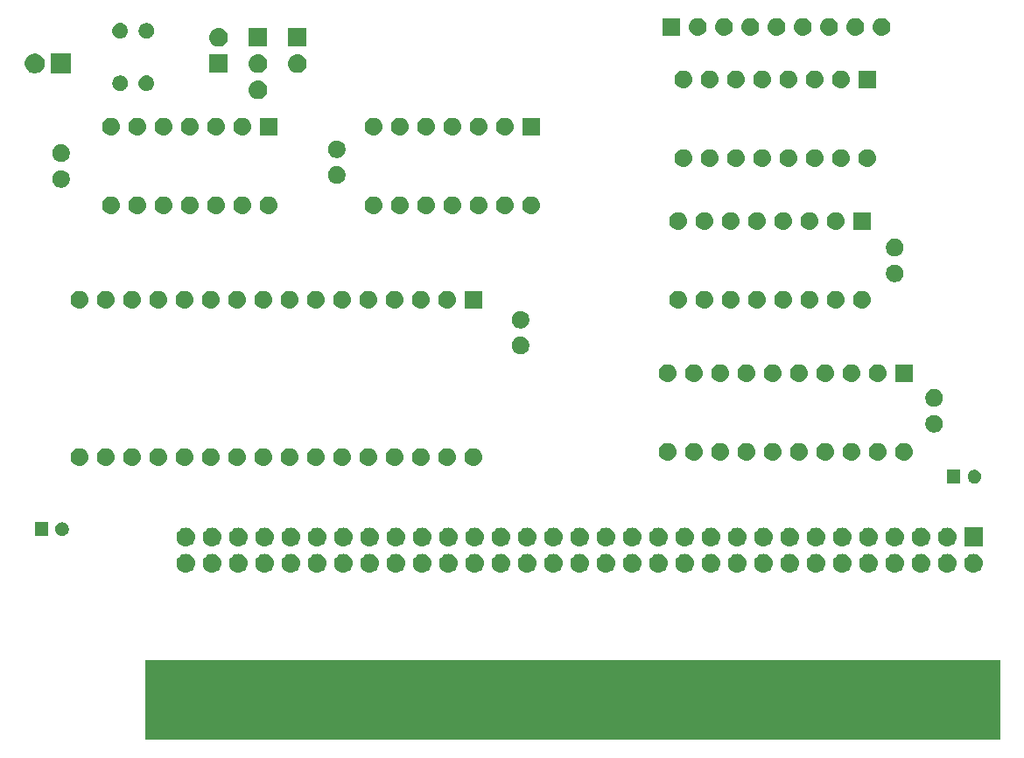
<source format=gts>
G04 #@! TF.GenerationSoftware,KiCad,Pcbnew,(5.1.4)-1*
G04 #@! TF.CreationDate,2019-10-26T13:29:07-07:00*
G04 #@! TF.ProjectId,XT Prototype Board,58542050-726f-4746-9f74-79706520426f,rev?*
G04 #@! TF.SameCoordinates,Original*
G04 #@! TF.FileFunction,Soldermask,Top*
G04 #@! TF.FilePolarity,Negative*
%FSLAX46Y46*%
G04 Gerber Fmt 4.6, Leading zero omitted, Abs format (unit mm)*
G04 Created by KiCad (PCBNEW (5.1.4)-1) date 2019-10-26 13:29:07*
%MOMM*%
%LPD*%
G04 APERTURE LIST*
%ADD10C,0.100000*%
G04 APERTURE END LIST*
D10*
G36*
X155575000Y-139065000D02*
G01*
X72898000Y-139065000D01*
X72898000Y-131445000D01*
X155575000Y-131445000D01*
X155575000Y-139065000D01*
G37*
X155575000Y-139065000D02*
X72898000Y-139065000D01*
X72898000Y-131445000D01*
X155575000Y-131445000D01*
X155575000Y-139065000D01*
G36*
X153975000Y-139116000D02*
G01*
X152095000Y-139116000D01*
X152095000Y-131394000D01*
X153975000Y-131394000D01*
X153975000Y-139116000D01*
X153975000Y-139116000D01*
G37*
G36*
X115875000Y-139116000D02*
G01*
X113995000Y-139116000D01*
X113995000Y-131394000D01*
X115875000Y-131394000D01*
X115875000Y-139116000D01*
X115875000Y-139116000D01*
G37*
G36*
X77775000Y-139116000D02*
G01*
X75895000Y-139116000D01*
X75895000Y-131394000D01*
X77775000Y-131394000D01*
X77775000Y-139116000D01*
X77775000Y-139116000D01*
G37*
G36*
X80315000Y-139116000D02*
G01*
X78435000Y-139116000D01*
X78435000Y-131394000D01*
X80315000Y-131394000D01*
X80315000Y-139116000D01*
X80315000Y-139116000D01*
G37*
G36*
X82855000Y-139116000D02*
G01*
X80975000Y-139116000D01*
X80975000Y-131394000D01*
X82855000Y-131394000D01*
X82855000Y-139116000D01*
X82855000Y-139116000D01*
G37*
G36*
X85395000Y-139116000D02*
G01*
X83515000Y-139116000D01*
X83515000Y-131394000D01*
X85395000Y-131394000D01*
X85395000Y-139116000D01*
X85395000Y-139116000D01*
G37*
G36*
X87935000Y-139116000D02*
G01*
X86055000Y-139116000D01*
X86055000Y-131394000D01*
X87935000Y-131394000D01*
X87935000Y-139116000D01*
X87935000Y-139116000D01*
G37*
G36*
X90475000Y-139116000D02*
G01*
X88595000Y-139116000D01*
X88595000Y-131394000D01*
X90475000Y-131394000D01*
X90475000Y-139116000D01*
X90475000Y-139116000D01*
G37*
G36*
X93015000Y-139116000D02*
G01*
X91135000Y-139116000D01*
X91135000Y-131394000D01*
X93015000Y-131394000D01*
X93015000Y-139116000D01*
X93015000Y-139116000D01*
G37*
G36*
X95555000Y-139116000D02*
G01*
X93675000Y-139116000D01*
X93675000Y-131394000D01*
X95555000Y-131394000D01*
X95555000Y-139116000D01*
X95555000Y-139116000D01*
G37*
G36*
X98095000Y-139116000D02*
G01*
X96215000Y-139116000D01*
X96215000Y-131394000D01*
X98095000Y-131394000D01*
X98095000Y-139116000D01*
X98095000Y-139116000D01*
G37*
G36*
X100635000Y-139116000D02*
G01*
X98755000Y-139116000D01*
X98755000Y-131394000D01*
X100635000Y-131394000D01*
X100635000Y-139116000D01*
X100635000Y-139116000D01*
G37*
G36*
X103175000Y-139116000D02*
G01*
X101295000Y-139116000D01*
X101295000Y-131394000D01*
X103175000Y-131394000D01*
X103175000Y-139116000D01*
X103175000Y-139116000D01*
G37*
G36*
X105715000Y-139116000D02*
G01*
X103835000Y-139116000D01*
X103835000Y-131394000D01*
X105715000Y-131394000D01*
X105715000Y-139116000D01*
X105715000Y-139116000D01*
G37*
G36*
X108255000Y-139116000D02*
G01*
X106375000Y-139116000D01*
X106375000Y-131394000D01*
X108255000Y-131394000D01*
X108255000Y-139116000D01*
X108255000Y-139116000D01*
G37*
G36*
X110795000Y-139116000D02*
G01*
X108915000Y-139116000D01*
X108915000Y-131394000D01*
X110795000Y-131394000D01*
X110795000Y-139116000D01*
X110795000Y-139116000D01*
G37*
G36*
X118415000Y-139116000D02*
G01*
X116535000Y-139116000D01*
X116535000Y-131394000D01*
X118415000Y-131394000D01*
X118415000Y-139116000D01*
X118415000Y-139116000D01*
G37*
G36*
X113335000Y-139116000D02*
G01*
X111455000Y-139116000D01*
X111455000Y-131394000D01*
X113335000Y-131394000D01*
X113335000Y-139116000D01*
X113335000Y-139116000D01*
G37*
G36*
X151435000Y-139116000D02*
G01*
X149555000Y-139116000D01*
X149555000Y-131394000D01*
X151435000Y-131394000D01*
X151435000Y-139116000D01*
X151435000Y-139116000D01*
G37*
G36*
X148895000Y-139116000D02*
G01*
X147015000Y-139116000D01*
X147015000Y-131394000D01*
X148895000Y-131394000D01*
X148895000Y-139116000D01*
X148895000Y-139116000D01*
G37*
G36*
X146355000Y-139116000D02*
G01*
X144475000Y-139116000D01*
X144475000Y-131394000D01*
X146355000Y-131394000D01*
X146355000Y-139116000D01*
X146355000Y-139116000D01*
G37*
G36*
X143815000Y-139116000D02*
G01*
X141935000Y-139116000D01*
X141935000Y-131394000D01*
X143815000Y-131394000D01*
X143815000Y-139116000D01*
X143815000Y-139116000D01*
G37*
G36*
X141275000Y-139116000D02*
G01*
X139395000Y-139116000D01*
X139395000Y-131394000D01*
X141275000Y-131394000D01*
X141275000Y-139116000D01*
X141275000Y-139116000D01*
G37*
G36*
X138735000Y-139116000D02*
G01*
X136855000Y-139116000D01*
X136855000Y-131394000D01*
X138735000Y-131394000D01*
X138735000Y-139116000D01*
X138735000Y-139116000D01*
G37*
G36*
X136195000Y-139116000D02*
G01*
X134315000Y-139116000D01*
X134315000Y-131394000D01*
X136195000Y-131394000D01*
X136195000Y-139116000D01*
X136195000Y-139116000D01*
G37*
G36*
X133655000Y-139116000D02*
G01*
X131775000Y-139116000D01*
X131775000Y-131394000D01*
X133655000Y-131394000D01*
X133655000Y-139116000D01*
X133655000Y-139116000D01*
G37*
G36*
X131115000Y-139116000D02*
G01*
X129235000Y-139116000D01*
X129235000Y-131394000D01*
X131115000Y-131394000D01*
X131115000Y-139116000D01*
X131115000Y-139116000D01*
G37*
G36*
X128575000Y-139116000D02*
G01*
X126695000Y-139116000D01*
X126695000Y-131394000D01*
X128575000Y-131394000D01*
X128575000Y-139116000D01*
X128575000Y-139116000D01*
G37*
G36*
X126035000Y-139116000D02*
G01*
X124155000Y-139116000D01*
X124155000Y-131394000D01*
X126035000Y-131394000D01*
X126035000Y-139116000D01*
X126035000Y-139116000D01*
G37*
G36*
X123495000Y-139116000D02*
G01*
X121615000Y-139116000D01*
X121615000Y-131394000D01*
X123495000Y-131394000D01*
X123495000Y-139116000D01*
X123495000Y-139116000D01*
G37*
G36*
X120955000Y-139116000D02*
G01*
X119075000Y-139116000D01*
X119075000Y-131394000D01*
X120955000Y-131394000D01*
X120955000Y-139116000D01*
X120955000Y-139116000D01*
G37*
G36*
X76945443Y-121152519D02*
G01*
X77011627Y-121159037D01*
X77181466Y-121210557D01*
X77337991Y-121294222D01*
X77373729Y-121323552D01*
X77475186Y-121406814D01*
X77558448Y-121508271D01*
X77587778Y-121544009D01*
X77671443Y-121700534D01*
X77722963Y-121870373D01*
X77740359Y-122047000D01*
X77722963Y-122223627D01*
X77671443Y-122393466D01*
X77587778Y-122549991D01*
X77558448Y-122585729D01*
X77475186Y-122687186D01*
X77373729Y-122770448D01*
X77337991Y-122799778D01*
X77181466Y-122883443D01*
X77011627Y-122934963D01*
X76945442Y-122941482D01*
X76879260Y-122948000D01*
X76790740Y-122948000D01*
X76724558Y-122941482D01*
X76658373Y-122934963D01*
X76488534Y-122883443D01*
X76332009Y-122799778D01*
X76296271Y-122770448D01*
X76194814Y-122687186D01*
X76111552Y-122585729D01*
X76082222Y-122549991D01*
X75998557Y-122393466D01*
X75947037Y-122223627D01*
X75929641Y-122047000D01*
X75947037Y-121870373D01*
X75998557Y-121700534D01*
X76082222Y-121544009D01*
X76111552Y-121508271D01*
X76194814Y-121406814D01*
X76296271Y-121323552D01*
X76332009Y-121294222D01*
X76488534Y-121210557D01*
X76658373Y-121159037D01*
X76724557Y-121152519D01*
X76790740Y-121146000D01*
X76879260Y-121146000D01*
X76945443Y-121152519D01*
X76945443Y-121152519D01*
G37*
G36*
X117585443Y-121152519D02*
G01*
X117651627Y-121159037D01*
X117821466Y-121210557D01*
X117977991Y-121294222D01*
X118013729Y-121323552D01*
X118115186Y-121406814D01*
X118198448Y-121508271D01*
X118227778Y-121544009D01*
X118311443Y-121700534D01*
X118362963Y-121870373D01*
X118380359Y-122047000D01*
X118362963Y-122223627D01*
X118311443Y-122393466D01*
X118227778Y-122549991D01*
X118198448Y-122585729D01*
X118115186Y-122687186D01*
X118013729Y-122770448D01*
X117977991Y-122799778D01*
X117821466Y-122883443D01*
X117651627Y-122934963D01*
X117585442Y-122941482D01*
X117519260Y-122948000D01*
X117430740Y-122948000D01*
X117364558Y-122941482D01*
X117298373Y-122934963D01*
X117128534Y-122883443D01*
X116972009Y-122799778D01*
X116936271Y-122770448D01*
X116834814Y-122687186D01*
X116751552Y-122585729D01*
X116722222Y-122549991D01*
X116638557Y-122393466D01*
X116587037Y-122223627D01*
X116569641Y-122047000D01*
X116587037Y-121870373D01*
X116638557Y-121700534D01*
X116722222Y-121544009D01*
X116751552Y-121508271D01*
X116834814Y-121406814D01*
X116936271Y-121323552D01*
X116972009Y-121294222D01*
X117128534Y-121210557D01*
X117298373Y-121159037D01*
X117364557Y-121152519D01*
X117430740Y-121146000D01*
X117519260Y-121146000D01*
X117585443Y-121152519D01*
X117585443Y-121152519D01*
G37*
G36*
X120125443Y-121152519D02*
G01*
X120191627Y-121159037D01*
X120361466Y-121210557D01*
X120517991Y-121294222D01*
X120553729Y-121323552D01*
X120655186Y-121406814D01*
X120738448Y-121508271D01*
X120767778Y-121544009D01*
X120851443Y-121700534D01*
X120902963Y-121870373D01*
X120920359Y-122047000D01*
X120902963Y-122223627D01*
X120851443Y-122393466D01*
X120767778Y-122549991D01*
X120738448Y-122585729D01*
X120655186Y-122687186D01*
X120553729Y-122770448D01*
X120517991Y-122799778D01*
X120361466Y-122883443D01*
X120191627Y-122934963D01*
X120125442Y-122941482D01*
X120059260Y-122948000D01*
X119970740Y-122948000D01*
X119904558Y-122941482D01*
X119838373Y-122934963D01*
X119668534Y-122883443D01*
X119512009Y-122799778D01*
X119476271Y-122770448D01*
X119374814Y-122687186D01*
X119291552Y-122585729D01*
X119262222Y-122549991D01*
X119178557Y-122393466D01*
X119127037Y-122223627D01*
X119109641Y-122047000D01*
X119127037Y-121870373D01*
X119178557Y-121700534D01*
X119262222Y-121544009D01*
X119291552Y-121508271D01*
X119374814Y-121406814D01*
X119476271Y-121323552D01*
X119512009Y-121294222D01*
X119668534Y-121210557D01*
X119838373Y-121159037D01*
X119904557Y-121152519D01*
X119970740Y-121146000D01*
X120059260Y-121146000D01*
X120125443Y-121152519D01*
X120125443Y-121152519D01*
G37*
G36*
X122665443Y-121152519D02*
G01*
X122731627Y-121159037D01*
X122901466Y-121210557D01*
X123057991Y-121294222D01*
X123093729Y-121323552D01*
X123195186Y-121406814D01*
X123278448Y-121508271D01*
X123307778Y-121544009D01*
X123391443Y-121700534D01*
X123442963Y-121870373D01*
X123460359Y-122047000D01*
X123442963Y-122223627D01*
X123391443Y-122393466D01*
X123307778Y-122549991D01*
X123278448Y-122585729D01*
X123195186Y-122687186D01*
X123093729Y-122770448D01*
X123057991Y-122799778D01*
X122901466Y-122883443D01*
X122731627Y-122934963D01*
X122665442Y-122941482D01*
X122599260Y-122948000D01*
X122510740Y-122948000D01*
X122444558Y-122941482D01*
X122378373Y-122934963D01*
X122208534Y-122883443D01*
X122052009Y-122799778D01*
X122016271Y-122770448D01*
X121914814Y-122687186D01*
X121831552Y-122585729D01*
X121802222Y-122549991D01*
X121718557Y-122393466D01*
X121667037Y-122223627D01*
X121649641Y-122047000D01*
X121667037Y-121870373D01*
X121718557Y-121700534D01*
X121802222Y-121544009D01*
X121831552Y-121508271D01*
X121914814Y-121406814D01*
X122016271Y-121323552D01*
X122052009Y-121294222D01*
X122208534Y-121210557D01*
X122378373Y-121159037D01*
X122444557Y-121152519D01*
X122510740Y-121146000D01*
X122599260Y-121146000D01*
X122665443Y-121152519D01*
X122665443Y-121152519D01*
G37*
G36*
X125205443Y-121152519D02*
G01*
X125271627Y-121159037D01*
X125441466Y-121210557D01*
X125597991Y-121294222D01*
X125633729Y-121323552D01*
X125735186Y-121406814D01*
X125818448Y-121508271D01*
X125847778Y-121544009D01*
X125931443Y-121700534D01*
X125982963Y-121870373D01*
X126000359Y-122047000D01*
X125982963Y-122223627D01*
X125931443Y-122393466D01*
X125847778Y-122549991D01*
X125818448Y-122585729D01*
X125735186Y-122687186D01*
X125633729Y-122770448D01*
X125597991Y-122799778D01*
X125441466Y-122883443D01*
X125271627Y-122934963D01*
X125205442Y-122941482D01*
X125139260Y-122948000D01*
X125050740Y-122948000D01*
X124984558Y-122941482D01*
X124918373Y-122934963D01*
X124748534Y-122883443D01*
X124592009Y-122799778D01*
X124556271Y-122770448D01*
X124454814Y-122687186D01*
X124371552Y-122585729D01*
X124342222Y-122549991D01*
X124258557Y-122393466D01*
X124207037Y-122223627D01*
X124189641Y-122047000D01*
X124207037Y-121870373D01*
X124258557Y-121700534D01*
X124342222Y-121544009D01*
X124371552Y-121508271D01*
X124454814Y-121406814D01*
X124556271Y-121323552D01*
X124592009Y-121294222D01*
X124748534Y-121210557D01*
X124918373Y-121159037D01*
X124984557Y-121152519D01*
X125050740Y-121146000D01*
X125139260Y-121146000D01*
X125205443Y-121152519D01*
X125205443Y-121152519D01*
G37*
G36*
X127745443Y-121152519D02*
G01*
X127811627Y-121159037D01*
X127981466Y-121210557D01*
X128137991Y-121294222D01*
X128173729Y-121323552D01*
X128275186Y-121406814D01*
X128358448Y-121508271D01*
X128387778Y-121544009D01*
X128471443Y-121700534D01*
X128522963Y-121870373D01*
X128540359Y-122047000D01*
X128522963Y-122223627D01*
X128471443Y-122393466D01*
X128387778Y-122549991D01*
X128358448Y-122585729D01*
X128275186Y-122687186D01*
X128173729Y-122770448D01*
X128137991Y-122799778D01*
X127981466Y-122883443D01*
X127811627Y-122934963D01*
X127745442Y-122941482D01*
X127679260Y-122948000D01*
X127590740Y-122948000D01*
X127524558Y-122941482D01*
X127458373Y-122934963D01*
X127288534Y-122883443D01*
X127132009Y-122799778D01*
X127096271Y-122770448D01*
X126994814Y-122687186D01*
X126911552Y-122585729D01*
X126882222Y-122549991D01*
X126798557Y-122393466D01*
X126747037Y-122223627D01*
X126729641Y-122047000D01*
X126747037Y-121870373D01*
X126798557Y-121700534D01*
X126882222Y-121544009D01*
X126911552Y-121508271D01*
X126994814Y-121406814D01*
X127096271Y-121323552D01*
X127132009Y-121294222D01*
X127288534Y-121210557D01*
X127458373Y-121159037D01*
X127524557Y-121152519D01*
X127590740Y-121146000D01*
X127679260Y-121146000D01*
X127745443Y-121152519D01*
X127745443Y-121152519D01*
G37*
G36*
X130285443Y-121152519D02*
G01*
X130351627Y-121159037D01*
X130521466Y-121210557D01*
X130677991Y-121294222D01*
X130713729Y-121323552D01*
X130815186Y-121406814D01*
X130898448Y-121508271D01*
X130927778Y-121544009D01*
X131011443Y-121700534D01*
X131062963Y-121870373D01*
X131080359Y-122047000D01*
X131062963Y-122223627D01*
X131011443Y-122393466D01*
X130927778Y-122549991D01*
X130898448Y-122585729D01*
X130815186Y-122687186D01*
X130713729Y-122770448D01*
X130677991Y-122799778D01*
X130521466Y-122883443D01*
X130351627Y-122934963D01*
X130285442Y-122941482D01*
X130219260Y-122948000D01*
X130130740Y-122948000D01*
X130064558Y-122941482D01*
X129998373Y-122934963D01*
X129828534Y-122883443D01*
X129672009Y-122799778D01*
X129636271Y-122770448D01*
X129534814Y-122687186D01*
X129451552Y-122585729D01*
X129422222Y-122549991D01*
X129338557Y-122393466D01*
X129287037Y-122223627D01*
X129269641Y-122047000D01*
X129287037Y-121870373D01*
X129338557Y-121700534D01*
X129422222Y-121544009D01*
X129451552Y-121508271D01*
X129534814Y-121406814D01*
X129636271Y-121323552D01*
X129672009Y-121294222D01*
X129828534Y-121210557D01*
X129998373Y-121159037D01*
X130064557Y-121152519D01*
X130130740Y-121146000D01*
X130219260Y-121146000D01*
X130285443Y-121152519D01*
X130285443Y-121152519D01*
G37*
G36*
X132825443Y-121152519D02*
G01*
X132891627Y-121159037D01*
X133061466Y-121210557D01*
X133217991Y-121294222D01*
X133253729Y-121323552D01*
X133355186Y-121406814D01*
X133438448Y-121508271D01*
X133467778Y-121544009D01*
X133551443Y-121700534D01*
X133602963Y-121870373D01*
X133620359Y-122047000D01*
X133602963Y-122223627D01*
X133551443Y-122393466D01*
X133467778Y-122549991D01*
X133438448Y-122585729D01*
X133355186Y-122687186D01*
X133253729Y-122770448D01*
X133217991Y-122799778D01*
X133061466Y-122883443D01*
X132891627Y-122934963D01*
X132825442Y-122941482D01*
X132759260Y-122948000D01*
X132670740Y-122948000D01*
X132604558Y-122941482D01*
X132538373Y-122934963D01*
X132368534Y-122883443D01*
X132212009Y-122799778D01*
X132176271Y-122770448D01*
X132074814Y-122687186D01*
X131991552Y-122585729D01*
X131962222Y-122549991D01*
X131878557Y-122393466D01*
X131827037Y-122223627D01*
X131809641Y-122047000D01*
X131827037Y-121870373D01*
X131878557Y-121700534D01*
X131962222Y-121544009D01*
X131991552Y-121508271D01*
X132074814Y-121406814D01*
X132176271Y-121323552D01*
X132212009Y-121294222D01*
X132368534Y-121210557D01*
X132538373Y-121159037D01*
X132604557Y-121152519D01*
X132670740Y-121146000D01*
X132759260Y-121146000D01*
X132825443Y-121152519D01*
X132825443Y-121152519D01*
G37*
G36*
X135365443Y-121152519D02*
G01*
X135431627Y-121159037D01*
X135601466Y-121210557D01*
X135757991Y-121294222D01*
X135793729Y-121323552D01*
X135895186Y-121406814D01*
X135978448Y-121508271D01*
X136007778Y-121544009D01*
X136091443Y-121700534D01*
X136142963Y-121870373D01*
X136160359Y-122047000D01*
X136142963Y-122223627D01*
X136091443Y-122393466D01*
X136007778Y-122549991D01*
X135978448Y-122585729D01*
X135895186Y-122687186D01*
X135793729Y-122770448D01*
X135757991Y-122799778D01*
X135601466Y-122883443D01*
X135431627Y-122934963D01*
X135365442Y-122941482D01*
X135299260Y-122948000D01*
X135210740Y-122948000D01*
X135144558Y-122941482D01*
X135078373Y-122934963D01*
X134908534Y-122883443D01*
X134752009Y-122799778D01*
X134716271Y-122770448D01*
X134614814Y-122687186D01*
X134531552Y-122585729D01*
X134502222Y-122549991D01*
X134418557Y-122393466D01*
X134367037Y-122223627D01*
X134349641Y-122047000D01*
X134367037Y-121870373D01*
X134418557Y-121700534D01*
X134502222Y-121544009D01*
X134531552Y-121508271D01*
X134614814Y-121406814D01*
X134716271Y-121323552D01*
X134752009Y-121294222D01*
X134908534Y-121210557D01*
X135078373Y-121159037D01*
X135144557Y-121152519D01*
X135210740Y-121146000D01*
X135299260Y-121146000D01*
X135365443Y-121152519D01*
X135365443Y-121152519D01*
G37*
G36*
X137905443Y-121152519D02*
G01*
X137971627Y-121159037D01*
X138141466Y-121210557D01*
X138297991Y-121294222D01*
X138333729Y-121323552D01*
X138435186Y-121406814D01*
X138518448Y-121508271D01*
X138547778Y-121544009D01*
X138631443Y-121700534D01*
X138682963Y-121870373D01*
X138700359Y-122047000D01*
X138682963Y-122223627D01*
X138631443Y-122393466D01*
X138547778Y-122549991D01*
X138518448Y-122585729D01*
X138435186Y-122687186D01*
X138333729Y-122770448D01*
X138297991Y-122799778D01*
X138141466Y-122883443D01*
X137971627Y-122934963D01*
X137905442Y-122941482D01*
X137839260Y-122948000D01*
X137750740Y-122948000D01*
X137684558Y-122941482D01*
X137618373Y-122934963D01*
X137448534Y-122883443D01*
X137292009Y-122799778D01*
X137256271Y-122770448D01*
X137154814Y-122687186D01*
X137071552Y-122585729D01*
X137042222Y-122549991D01*
X136958557Y-122393466D01*
X136907037Y-122223627D01*
X136889641Y-122047000D01*
X136907037Y-121870373D01*
X136958557Y-121700534D01*
X137042222Y-121544009D01*
X137071552Y-121508271D01*
X137154814Y-121406814D01*
X137256271Y-121323552D01*
X137292009Y-121294222D01*
X137448534Y-121210557D01*
X137618373Y-121159037D01*
X137684557Y-121152519D01*
X137750740Y-121146000D01*
X137839260Y-121146000D01*
X137905443Y-121152519D01*
X137905443Y-121152519D01*
G37*
G36*
X140445443Y-121152519D02*
G01*
X140511627Y-121159037D01*
X140681466Y-121210557D01*
X140837991Y-121294222D01*
X140873729Y-121323552D01*
X140975186Y-121406814D01*
X141058448Y-121508271D01*
X141087778Y-121544009D01*
X141171443Y-121700534D01*
X141222963Y-121870373D01*
X141240359Y-122047000D01*
X141222963Y-122223627D01*
X141171443Y-122393466D01*
X141087778Y-122549991D01*
X141058448Y-122585729D01*
X140975186Y-122687186D01*
X140873729Y-122770448D01*
X140837991Y-122799778D01*
X140681466Y-122883443D01*
X140511627Y-122934963D01*
X140445442Y-122941482D01*
X140379260Y-122948000D01*
X140290740Y-122948000D01*
X140224558Y-122941482D01*
X140158373Y-122934963D01*
X139988534Y-122883443D01*
X139832009Y-122799778D01*
X139796271Y-122770448D01*
X139694814Y-122687186D01*
X139611552Y-122585729D01*
X139582222Y-122549991D01*
X139498557Y-122393466D01*
X139447037Y-122223627D01*
X139429641Y-122047000D01*
X139447037Y-121870373D01*
X139498557Y-121700534D01*
X139582222Y-121544009D01*
X139611552Y-121508271D01*
X139694814Y-121406814D01*
X139796271Y-121323552D01*
X139832009Y-121294222D01*
X139988534Y-121210557D01*
X140158373Y-121159037D01*
X140224557Y-121152519D01*
X140290740Y-121146000D01*
X140379260Y-121146000D01*
X140445443Y-121152519D01*
X140445443Y-121152519D01*
G37*
G36*
X142985443Y-121152519D02*
G01*
X143051627Y-121159037D01*
X143221466Y-121210557D01*
X143377991Y-121294222D01*
X143413729Y-121323552D01*
X143515186Y-121406814D01*
X143598448Y-121508271D01*
X143627778Y-121544009D01*
X143711443Y-121700534D01*
X143762963Y-121870373D01*
X143780359Y-122047000D01*
X143762963Y-122223627D01*
X143711443Y-122393466D01*
X143627778Y-122549991D01*
X143598448Y-122585729D01*
X143515186Y-122687186D01*
X143413729Y-122770448D01*
X143377991Y-122799778D01*
X143221466Y-122883443D01*
X143051627Y-122934963D01*
X142985442Y-122941482D01*
X142919260Y-122948000D01*
X142830740Y-122948000D01*
X142764558Y-122941482D01*
X142698373Y-122934963D01*
X142528534Y-122883443D01*
X142372009Y-122799778D01*
X142336271Y-122770448D01*
X142234814Y-122687186D01*
X142151552Y-122585729D01*
X142122222Y-122549991D01*
X142038557Y-122393466D01*
X141987037Y-122223627D01*
X141969641Y-122047000D01*
X141987037Y-121870373D01*
X142038557Y-121700534D01*
X142122222Y-121544009D01*
X142151552Y-121508271D01*
X142234814Y-121406814D01*
X142336271Y-121323552D01*
X142372009Y-121294222D01*
X142528534Y-121210557D01*
X142698373Y-121159037D01*
X142764557Y-121152519D01*
X142830740Y-121146000D01*
X142919260Y-121146000D01*
X142985443Y-121152519D01*
X142985443Y-121152519D01*
G37*
G36*
X150605443Y-121152519D02*
G01*
X150671627Y-121159037D01*
X150841466Y-121210557D01*
X150997991Y-121294222D01*
X151033729Y-121323552D01*
X151135186Y-121406814D01*
X151218448Y-121508271D01*
X151247778Y-121544009D01*
X151331443Y-121700534D01*
X151382963Y-121870373D01*
X151400359Y-122047000D01*
X151382963Y-122223627D01*
X151331443Y-122393466D01*
X151247778Y-122549991D01*
X151218448Y-122585729D01*
X151135186Y-122687186D01*
X151033729Y-122770448D01*
X150997991Y-122799778D01*
X150841466Y-122883443D01*
X150671627Y-122934963D01*
X150605442Y-122941482D01*
X150539260Y-122948000D01*
X150450740Y-122948000D01*
X150384558Y-122941482D01*
X150318373Y-122934963D01*
X150148534Y-122883443D01*
X149992009Y-122799778D01*
X149956271Y-122770448D01*
X149854814Y-122687186D01*
X149771552Y-122585729D01*
X149742222Y-122549991D01*
X149658557Y-122393466D01*
X149607037Y-122223627D01*
X149589641Y-122047000D01*
X149607037Y-121870373D01*
X149658557Y-121700534D01*
X149742222Y-121544009D01*
X149771552Y-121508271D01*
X149854814Y-121406814D01*
X149956271Y-121323552D01*
X149992009Y-121294222D01*
X150148534Y-121210557D01*
X150318373Y-121159037D01*
X150384557Y-121152519D01*
X150450740Y-121146000D01*
X150539260Y-121146000D01*
X150605443Y-121152519D01*
X150605443Y-121152519D01*
G37*
G36*
X153145443Y-121152519D02*
G01*
X153211627Y-121159037D01*
X153381466Y-121210557D01*
X153537991Y-121294222D01*
X153573729Y-121323552D01*
X153675186Y-121406814D01*
X153758448Y-121508271D01*
X153787778Y-121544009D01*
X153871443Y-121700534D01*
X153922963Y-121870373D01*
X153940359Y-122047000D01*
X153922963Y-122223627D01*
X153871443Y-122393466D01*
X153787778Y-122549991D01*
X153758448Y-122585729D01*
X153675186Y-122687186D01*
X153573729Y-122770448D01*
X153537991Y-122799778D01*
X153381466Y-122883443D01*
X153211627Y-122934963D01*
X153145442Y-122941482D01*
X153079260Y-122948000D01*
X152990740Y-122948000D01*
X152924558Y-122941482D01*
X152858373Y-122934963D01*
X152688534Y-122883443D01*
X152532009Y-122799778D01*
X152496271Y-122770448D01*
X152394814Y-122687186D01*
X152311552Y-122585729D01*
X152282222Y-122549991D01*
X152198557Y-122393466D01*
X152147037Y-122223627D01*
X152129641Y-122047000D01*
X152147037Y-121870373D01*
X152198557Y-121700534D01*
X152282222Y-121544009D01*
X152311552Y-121508271D01*
X152394814Y-121406814D01*
X152496271Y-121323552D01*
X152532009Y-121294222D01*
X152688534Y-121210557D01*
X152858373Y-121159037D01*
X152924557Y-121152519D01*
X152990740Y-121146000D01*
X153079260Y-121146000D01*
X153145443Y-121152519D01*
X153145443Y-121152519D01*
G37*
G36*
X145525443Y-121152519D02*
G01*
X145591627Y-121159037D01*
X145761466Y-121210557D01*
X145917991Y-121294222D01*
X145953729Y-121323552D01*
X146055186Y-121406814D01*
X146138448Y-121508271D01*
X146167778Y-121544009D01*
X146251443Y-121700534D01*
X146302963Y-121870373D01*
X146320359Y-122047000D01*
X146302963Y-122223627D01*
X146251443Y-122393466D01*
X146167778Y-122549991D01*
X146138448Y-122585729D01*
X146055186Y-122687186D01*
X145953729Y-122770448D01*
X145917991Y-122799778D01*
X145761466Y-122883443D01*
X145591627Y-122934963D01*
X145525442Y-122941482D01*
X145459260Y-122948000D01*
X145370740Y-122948000D01*
X145304558Y-122941482D01*
X145238373Y-122934963D01*
X145068534Y-122883443D01*
X144912009Y-122799778D01*
X144876271Y-122770448D01*
X144774814Y-122687186D01*
X144691552Y-122585729D01*
X144662222Y-122549991D01*
X144578557Y-122393466D01*
X144527037Y-122223627D01*
X144509641Y-122047000D01*
X144527037Y-121870373D01*
X144578557Y-121700534D01*
X144662222Y-121544009D01*
X144691552Y-121508271D01*
X144774814Y-121406814D01*
X144876271Y-121323552D01*
X144912009Y-121294222D01*
X145068534Y-121210557D01*
X145238373Y-121159037D01*
X145304557Y-121152519D01*
X145370740Y-121146000D01*
X145459260Y-121146000D01*
X145525443Y-121152519D01*
X145525443Y-121152519D01*
G37*
G36*
X79485443Y-121152519D02*
G01*
X79551627Y-121159037D01*
X79721466Y-121210557D01*
X79877991Y-121294222D01*
X79913729Y-121323552D01*
X80015186Y-121406814D01*
X80098448Y-121508271D01*
X80127778Y-121544009D01*
X80211443Y-121700534D01*
X80262963Y-121870373D01*
X80280359Y-122047000D01*
X80262963Y-122223627D01*
X80211443Y-122393466D01*
X80127778Y-122549991D01*
X80098448Y-122585729D01*
X80015186Y-122687186D01*
X79913729Y-122770448D01*
X79877991Y-122799778D01*
X79721466Y-122883443D01*
X79551627Y-122934963D01*
X79485442Y-122941482D01*
X79419260Y-122948000D01*
X79330740Y-122948000D01*
X79264558Y-122941482D01*
X79198373Y-122934963D01*
X79028534Y-122883443D01*
X78872009Y-122799778D01*
X78836271Y-122770448D01*
X78734814Y-122687186D01*
X78651552Y-122585729D01*
X78622222Y-122549991D01*
X78538557Y-122393466D01*
X78487037Y-122223627D01*
X78469641Y-122047000D01*
X78487037Y-121870373D01*
X78538557Y-121700534D01*
X78622222Y-121544009D01*
X78651552Y-121508271D01*
X78734814Y-121406814D01*
X78836271Y-121323552D01*
X78872009Y-121294222D01*
X79028534Y-121210557D01*
X79198373Y-121159037D01*
X79264557Y-121152519D01*
X79330740Y-121146000D01*
X79419260Y-121146000D01*
X79485443Y-121152519D01*
X79485443Y-121152519D01*
G37*
G36*
X148065443Y-121152519D02*
G01*
X148131627Y-121159037D01*
X148301466Y-121210557D01*
X148457991Y-121294222D01*
X148493729Y-121323552D01*
X148595186Y-121406814D01*
X148678448Y-121508271D01*
X148707778Y-121544009D01*
X148791443Y-121700534D01*
X148842963Y-121870373D01*
X148860359Y-122047000D01*
X148842963Y-122223627D01*
X148791443Y-122393466D01*
X148707778Y-122549991D01*
X148678448Y-122585729D01*
X148595186Y-122687186D01*
X148493729Y-122770448D01*
X148457991Y-122799778D01*
X148301466Y-122883443D01*
X148131627Y-122934963D01*
X148065442Y-122941482D01*
X147999260Y-122948000D01*
X147910740Y-122948000D01*
X147844558Y-122941482D01*
X147778373Y-122934963D01*
X147608534Y-122883443D01*
X147452009Y-122799778D01*
X147416271Y-122770448D01*
X147314814Y-122687186D01*
X147231552Y-122585729D01*
X147202222Y-122549991D01*
X147118557Y-122393466D01*
X147067037Y-122223627D01*
X147049641Y-122047000D01*
X147067037Y-121870373D01*
X147118557Y-121700534D01*
X147202222Y-121544009D01*
X147231552Y-121508271D01*
X147314814Y-121406814D01*
X147416271Y-121323552D01*
X147452009Y-121294222D01*
X147608534Y-121210557D01*
X147778373Y-121159037D01*
X147844557Y-121152519D01*
X147910740Y-121146000D01*
X147999260Y-121146000D01*
X148065443Y-121152519D01*
X148065443Y-121152519D01*
G37*
G36*
X112505443Y-121152519D02*
G01*
X112571627Y-121159037D01*
X112741466Y-121210557D01*
X112897991Y-121294222D01*
X112933729Y-121323552D01*
X113035186Y-121406814D01*
X113118448Y-121508271D01*
X113147778Y-121544009D01*
X113231443Y-121700534D01*
X113282963Y-121870373D01*
X113300359Y-122047000D01*
X113282963Y-122223627D01*
X113231443Y-122393466D01*
X113147778Y-122549991D01*
X113118448Y-122585729D01*
X113035186Y-122687186D01*
X112933729Y-122770448D01*
X112897991Y-122799778D01*
X112741466Y-122883443D01*
X112571627Y-122934963D01*
X112505442Y-122941482D01*
X112439260Y-122948000D01*
X112350740Y-122948000D01*
X112284558Y-122941482D01*
X112218373Y-122934963D01*
X112048534Y-122883443D01*
X111892009Y-122799778D01*
X111856271Y-122770448D01*
X111754814Y-122687186D01*
X111671552Y-122585729D01*
X111642222Y-122549991D01*
X111558557Y-122393466D01*
X111507037Y-122223627D01*
X111489641Y-122047000D01*
X111507037Y-121870373D01*
X111558557Y-121700534D01*
X111642222Y-121544009D01*
X111671552Y-121508271D01*
X111754814Y-121406814D01*
X111856271Y-121323552D01*
X111892009Y-121294222D01*
X112048534Y-121210557D01*
X112218373Y-121159037D01*
X112284557Y-121152519D01*
X112350740Y-121146000D01*
X112439260Y-121146000D01*
X112505443Y-121152519D01*
X112505443Y-121152519D01*
G37*
G36*
X109965443Y-121152519D02*
G01*
X110031627Y-121159037D01*
X110201466Y-121210557D01*
X110357991Y-121294222D01*
X110393729Y-121323552D01*
X110495186Y-121406814D01*
X110578448Y-121508271D01*
X110607778Y-121544009D01*
X110691443Y-121700534D01*
X110742963Y-121870373D01*
X110760359Y-122047000D01*
X110742963Y-122223627D01*
X110691443Y-122393466D01*
X110607778Y-122549991D01*
X110578448Y-122585729D01*
X110495186Y-122687186D01*
X110393729Y-122770448D01*
X110357991Y-122799778D01*
X110201466Y-122883443D01*
X110031627Y-122934963D01*
X109965442Y-122941482D01*
X109899260Y-122948000D01*
X109810740Y-122948000D01*
X109744558Y-122941482D01*
X109678373Y-122934963D01*
X109508534Y-122883443D01*
X109352009Y-122799778D01*
X109316271Y-122770448D01*
X109214814Y-122687186D01*
X109131552Y-122585729D01*
X109102222Y-122549991D01*
X109018557Y-122393466D01*
X108967037Y-122223627D01*
X108949641Y-122047000D01*
X108967037Y-121870373D01*
X109018557Y-121700534D01*
X109102222Y-121544009D01*
X109131552Y-121508271D01*
X109214814Y-121406814D01*
X109316271Y-121323552D01*
X109352009Y-121294222D01*
X109508534Y-121210557D01*
X109678373Y-121159037D01*
X109744557Y-121152519D01*
X109810740Y-121146000D01*
X109899260Y-121146000D01*
X109965443Y-121152519D01*
X109965443Y-121152519D01*
G37*
G36*
X115045443Y-121152519D02*
G01*
X115111627Y-121159037D01*
X115281466Y-121210557D01*
X115437991Y-121294222D01*
X115473729Y-121323552D01*
X115575186Y-121406814D01*
X115658448Y-121508271D01*
X115687778Y-121544009D01*
X115771443Y-121700534D01*
X115822963Y-121870373D01*
X115840359Y-122047000D01*
X115822963Y-122223627D01*
X115771443Y-122393466D01*
X115687778Y-122549991D01*
X115658448Y-122585729D01*
X115575186Y-122687186D01*
X115473729Y-122770448D01*
X115437991Y-122799778D01*
X115281466Y-122883443D01*
X115111627Y-122934963D01*
X115045442Y-122941482D01*
X114979260Y-122948000D01*
X114890740Y-122948000D01*
X114824558Y-122941482D01*
X114758373Y-122934963D01*
X114588534Y-122883443D01*
X114432009Y-122799778D01*
X114396271Y-122770448D01*
X114294814Y-122687186D01*
X114211552Y-122585729D01*
X114182222Y-122549991D01*
X114098557Y-122393466D01*
X114047037Y-122223627D01*
X114029641Y-122047000D01*
X114047037Y-121870373D01*
X114098557Y-121700534D01*
X114182222Y-121544009D01*
X114211552Y-121508271D01*
X114294814Y-121406814D01*
X114396271Y-121323552D01*
X114432009Y-121294222D01*
X114588534Y-121210557D01*
X114758373Y-121159037D01*
X114824557Y-121152519D01*
X114890740Y-121146000D01*
X114979260Y-121146000D01*
X115045443Y-121152519D01*
X115045443Y-121152519D01*
G37*
G36*
X107425443Y-121152519D02*
G01*
X107491627Y-121159037D01*
X107661466Y-121210557D01*
X107817991Y-121294222D01*
X107853729Y-121323552D01*
X107955186Y-121406814D01*
X108038448Y-121508271D01*
X108067778Y-121544009D01*
X108151443Y-121700534D01*
X108202963Y-121870373D01*
X108220359Y-122047000D01*
X108202963Y-122223627D01*
X108151443Y-122393466D01*
X108067778Y-122549991D01*
X108038448Y-122585729D01*
X107955186Y-122687186D01*
X107853729Y-122770448D01*
X107817991Y-122799778D01*
X107661466Y-122883443D01*
X107491627Y-122934963D01*
X107425442Y-122941482D01*
X107359260Y-122948000D01*
X107270740Y-122948000D01*
X107204558Y-122941482D01*
X107138373Y-122934963D01*
X106968534Y-122883443D01*
X106812009Y-122799778D01*
X106776271Y-122770448D01*
X106674814Y-122687186D01*
X106591552Y-122585729D01*
X106562222Y-122549991D01*
X106478557Y-122393466D01*
X106427037Y-122223627D01*
X106409641Y-122047000D01*
X106427037Y-121870373D01*
X106478557Y-121700534D01*
X106562222Y-121544009D01*
X106591552Y-121508271D01*
X106674814Y-121406814D01*
X106776271Y-121323552D01*
X106812009Y-121294222D01*
X106968534Y-121210557D01*
X107138373Y-121159037D01*
X107204557Y-121152519D01*
X107270740Y-121146000D01*
X107359260Y-121146000D01*
X107425443Y-121152519D01*
X107425443Y-121152519D01*
G37*
G36*
X104885443Y-121152519D02*
G01*
X104951627Y-121159037D01*
X105121466Y-121210557D01*
X105277991Y-121294222D01*
X105313729Y-121323552D01*
X105415186Y-121406814D01*
X105498448Y-121508271D01*
X105527778Y-121544009D01*
X105611443Y-121700534D01*
X105662963Y-121870373D01*
X105680359Y-122047000D01*
X105662963Y-122223627D01*
X105611443Y-122393466D01*
X105527778Y-122549991D01*
X105498448Y-122585729D01*
X105415186Y-122687186D01*
X105313729Y-122770448D01*
X105277991Y-122799778D01*
X105121466Y-122883443D01*
X104951627Y-122934963D01*
X104885442Y-122941482D01*
X104819260Y-122948000D01*
X104730740Y-122948000D01*
X104664558Y-122941482D01*
X104598373Y-122934963D01*
X104428534Y-122883443D01*
X104272009Y-122799778D01*
X104236271Y-122770448D01*
X104134814Y-122687186D01*
X104051552Y-122585729D01*
X104022222Y-122549991D01*
X103938557Y-122393466D01*
X103887037Y-122223627D01*
X103869641Y-122047000D01*
X103887037Y-121870373D01*
X103938557Y-121700534D01*
X104022222Y-121544009D01*
X104051552Y-121508271D01*
X104134814Y-121406814D01*
X104236271Y-121323552D01*
X104272009Y-121294222D01*
X104428534Y-121210557D01*
X104598373Y-121159037D01*
X104664557Y-121152519D01*
X104730740Y-121146000D01*
X104819260Y-121146000D01*
X104885443Y-121152519D01*
X104885443Y-121152519D01*
G37*
G36*
X102345443Y-121152519D02*
G01*
X102411627Y-121159037D01*
X102581466Y-121210557D01*
X102737991Y-121294222D01*
X102773729Y-121323552D01*
X102875186Y-121406814D01*
X102958448Y-121508271D01*
X102987778Y-121544009D01*
X103071443Y-121700534D01*
X103122963Y-121870373D01*
X103140359Y-122047000D01*
X103122963Y-122223627D01*
X103071443Y-122393466D01*
X102987778Y-122549991D01*
X102958448Y-122585729D01*
X102875186Y-122687186D01*
X102773729Y-122770448D01*
X102737991Y-122799778D01*
X102581466Y-122883443D01*
X102411627Y-122934963D01*
X102345442Y-122941482D01*
X102279260Y-122948000D01*
X102190740Y-122948000D01*
X102124558Y-122941482D01*
X102058373Y-122934963D01*
X101888534Y-122883443D01*
X101732009Y-122799778D01*
X101696271Y-122770448D01*
X101594814Y-122687186D01*
X101511552Y-122585729D01*
X101482222Y-122549991D01*
X101398557Y-122393466D01*
X101347037Y-122223627D01*
X101329641Y-122047000D01*
X101347037Y-121870373D01*
X101398557Y-121700534D01*
X101482222Y-121544009D01*
X101511552Y-121508271D01*
X101594814Y-121406814D01*
X101696271Y-121323552D01*
X101732009Y-121294222D01*
X101888534Y-121210557D01*
X102058373Y-121159037D01*
X102124557Y-121152519D01*
X102190740Y-121146000D01*
X102279260Y-121146000D01*
X102345443Y-121152519D01*
X102345443Y-121152519D01*
G37*
G36*
X99805443Y-121152519D02*
G01*
X99871627Y-121159037D01*
X100041466Y-121210557D01*
X100197991Y-121294222D01*
X100233729Y-121323552D01*
X100335186Y-121406814D01*
X100418448Y-121508271D01*
X100447778Y-121544009D01*
X100531443Y-121700534D01*
X100582963Y-121870373D01*
X100600359Y-122047000D01*
X100582963Y-122223627D01*
X100531443Y-122393466D01*
X100447778Y-122549991D01*
X100418448Y-122585729D01*
X100335186Y-122687186D01*
X100233729Y-122770448D01*
X100197991Y-122799778D01*
X100041466Y-122883443D01*
X99871627Y-122934963D01*
X99805442Y-122941482D01*
X99739260Y-122948000D01*
X99650740Y-122948000D01*
X99584558Y-122941482D01*
X99518373Y-122934963D01*
X99348534Y-122883443D01*
X99192009Y-122799778D01*
X99156271Y-122770448D01*
X99054814Y-122687186D01*
X98971552Y-122585729D01*
X98942222Y-122549991D01*
X98858557Y-122393466D01*
X98807037Y-122223627D01*
X98789641Y-122047000D01*
X98807037Y-121870373D01*
X98858557Y-121700534D01*
X98942222Y-121544009D01*
X98971552Y-121508271D01*
X99054814Y-121406814D01*
X99156271Y-121323552D01*
X99192009Y-121294222D01*
X99348534Y-121210557D01*
X99518373Y-121159037D01*
X99584557Y-121152519D01*
X99650740Y-121146000D01*
X99739260Y-121146000D01*
X99805443Y-121152519D01*
X99805443Y-121152519D01*
G37*
G36*
X94725443Y-121152519D02*
G01*
X94791627Y-121159037D01*
X94961466Y-121210557D01*
X95117991Y-121294222D01*
X95153729Y-121323552D01*
X95255186Y-121406814D01*
X95338448Y-121508271D01*
X95367778Y-121544009D01*
X95451443Y-121700534D01*
X95502963Y-121870373D01*
X95520359Y-122047000D01*
X95502963Y-122223627D01*
X95451443Y-122393466D01*
X95367778Y-122549991D01*
X95338448Y-122585729D01*
X95255186Y-122687186D01*
X95153729Y-122770448D01*
X95117991Y-122799778D01*
X94961466Y-122883443D01*
X94791627Y-122934963D01*
X94725442Y-122941482D01*
X94659260Y-122948000D01*
X94570740Y-122948000D01*
X94504558Y-122941482D01*
X94438373Y-122934963D01*
X94268534Y-122883443D01*
X94112009Y-122799778D01*
X94076271Y-122770448D01*
X93974814Y-122687186D01*
X93891552Y-122585729D01*
X93862222Y-122549991D01*
X93778557Y-122393466D01*
X93727037Y-122223627D01*
X93709641Y-122047000D01*
X93727037Y-121870373D01*
X93778557Y-121700534D01*
X93862222Y-121544009D01*
X93891552Y-121508271D01*
X93974814Y-121406814D01*
X94076271Y-121323552D01*
X94112009Y-121294222D01*
X94268534Y-121210557D01*
X94438373Y-121159037D01*
X94504557Y-121152519D01*
X94570740Y-121146000D01*
X94659260Y-121146000D01*
X94725443Y-121152519D01*
X94725443Y-121152519D01*
G37*
G36*
X92185443Y-121152519D02*
G01*
X92251627Y-121159037D01*
X92421466Y-121210557D01*
X92577991Y-121294222D01*
X92613729Y-121323552D01*
X92715186Y-121406814D01*
X92798448Y-121508271D01*
X92827778Y-121544009D01*
X92911443Y-121700534D01*
X92962963Y-121870373D01*
X92980359Y-122047000D01*
X92962963Y-122223627D01*
X92911443Y-122393466D01*
X92827778Y-122549991D01*
X92798448Y-122585729D01*
X92715186Y-122687186D01*
X92613729Y-122770448D01*
X92577991Y-122799778D01*
X92421466Y-122883443D01*
X92251627Y-122934963D01*
X92185442Y-122941482D01*
X92119260Y-122948000D01*
X92030740Y-122948000D01*
X91964558Y-122941482D01*
X91898373Y-122934963D01*
X91728534Y-122883443D01*
X91572009Y-122799778D01*
X91536271Y-122770448D01*
X91434814Y-122687186D01*
X91351552Y-122585729D01*
X91322222Y-122549991D01*
X91238557Y-122393466D01*
X91187037Y-122223627D01*
X91169641Y-122047000D01*
X91187037Y-121870373D01*
X91238557Y-121700534D01*
X91322222Y-121544009D01*
X91351552Y-121508271D01*
X91434814Y-121406814D01*
X91536271Y-121323552D01*
X91572009Y-121294222D01*
X91728534Y-121210557D01*
X91898373Y-121159037D01*
X91964557Y-121152519D01*
X92030740Y-121146000D01*
X92119260Y-121146000D01*
X92185443Y-121152519D01*
X92185443Y-121152519D01*
G37*
G36*
X89645443Y-121152519D02*
G01*
X89711627Y-121159037D01*
X89881466Y-121210557D01*
X90037991Y-121294222D01*
X90073729Y-121323552D01*
X90175186Y-121406814D01*
X90258448Y-121508271D01*
X90287778Y-121544009D01*
X90371443Y-121700534D01*
X90422963Y-121870373D01*
X90440359Y-122047000D01*
X90422963Y-122223627D01*
X90371443Y-122393466D01*
X90287778Y-122549991D01*
X90258448Y-122585729D01*
X90175186Y-122687186D01*
X90073729Y-122770448D01*
X90037991Y-122799778D01*
X89881466Y-122883443D01*
X89711627Y-122934963D01*
X89645442Y-122941482D01*
X89579260Y-122948000D01*
X89490740Y-122948000D01*
X89424558Y-122941482D01*
X89358373Y-122934963D01*
X89188534Y-122883443D01*
X89032009Y-122799778D01*
X88996271Y-122770448D01*
X88894814Y-122687186D01*
X88811552Y-122585729D01*
X88782222Y-122549991D01*
X88698557Y-122393466D01*
X88647037Y-122223627D01*
X88629641Y-122047000D01*
X88647037Y-121870373D01*
X88698557Y-121700534D01*
X88782222Y-121544009D01*
X88811552Y-121508271D01*
X88894814Y-121406814D01*
X88996271Y-121323552D01*
X89032009Y-121294222D01*
X89188534Y-121210557D01*
X89358373Y-121159037D01*
X89424557Y-121152519D01*
X89490740Y-121146000D01*
X89579260Y-121146000D01*
X89645443Y-121152519D01*
X89645443Y-121152519D01*
G37*
G36*
X87105443Y-121152519D02*
G01*
X87171627Y-121159037D01*
X87341466Y-121210557D01*
X87497991Y-121294222D01*
X87533729Y-121323552D01*
X87635186Y-121406814D01*
X87718448Y-121508271D01*
X87747778Y-121544009D01*
X87831443Y-121700534D01*
X87882963Y-121870373D01*
X87900359Y-122047000D01*
X87882963Y-122223627D01*
X87831443Y-122393466D01*
X87747778Y-122549991D01*
X87718448Y-122585729D01*
X87635186Y-122687186D01*
X87533729Y-122770448D01*
X87497991Y-122799778D01*
X87341466Y-122883443D01*
X87171627Y-122934963D01*
X87105442Y-122941482D01*
X87039260Y-122948000D01*
X86950740Y-122948000D01*
X86884558Y-122941482D01*
X86818373Y-122934963D01*
X86648534Y-122883443D01*
X86492009Y-122799778D01*
X86456271Y-122770448D01*
X86354814Y-122687186D01*
X86271552Y-122585729D01*
X86242222Y-122549991D01*
X86158557Y-122393466D01*
X86107037Y-122223627D01*
X86089641Y-122047000D01*
X86107037Y-121870373D01*
X86158557Y-121700534D01*
X86242222Y-121544009D01*
X86271552Y-121508271D01*
X86354814Y-121406814D01*
X86456271Y-121323552D01*
X86492009Y-121294222D01*
X86648534Y-121210557D01*
X86818373Y-121159037D01*
X86884557Y-121152519D01*
X86950740Y-121146000D01*
X87039260Y-121146000D01*
X87105443Y-121152519D01*
X87105443Y-121152519D01*
G37*
G36*
X84565443Y-121152519D02*
G01*
X84631627Y-121159037D01*
X84801466Y-121210557D01*
X84957991Y-121294222D01*
X84993729Y-121323552D01*
X85095186Y-121406814D01*
X85178448Y-121508271D01*
X85207778Y-121544009D01*
X85291443Y-121700534D01*
X85342963Y-121870373D01*
X85360359Y-122047000D01*
X85342963Y-122223627D01*
X85291443Y-122393466D01*
X85207778Y-122549991D01*
X85178448Y-122585729D01*
X85095186Y-122687186D01*
X84993729Y-122770448D01*
X84957991Y-122799778D01*
X84801466Y-122883443D01*
X84631627Y-122934963D01*
X84565442Y-122941482D01*
X84499260Y-122948000D01*
X84410740Y-122948000D01*
X84344558Y-122941482D01*
X84278373Y-122934963D01*
X84108534Y-122883443D01*
X83952009Y-122799778D01*
X83916271Y-122770448D01*
X83814814Y-122687186D01*
X83731552Y-122585729D01*
X83702222Y-122549991D01*
X83618557Y-122393466D01*
X83567037Y-122223627D01*
X83549641Y-122047000D01*
X83567037Y-121870373D01*
X83618557Y-121700534D01*
X83702222Y-121544009D01*
X83731552Y-121508271D01*
X83814814Y-121406814D01*
X83916271Y-121323552D01*
X83952009Y-121294222D01*
X84108534Y-121210557D01*
X84278373Y-121159037D01*
X84344557Y-121152519D01*
X84410740Y-121146000D01*
X84499260Y-121146000D01*
X84565443Y-121152519D01*
X84565443Y-121152519D01*
G37*
G36*
X82025443Y-121152519D02*
G01*
X82091627Y-121159037D01*
X82261466Y-121210557D01*
X82417991Y-121294222D01*
X82453729Y-121323552D01*
X82555186Y-121406814D01*
X82638448Y-121508271D01*
X82667778Y-121544009D01*
X82751443Y-121700534D01*
X82802963Y-121870373D01*
X82820359Y-122047000D01*
X82802963Y-122223627D01*
X82751443Y-122393466D01*
X82667778Y-122549991D01*
X82638448Y-122585729D01*
X82555186Y-122687186D01*
X82453729Y-122770448D01*
X82417991Y-122799778D01*
X82261466Y-122883443D01*
X82091627Y-122934963D01*
X82025442Y-122941482D01*
X81959260Y-122948000D01*
X81870740Y-122948000D01*
X81804558Y-122941482D01*
X81738373Y-122934963D01*
X81568534Y-122883443D01*
X81412009Y-122799778D01*
X81376271Y-122770448D01*
X81274814Y-122687186D01*
X81191552Y-122585729D01*
X81162222Y-122549991D01*
X81078557Y-122393466D01*
X81027037Y-122223627D01*
X81009641Y-122047000D01*
X81027037Y-121870373D01*
X81078557Y-121700534D01*
X81162222Y-121544009D01*
X81191552Y-121508271D01*
X81274814Y-121406814D01*
X81376271Y-121323552D01*
X81412009Y-121294222D01*
X81568534Y-121210557D01*
X81738373Y-121159037D01*
X81804557Y-121152519D01*
X81870740Y-121146000D01*
X81959260Y-121146000D01*
X82025443Y-121152519D01*
X82025443Y-121152519D01*
G37*
G36*
X97265443Y-121152519D02*
G01*
X97331627Y-121159037D01*
X97501466Y-121210557D01*
X97657991Y-121294222D01*
X97693729Y-121323552D01*
X97795186Y-121406814D01*
X97878448Y-121508271D01*
X97907778Y-121544009D01*
X97991443Y-121700534D01*
X98042963Y-121870373D01*
X98060359Y-122047000D01*
X98042963Y-122223627D01*
X97991443Y-122393466D01*
X97907778Y-122549991D01*
X97878448Y-122585729D01*
X97795186Y-122687186D01*
X97693729Y-122770448D01*
X97657991Y-122799778D01*
X97501466Y-122883443D01*
X97331627Y-122934963D01*
X97265442Y-122941482D01*
X97199260Y-122948000D01*
X97110740Y-122948000D01*
X97044558Y-122941482D01*
X96978373Y-122934963D01*
X96808534Y-122883443D01*
X96652009Y-122799778D01*
X96616271Y-122770448D01*
X96514814Y-122687186D01*
X96431552Y-122585729D01*
X96402222Y-122549991D01*
X96318557Y-122393466D01*
X96267037Y-122223627D01*
X96249641Y-122047000D01*
X96267037Y-121870373D01*
X96318557Y-121700534D01*
X96402222Y-121544009D01*
X96431552Y-121508271D01*
X96514814Y-121406814D01*
X96616271Y-121323552D01*
X96652009Y-121294222D01*
X96808534Y-121210557D01*
X96978373Y-121159037D01*
X97044557Y-121152519D01*
X97110740Y-121146000D01*
X97199260Y-121146000D01*
X97265443Y-121152519D01*
X97265443Y-121152519D01*
G37*
G36*
X76945442Y-118612518D02*
G01*
X77011627Y-118619037D01*
X77181466Y-118670557D01*
X77337991Y-118754222D01*
X77373729Y-118783552D01*
X77475186Y-118866814D01*
X77558448Y-118968271D01*
X77587778Y-119004009D01*
X77671443Y-119160534D01*
X77722963Y-119330373D01*
X77740359Y-119507000D01*
X77722963Y-119683627D01*
X77671443Y-119853466D01*
X77587778Y-120009991D01*
X77558448Y-120045729D01*
X77475186Y-120147186D01*
X77373729Y-120230448D01*
X77337991Y-120259778D01*
X77181466Y-120343443D01*
X77011627Y-120394963D01*
X76945443Y-120401481D01*
X76879260Y-120408000D01*
X76790740Y-120408000D01*
X76724557Y-120401481D01*
X76658373Y-120394963D01*
X76488534Y-120343443D01*
X76332009Y-120259778D01*
X76296271Y-120230448D01*
X76194814Y-120147186D01*
X76111552Y-120045729D01*
X76082222Y-120009991D01*
X75998557Y-119853466D01*
X75947037Y-119683627D01*
X75929641Y-119507000D01*
X75947037Y-119330373D01*
X75998557Y-119160534D01*
X76082222Y-119004009D01*
X76111552Y-118968271D01*
X76194814Y-118866814D01*
X76296271Y-118783552D01*
X76332009Y-118754222D01*
X76488534Y-118670557D01*
X76658373Y-118619037D01*
X76724558Y-118612518D01*
X76790740Y-118606000D01*
X76879260Y-118606000D01*
X76945442Y-118612518D01*
X76945442Y-118612518D01*
G37*
G36*
X153936000Y-120408000D02*
G01*
X152134000Y-120408000D01*
X152134000Y-118606000D01*
X153936000Y-118606000D01*
X153936000Y-120408000D01*
X153936000Y-120408000D01*
G37*
G36*
X150605442Y-118612518D02*
G01*
X150671627Y-118619037D01*
X150841466Y-118670557D01*
X150997991Y-118754222D01*
X151033729Y-118783552D01*
X151135186Y-118866814D01*
X151218448Y-118968271D01*
X151247778Y-119004009D01*
X151331443Y-119160534D01*
X151382963Y-119330373D01*
X151400359Y-119507000D01*
X151382963Y-119683627D01*
X151331443Y-119853466D01*
X151247778Y-120009991D01*
X151218448Y-120045729D01*
X151135186Y-120147186D01*
X151033729Y-120230448D01*
X150997991Y-120259778D01*
X150841466Y-120343443D01*
X150671627Y-120394963D01*
X150605443Y-120401481D01*
X150539260Y-120408000D01*
X150450740Y-120408000D01*
X150384557Y-120401481D01*
X150318373Y-120394963D01*
X150148534Y-120343443D01*
X149992009Y-120259778D01*
X149956271Y-120230448D01*
X149854814Y-120147186D01*
X149771552Y-120045729D01*
X149742222Y-120009991D01*
X149658557Y-119853466D01*
X149607037Y-119683627D01*
X149589641Y-119507000D01*
X149607037Y-119330373D01*
X149658557Y-119160534D01*
X149742222Y-119004009D01*
X149771552Y-118968271D01*
X149854814Y-118866814D01*
X149956271Y-118783552D01*
X149992009Y-118754222D01*
X150148534Y-118670557D01*
X150318373Y-118619037D01*
X150384558Y-118612518D01*
X150450740Y-118606000D01*
X150539260Y-118606000D01*
X150605442Y-118612518D01*
X150605442Y-118612518D01*
G37*
G36*
X148065442Y-118612518D02*
G01*
X148131627Y-118619037D01*
X148301466Y-118670557D01*
X148457991Y-118754222D01*
X148493729Y-118783552D01*
X148595186Y-118866814D01*
X148678448Y-118968271D01*
X148707778Y-119004009D01*
X148791443Y-119160534D01*
X148842963Y-119330373D01*
X148860359Y-119507000D01*
X148842963Y-119683627D01*
X148791443Y-119853466D01*
X148707778Y-120009991D01*
X148678448Y-120045729D01*
X148595186Y-120147186D01*
X148493729Y-120230448D01*
X148457991Y-120259778D01*
X148301466Y-120343443D01*
X148131627Y-120394963D01*
X148065443Y-120401481D01*
X147999260Y-120408000D01*
X147910740Y-120408000D01*
X147844557Y-120401481D01*
X147778373Y-120394963D01*
X147608534Y-120343443D01*
X147452009Y-120259778D01*
X147416271Y-120230448D01*
X147314814Y-120147186D01*
X147231552Y-120045729D01*
X147202222Y-120009991D01*
X147118557Y-119853466D01*
X147067037Y-119683627D01*
X147049641Y-119507000D01*
X147067037Y-119330373D01*
X147118557Y-119160534D01*
X147202222Y-119004009D01*
X147231552Y-118968271D01*
X147314814Y-118866814D01*
X147416271Y-118783552D01*
X147452009Y-118754222D01*
X147608534Y-118670557D01*
X147778373Y-118619037D01*
X147844558Y-118612518D01*
X147910740Y-118606000D01*
X147999260Y-118606000D01*
X148065442Y-118612518D01*
X148065442Y-118612518D01*
G37*
G36*
X145525442Y-118612518D02*
G01*
X145591627Y-118619037D01*
X145761466Y-118670557D01*
X145917991Y-118754222D01*
X145953729Y-118783552D01*
X146055186Y-118866814D01*
X146138448Y-118968271D01*
X146167778Y-119004009D01*
X146251443Y-119160534D01*
X146302963Y-119330373D01*
X146320359Y-119507000D01*
X146302963Y-119683627D01*
X146251443Y-119853466D01*
X146167778Y-120009991D01*
X146138448Y-120045729D01*
X146055186Y-120147186D01*
X145953729Y-120230448D01*
X145917991Y-120259778D01*
X145761466Y-120343443D01*
X145591627Y-120394963D01*
X145525443Y-120401481D01*
X145459260Y-120408000D01*
X145370740Y-120408000D01*
X145304557Y-120401481D01*
X145238373Y-120394963D01*
X145068534Y-120343443D01*
X144912009Y-120259778D01*
X144876271Y-120230448D01*
X144774814Y-120147186D01*
X144691552Y-120045729D01*
X144662222Y-120009991D01*
X144578557Y-119853466D01*
X144527037Y-119683627D01*
X144509641Y-119507000D01*
X144527037Y-119330373D01*
X144578557Y-119160534D01*
X144662222Y-119004009D01*
X144691552Y-118968271D01*
X144774814Y-118866814D01*
X144876271Y-118783552D01*
X144912009Y-118754222D01*
X145068534Y-118670557D01*
X145238373Y-118619037D01*
X145304558Y-118612518D01*
X145370740Y-118606000D01*
X145459260Y-118606000D01*
X145525442Y-118612518D01*
X145525442Y-118612518D01*
G37*
G36*
X142985442Y-118612518D02*
G01*
X143051627Y-118619037D01*
X143221466Y-118670557D01*
X143377991Y-118754222D01*
X143413729Y-118783552D01*
X143515186Y-118866814D01*
X143598448Y-118968271D01*
X143627778Y-119004009D01*
X143711443Y-119160534D01*
X143762963Y-119330373D01*
X143780359Y-119507000D01*
X143762963Y-119683627D01*
X143711443Y-119853466D01*
X143627778Y-120009991D01*
X143598448Y-120045729D01*
X143515186Y-120147186D01*
X143413729Y-120230448D01*
X143377991Y-120259778D01*
X143221466Y-120343443D01*
X143051627Y-120394963D01*
X142985443Y-120401481D01*
X142919260Y-120408000D01*
X142830740Y-120408000D01*
X142764557Y-120401481D01*
X142698373Y-120394963D01*
X142528534Y-120343443D01*
X142372009Y-120259778D01*
X142336271Y-120230448D01*
X142234814Y-120147186D01*
X142151552Y-120045729D01*
X142122222Y-120009991D01*
X142038557Y-119853466D01*
X141987037Y-119683627D01*
X141969641Y-119507000D01*
X141987037Y-119330373D01*
X142038557Y-119160534D01*
X142122222Y-119004009D01*
X142151552Y-118968271D01*
X142234814Y-118866814D01*
X142336271Y-118783552D01*
X142372009Y-118754222D01*
X142528534Y-118670557D01*
X142698373Y-118619037D01*
X142764558Y-118612518D01*
X142830740Y-118606000D01*
X142919260Y-118606000D01*
X142985442Y-118612518D01*
X142985442Y-118612518D01*
G37*
G36*
X140445442Y-118612518D02*
G01*
X140511627Y-118619037D01*
X140681466Y-118670557D01*
X140837991Y-118754222D01*
X140873729Y-118783552D01*
X140975186Y-118866814D01*
X141058448Y-118968271D01*
X141087778Y-119004009D01*
X141171443Y-119160534D01*
X141222963Y-119330373D01*
X141240359Y-119507000D01*
X141222963Y-119683627D01*
X141171443Y-119853466D01*
X141087778Y-120009991D01*
X141058448Y-120045729D01*
X140975186Y-120147186D01*
X140873729Y-120230448D01*
X140837991Y-120259778D01*
X140681466Y-120343443D01*
X140511627Y-120394963D01*
X140445443Y-120401481D01*
X140379260Y-120408000D01*
X140290740Y-120408000D01*
X140224557Y-120401481D01*
X140158373Y-120394963D01*
X139988534Y-120343443D01*
X139832009Y-120259778D01*
X139796271Y-120230448D01*
X139694814Y-120147186D01*
X139611552Y-120045729D01*
X139582222Y-120009991D01*
X139498557Y-119853466D01*
X139447037Y-119683627D01*
X139429641Y-119507000D01*
X139447037Y-119330373D01*
X139498557Y-119160534D01*
X139582222Y-119004009D01*
X139611552Y-118968271D01*
X139694814Y-118866814D01*
X139796271Y-118783552D01*
X139832009Y-118754222D01*
X139988534Y-118670557D01*
X140158373Y-118619037D01*
X140224558Y-118612518D01*
X140290740Y-118606000D01*
X140379260Y-118606000D01*
X140445442Y-118612518D01*
X140445442Y-118612518D01*
G37*
G36*
X137905442Y-118612518D02*
G01*
X137971627Y-118619037D01*
X138141466Y-118670557D01*
X138297991Y-118754222D01*
X138333729Y-118783552D01*
X138435186Y-118866814D01*
X138518448Y-118968271D01*
X138547778Y-119004009D01*
X138631443Y-119160534D01*
X138682963Y-119330373D01*
X138700359Y-119507000D01*
X138682963Y-119683627D01*
X138631443Y-119853466D01*
X138547778Y-120009991D01*
X138518448Y-120045729D01*
X138435186Y-120147186D01*
X138333729Y-120230448D01*
X138297991Y-120259778D01*
X138141466Y-120343443D01*
X137971627Y-120394963D01*
X137905443Y-120401481D01*
X137839260Y-120408000D01*
X137750740Y-120408000D01*
X137684557Y-120401481D01*
X137618373Y-120394963D01*
X137448534Y-120343443D01*
X137292009Y-120259778D01*
X137256271Y-120230448D01*
X137154814Y-120147186D01*
X137071552Y-120045729D01*
X137042222Y-120009991D01*
X136958557Y-119853466D01*
X136907037Y-119683627D01*
X136889641Y-119507000D01*
X136907037Y-119330373D01*
X136958557Y-119160534D01*
X137042222Y-119004009D01*
X137071552Y-118968271D01*
X137154814Y-118866814D01*
X137256271Y-118783552D01*
X137292009Y-118754222D01*
X137448534Y-118670557D01*
X137618373Y-118619037D01*
X137684558Y-118612518D01*
X137750740Y-118606000D01*
X137839260Y-118606000D01*
X137905442Y-118612518D01*
X137905442Y-118612518D01*
G37*
G36*
X135365442Y-118612518D02*
G01*
X135431627Y-118619037D01*
X135601466Y-118670557D01*
X135757991Y-118754222D01*
X135793729Y-118783552D01*
X135895186Y-118866814D01*
X135978448Y-118968271D01*
X136007778Y-119004009D01*
X136091443Y-119160534D01*
X136142963Y-119330373D01*
X136160359Y-119507000D01*
X136142963Y-119683627D01*
X136091443Y-119853466D01*
X136007778Y-120009991D01*
X135978448Y-120045729D01*
X135895186Y-120147186D01*
X135793729Y-120230448D01*
X135757991Y-120259778D01*
X135601466Y-120343443D01*
X135431627Y-120394963D01*
X135365443Y-120401481D01*
X135299260Y-120408000D01*
X135210740Y-120408000D01*
X135144557Y-120401481D01*
X135078373Y-120394963D01*
X134908534Y-120343443D01*
X134752009Y-120259778D01*
X134716271Y-120230448D01*
X134614814Y-120147186D01*
X134531552Y-120045729D01*
X134502222Y-120009991D01*
X134418557Y-119853466D01*
X134367037Y-119683627D01*
X134349641Y-119507000D01*
X134367037Y-119330373D01*
X134418557Y-119160534D01*
X134502222Y-119004009D01*
X134531552Y-118968271D01*
X134614814Y-118866814D01*
X134716271Y-118783552D01*
X134752009Y-118754222D01*
X134908534Y-118670557D01*
X135078373Y-118619037D01*
X135144558Y-118612518D01*
X135210740Y-118606000D01*
X135299260Y-118606000D01*
X135365442Y-118612518D01*
X135365442Y-118612518D01*
G37*
G36*
X117585442Y-118612518D02*
G01*
X117651627Y-118619037D01*
X117821466Y-118670557D01*
X117977991Y-118754222D01*
X118013729Y-118783552D01*
X118115186Y-118866814D01*
X118198448Y-118968271D01*
X118227778Y-119004009D01*
X118311443Y-119160534D01*
X118362963Y-119330373D01*
X118380359Y-119507000D01*
X118362963Y-119683627D01*
X118311443Y-119853466D01*
X118227778Y-120009991D01*
X118198448Y-120045729D01*
X118115186Y-120147186D01*
X118013729Y-120230448D01*
X117977991Y-120259778D01*
X117821466Y-120343443D01*
X117651627Y-120394963D01*
X117585443Y-120401481D01*
X117519260Y-120408000D01*
X117430740Y-120408000D01*
X117364557Y-120401481D01*
X117298373Y-120394963D01*
X117128534Y-120343443D01*
X116972009Y-120259778D01*
X116936271Y-120230448D01*
X116834814Y-120147186D01*
X116751552Y-120045729D01*
X116722222Y-120009991D01*
X116638557Y-119853466D01*
X116587037Y-119683627D01*
X116569641Y-119507000D01*
X116587037Y-119330373D01*
X116638557Y-119160534D01*
X116722222Y-119004009D01*
X116751552Y-118968271D01*
X116834814Y-118866814D01*
X116936271Y-118783552D01*
X116972009Y-118754222D01*
X117128534Y-118670557D01*
X117298373Y-118619037D01*
X117364558Y-118612518D01*
X117430740Y-118606000D01*
X117519260Y-118606000D01*
X117585442Y-118612518D01*
X117585442Y-118612518D01*
G37*
G36*
X120125442Y-118612518D02*
G01*
X120191627Y-118619037D01*
X120361466Y-118670557D01*
X120517991Y-118754222D01*
X120553729Y-118783552D01*
X120655186Y-118866814D01*
X120738448Y-118968271D01*
X120767778Y-119004009D01*
X120851443Y-119160534D01*
X120902963Y-119330373D01*
X120920359Y-119507000D01*
X120902963Y-119683627D01*
X120851443Y-119853466D01*
X120767778Y-120009991D01*
X120738448Y-120045729D01*
X120655186Y-120147186D01*
X120553729Y-120230448D01*
X120517991Y-120259778D01*
X120361466Y-120343443D01*
X120191627Y-120394963D01*
X120125443Y-120401481D01*
X120059260Y-120408000D01*
X119970740Y-120408000D01*
X119904557Y-120401481D01*
X119838373Y-120394963D01*
X119668534Y-120343443D01*
X119512009Y-120259778D01*
X119476271Y-120230448D01*
X119374814Y-120147186D01*
X119291552Y-120045729D01*
X119262222Y-120009991D01*
X119178557Y-119853466D01*
X119127037Y-119683627D01*
X119109641Y-119507000D01*
X119127037Y-119330373D01*
X119178557Y-119160534D01*
X119262222Y-119004009D01*
X119291552Y-118968271D01*
X119374814Y-118866814D01*
X119476271Y-118783552D01*
X119512009Y-118754222D01*
X119668534Y-118670557D01*
X119838373Y-118619037D01*
X119904558Y-118612518D01*
X119970740Y-118606000D01*
X120059260Y-118606000D01*
X120125442Y-118612518D01*
X120125442Y-118612518D01*
G37*
G36*
X122665442Y-118612518D02*
G01*
X122731627Y-118619037D01*
X122901466Y-118670557D01*
X123057991Y-118754222D01*
X123093729Y-118783552D01*
X123195186Y-118866814D01*
X123278448Y-118968271D01*
X123307778Y-119004009D01*
X123391443Y-119160534D01*
X123442963Y-119330373D01*
X123460359Y-119507000D01*
X123442963Y-119683627D01*
X123391443Y-119853466D01*
X123307778Y-120009991D01*
X123278448Y-120045729D01*
X123195186Y-120147186D01*
X123093729Y-120230448D01*
X123057991Y-120259778D01*
X122901466Y-120343443D01*
X122731627Y-120394963D01*
X122665443Y-120401481D01*
X122599260Y-120408000D01*
X122510740Y-120408000D01*
X122444557Y-120401481D01*
X122378373Y-120394963D01*
X122208534Y-120343443D01*
X122052009Y-120259778D01*
X122016271Y-120230448D01*
X121914814Y-120147186D01*
X121831552Y-120045729D01*
X121802222Y-120009991D01*
X121718557Y-119853466D01*
X121667037Y-119683627D01*
X121649641Y-119507000D01*
X121667037Y-119330373D01*
X121718557Y-119160534D01*
X121802222Y-119004009D01*
X121831552Y-118968271D01*
X121914814Y-118866814D01*
X122016271Y-118783552D01*
X122052009Y-118754222D01*
X122208534Y-118670557D01*
X122378373Y-118619037D01*
X122444558Y-118612518D01*
X122510740Y-118606000D01*
X122599260Y-118606000D01*
X122665442Y-118612518D01*
X122665442Y-118612518D01*
G37*
G36*
X125205442Y-118612518D02*
G01*
X125271627Y-118619037D01*
X125441466Y-118670557D01*
X125597991Y-118754222D01*
X125633729Y-118783552D01*
X125735186Y-118866814D01*
X125818448Y-118968271D01*
X125847778Y-119004009D01*
X125931443Y-119160534D01*
X125982963Y-119330373D01*
X126000359Y-119507000D01*
X125982963Y-119683627D01*
X125931443Y-119853466D01*
X125847778Y-120009991D01*
X125818448Y-120045729D01*
X125735186Y-120147186D01*
X125633729Y-120230448D01*
X125597991Y-120259778D01*
X125441466Y-120343443D01*
X125271627Y-120394963D01*
X125205443Y-120401481D01*
X125139260Y-120408000D01*
X125050740Y-120408000D01*
X124984557Y-120401481D01*
X124918373Y-120394963D01*
X124748534Y-120343443D01*
X124592009Y-120259778D01*
X124556271Y-120230448D01*
X124454814Y-120147186D01*
X124371552Y-120045729D01*
X124342222Y-120009991D01*
X124258557Y-119853466D01*
X124207037Y-119683627D01*
X124189641Y-119507000D01*
X124207037Y-119330373D01*
X124258557Y-119160534D01*
X124342222Y-119004009D01*
X124371552Y-118968271D01*
X124454814Y-118866814D01*
X124556271Y-118783552D01*
X124592009Y-118754222D01*
X124748534Y-118670557D01*
X124918373Y-118619037D01*
X124984558Y-118612518D01*
X125050740Y-118606000D01*
X125139260Y-118606000D01*
X125205442Y-118612518D01*
X125205442Y-118612518D01*
G37*
G36*
X130285442Y-118612518D02*
G01*
X130351627Y-118619037D01*
X130521466Y-118670557D01*
X130677991Y-118754222D01*
X130713729Y-118783552D01*
X130815186Y-118866814D01*
X130898448Y-118968271D01*
X130927778Y-119004009D01*
X131011443Y-119160534D01*
X131062963Y-119330373D01*
X131080359Y-119507000D01*
X131062963Y-119683627D01*
X131011443Y-119853466D01*
X130927778Y-120009991D01*
X130898448Y-120045729D01*
X130815186Y-120147186D01*
X130713729Y-120230448D01*
X130677991Y-120259778D01*
X130521466Y-120343443D01*
X130351627Y-120394963D01*
X130285443Y-120401481D01*
X130219260Y-120408000D01*
X130130740Y-120408000D01*
X130064557Y-120401481D01*
X129998373Y-120394963D01*
X129828534Y-120343443D01*
X129672009Y-120259778D01*
X129636271Y-120230448D01*
X129534814Y-120147186D01*
X129451552Y-120045729D01*
X129422222Y-120009991D01*
X129338557Y-119853466D01*
X129287037Y-119683627D01*
X129269641Y-119507000D01*
X129287037Y-119330373D01*
X129338557Y-119160534D01*
X129422222Y-119004009D01*
X129451552Y-118968271D01*
X129534814Y-118866814D01*
X129636271Y-118783552D01*
X129672009Y-118754222D01*
X129828534Y-118670557D01*
X129998373Y-118619037D01*
X130064558Y-118612518D01*
X130130740Y-118606000D01*
X130219260Y-118606000D01*
X130285442Y-118612518D01*
X130285442Y-118612518D01*
G37*
G36*
X132825442Y-118612518D02*
G01*
X132891627Y-118619037D01*
X133061466Y-118670557D01*
X133217991Y-118754222D01*
X133253729Y-118783552D01*
X133355186Y-118866814D01*
X133438448Y-118968271D01*
X133467778Y-119004009D01*
X133551443Y-119160534D01*
X133602963Y-119330373D01*
X133620359Y-119507000D01*
X133602963Y-119683627D01*
X133551443Y-119853466D01*
X133467778Y-120009991D01*
X133438448Y-120045729D01*
X133355186Y-120147186D01*
X133253729Y-120230448D01*
X133217991Y-120259778D01*
X133061466Y-120343443D01*
X132891627Y-120394963D01*
X132825443Y-120401481D01*
X132759260Y-120408000D01*
X132670740Y-120408000D01*
X132604557Y-120401481D01*
X132538373Y-120394963D01*
X132368534Y-120343443D01*
X132212009Y-120259778D01*
X132176271Y-120230448D01*
X132074814Y-120147186D01*
X131991552Y-120045729D01*
X131962222Y-120009991D01*
X131878557Y-119853466D01*
X131827037Y-119683627D01*
X131809641Y-119507000D01*
X131827037Y-119330373D01*
X131878557Y-119160534D01*
X131962222Y-119004009D01*
X131991552Y-118968271D01*
X132074814Y-118866814D01*
X132176271Y-118783552D01*
X132212009Y-118754222D01*
X132368534Y-118670557D01*
X132538373Y-118619037D01*
X132604558Y-118612518D01*
X132670740Y-118606000D01*
X132759260Y-118606000D01*
X132825442Y-118612518D01*
X132825442Y-118612518D01*
G37*
G36*
X82025442Y-118612518D02*
G01*
X82091627Y-118619037D01*
X82261466Y-118670557D01*
X82417991Y-118754222D01*
X82453729Y-118783552D01*
X82555186Y-118866814D01*
X82638448Y-118968271D01*
X82667778Y-119004009D01*
X82751443Y-119160534D01*
X82802963Y-119330373D01*
X82820359Y-119507000D01*
X82802963Y-119683627D01*
X82751443Y-119853466D01*
X82667778Y-120009991D01*
X82638448Y-120045729D01*
X82555186Y-120147186D01*
X82453729Y-120230448D01*
X82417991Y-120259778D01*
X82261466Y-120343443D01*
X82091627Y-120394963D01*
X82025443Y-120401481D01*
X81959260Y-120408000D01*
X81870740Y-120408000D01*
X81804557Y-120401481D01*
X81738373Y-120394963D01*
X81568534Y-120343443D01*
X81412009Y-120259778D01*
X81376271Y-120230448D01*
X81274814Y-120147186D01*
X81191552Y-120045729D01*
X81162222Y-120009991D01*
X81078557Y-119853466D01*
X81027037Y-119683627D01*
X81009641Y-119507000D01*
X81027037Y-119330373D01*
X81078557Y-119160534D01*
X81162222Y-119004009D01*
X81191552Y-118968271D01*
X81274814Y-118866814D01*
X81376271Y-118783552D01*
X81412009Y-118754222D01*
X81568534Y-118670557D01*
X81738373Y-118619037D01*
X81804558Y-118612518D01*
X81870740Y-118606000D01*
X81959260Y-118606000D01*
X82025442Y-118612518D01*
X82025442Y-118612518D01*
G37*
G36*
X79485442Y-118612518D02*
G01*
X79551627Y-118619037D01*
X79721466Y-118670557D01*
X79877991Y-118754222D01*
X79913729Y-118783552D01*
X80015186Y-118866814D01*
X80098448Y-118968271D01*
X80127778Y-119004009D01*
X80211443Y-119160534D01*
X80262963Y-119330373D01*
X80280359Y-119507000D01*
X80262963Y-119683627D01*
X80211443Y-119853466D01*
X80127778Y-120009991D01*
X80098448Y-120045729D01*
X80015186Y-120147186D01*
X79913729Y-120230448D01*
X79877991Y-120259778D01*
X79721466Y-120343443D01*
X79551627Y-120394963D01*
X79485443Y-120401481D01*
X79419260Y-120408000D01*
X79330740Y-120408000D01*
X79264557Y-120401481D01*
X79198373Y-120394963D01*
X79028534Y-120343443D01*
X78872009Y-120259778D01*
X78836271Y-120230448D01*
X78734814Y-120147186D01*
X78651552Y-120045729D01*
X78622222Y-120009991D01*
X78538557Y-119853466D01*
X78487037Y-119683627D01*
X78469641Y-119507000D01*
X78487037Y-119330373D01*
X78538557Y-119160534D01*
X78622222Y-119004009D01*
X78651552Y-118968271D01*
X78734814Y-118866814D01*
X78836271Y-118783552D01*
X78872009Y-118754222D01*
X79028534Y-118670557D01*
X79198373Y-118619037D01*
X79264558Y-118612518D01*
X79330740Y-118606000D01*
X79419260Y-118606000D01*
X79485442Y-118612518D01*
X79485442Y-118612518D01*
G37*
G36*
X94725442Y-118612518D02*
G01*
X94791627Y-118619037D01*
X94961466Y-118670557D01*
X95117991Y-118754222D01*
X95153729Y-118783552D01*
X95255186Y-118866814D01*
X95338448Y-118968271D01*
X95367778Y-119004009D01*
X95451443Y-119160534D01*
X95502963Y-119330373D01*
X95520359Y-119507000D01*
X95502963Y-119683627D01*
X95451443Y-119853466D01*
X95367778Y-120009991D01*
X95338448Y-120045729D01*
X95255186Y-120147186D01*
X95153729Y-120230448D01*
X95117991Y-120259778D01*
X94961466Y-120343443D01*
X94791627Y-120394963D01*
X94725443Y-120401481D01*
X94659260Y-120408000D01*
X94570740Y-120408000D01*
X94504557Y-120401481D01*
X94438373Y-120394963D01*
X94268534Y-120343443D01*
X94112009Y-120259778D01*
X94076271Y-120230448D01*
X93974814Y-120147186D01*
X93891552Y-120045729D01*
X93862222Y-120009991D01*
X93778557Y-119853466D01*
X93727037Y-119683627D01*
X93709641Y-119507000D01*
X93727037Y-119330373D01*
X93778557Y-119160534D01*
X93862222Y-119004009D01*
X93891552Y-118968271D01*
X93974814Y-118866814D01*
X94076271Y-118783552D01*
X94112009Y-118754222D01*
X94268534Y-118670557D01*
X94438373Y-118619037D01*
X94504558Y-118612518D01*
X94570740Y-118606000D01*
X94659260Y-118606000D01*
X94725442Y-118612518D01*
X94725442Y-118612518D01*
G37*
G36*
X99805442Y-118612518D02*
G01*
X99871627Y-118619037D01*
X100041466Y-118670557D01*
X100197991Y-118754222D01*
X100233729Y-118783552D01*
X100335186Y-118866814D01*
X100418448Y-118968271D01*
X100447778Y-119004009D01*
X100531443Y-119160534D01*
X100582963Y-119330373D01*
X100600359Y-119507000D01*
X100582963Y-119683627D01*
X100531443Y-119853466D01*
X100447778Y-120009991D01*
X100418448Y-120045729D01*
X100335186Y-120147186D01*
X100233729Y-120230448D01*
X100197991Y-120259778D01*
X100041466Y-120343443D01*
X99871627Y-120394963D01*
X99805443Y-120401481D01*
X99739260Y-120408000D01*
X99650740Y-120408000D01*
X99584557Y-120401481D01*
X99518373Y-120394963D01*
X99348534Y-120343443D01*
X99192009Y-120259778D01*
X99156271Y-120230448D01*
X99054814Y-120147186D01*
X98971552Y-120045729D01*
X98942222Y-120009991D01*
X98858557Y-119853466D01*
X98807037Y-119683627D01*
X98789641Y-119507000D01*
X98807037Y-119330373D01*
X98858557Y-119160534D01*
X98942222Y-119004009D01*
X98971552Y-118968271D01*
X99054814Y-118866814D01*
X99156271Y-118783552D01*
X99192009Y-118754222D01*
X99348534Y-118670557D01*
X99518373Y-118619037D01*
X99584558Y-118612518D01*
X99650740Y-118606000D01*
X99739260Y-118606000D01*
X99805442Y-118612518D01*
X99805442Y-118612518D01*
G37*
G36*
X97265442Y-118612518D02*
G01*
X97331627Y-118619037D01*
X97501466Y-118670557D01*
X97657991Y-118754222D01*
X97693729Y-118783552D01*
X97795186Y-118866814D01*
X97878448Y-118968271D01*
X97907778Y-119004009D01*
X97991443Y-119160534D01*
X98042963Y-119330373D01*
X98060359Y-119507000D01*
X98042963Y-119683627D01*
X97991443Y-119853466D01*
X97907778Y-120009991D01*
X97878448Y-120045729D01*
X97795186Y-120147186D01*
X97693729Y-120230448D01*
X97657991Y-120259778D01*
X97501466Y-120343443D01*
X97331627Y-120394963D01*
X97265443Y-120401481D01*
X97199260Y-120408000D01*
X97110740Y-120408000D01*
X97044557Y-120401481D01*
X96978373Y-120394963D01*
X96808534Y-120343443D01*
X96652009Y-120259778D01*
X96616271Y-120230448D01*
X96514814Y-120147186D01*
X96431552Y-120045729D01*
X96402222Y-120009991D01*
X96318557Y-119853466D01*
X96267037Y-119683627D01*
X96249641Y-119507000D01*
X96267037Y-119330373D01*
X96318557Y-119160534D01*
X96402222Y-119004009D01*
X96431552Y-118968271D01*
X96514814Y-118866814D01*
X96616271Y-118783552D01*
X96652009Y-118754222D01*
X96808534Y-118670557D01*
X96978373Y-118619037D01*
X97044558Y-118612518D01*
X97110740Y-118606000D01*
X97199260Y-118606000D01*
X97265442Y-118612518D01*
X97265442Y-118612518D01*
G37*
G36*
X102345442Y-118612518D02*
G01*
X102411627Y-118619037D01*
X102581466Y-118670557D01*
X102737991Y-118754222D01*
X102773729Y-118783552D01*
X102875186Y-118866814D01*
X102958448Y-118968271D01*
X102987778Y-119004009D01*
X103071443Y-119160534D01*
X103122963Y-119330373D01*
X103140359Y-119507000D01*
X103122963Y-119683627D01*
X103071443Y-119853466D01*
X102987778Y-120009991D01*
X102958448Y-120045729D01*
X102875186Y-120147186D01*
X102773729Y-120230448D01*
X102737991Y-120259778D01*
X102581466Y-120343443D01*
X102411627Y-120394963D01*
X102345443Y-120401481D01*
X102279260Y-120408000D01*
X102190740Y-120408000D01*
X102124557Y-120401481D01*
X102058373Y-120394963D01*
X101888534Y-120343443D01*
X101732009Y-120259778D01*
X101696271Y-120230448D01*
X101594814Y-120147186D01*
X101511552Y-120045729D01*
X101482222Y-120009991D01*
X101398557Y-119853466D01*
X101347037Y-119683627D01*
X101329641Y-119507000D01*
X101347037Y-119330373D01*
X101398557Y-119160534D01*
X101482222Y-119004009D01*
X101511552Y-118968271D01*
X101594814Y-118866814D01*
X101696271Y-118783552D01*
X101732009Y-118754222D01*
X101888534Y-118670557D01*
X102058373Y-118619037D01*
X102124558Y-118612518D01*
X102190740Y-118606000D01*
X102279260Y-118606000D01*
X102345442Y-118612518D01*
X102345442Y-118612518D01*
G37*
G36*
X104885442Y-118612518D02*
G01*
X104951627Y-118619037D01*
X105121466Y-118670557D01*
X105277991Y-118754222D01*
X105313729Y-118783552D01*
X105415186Y-118866814D01*
X105498448Y-118968271D01*
X105527778Y-119004009D01*
X105611443Y-119160534D01*
X105662963Y-119330373D01*
X105680359Y-119507000D01*
X105662963Y-119683627D01*
X105611443Y-119853466D01*
X105527778Y-120009991D01*
X105498448Y-120045729D01*
X105415186Y-120147186D01*
X105313729Y-120230448D01*
X105277991Y-120259778D01*
X105121466Y-120343443D01*
X104951627Y-120394963D01*
X104885443Y-120401481D01*
X104819260Y-120408000D01*
X104730740Y-120408000D01*
X104664557Y-120401481D01*
X104598373Y-120394963D01*
X104428534Y-120343443D01*
X104272009Y-120259778D01*
X104236271Y-120230448D01*
X104134814Y-120147186D01*
X104051552Y-120045729D01*
X104022222Y-120009991D01*
X103938557Y-119853466D01*
X103887037Y-119683627D01*
X103869641Y-119507000D01*
X103887037Y-119330373D01*
X103938557Y-119160534D01*
X104022222Y-119004009D01*
X104051552Y-118968271D01*
X104134814Y-118866814D01*
X104236271Y-118783552D01*
X104272009Y-118754222D01*
X104428534Y-118670557D01*
X104598373Y-118619037D01*
X104664558Y-118612518D01*
X104730740Y-118606000D01*
X104819260Y-118606000D01*
X104885442Y-118612518D01*
X104885442Y-118612518D01*
G37*
G36*
X107425442Y-118612518D02*
G01*
X107491627Y-118619037D01*
X107661466Y-118670557D01*
X107817991Y-118754222D01*
X107853729Y-118783552D01*
X107955186Y-118866814D01*
X108038448Y-118968271D01*
X108067778Y-119004009D01*
X108151443Y-119160534D01*
X108202963Y-119330373D01*
X108220359Y-119507000D01*
X108202963Y-119683627D01*
X108151443Y-119853466D01*
X108067778Y-120009991D01*
X108038448Y-120045729D01*
X107955186Y-120147186D01*
X107853729Y-120230448D01*
X107817991Y-120259778D01*
X107661466Y-120343443D01*
X107491627Y-120394963D01*
X107425443Y-120401481D01*
X107359260Y-120408000D01*
X107270740Y-120408000D01*
X107204557Y-120401481D01*
X107138373Y-120394963D01*
X106968534Y-120343443D01*
X106812009Y-120259778D01*
X106776271Y-120230448D01*
X106674814Y-120147186D01*
X106591552Y-120045729D01*
X106562222Y-120009991D01*
X106478557Y-119853466D01*
X106427037Y-119683627D01*
X106409641Y-119507000D01*
X106427037Y-119330373D01*
X106478557Y-119160534D01*
X106562222Y-119004009D01*
X106591552Y-118968271D01*
X106674814Y-118866814D01*
X106776271Y-118783552D01*
X106812009Y-118754222D01*
X106968534Y-118670557D01*
X107138373Y-118619037D01*
X107204558Y-118612518D01*
X107270740Y-118606000D01*
X107359260Y-118606000D01*
X107425442Y-118612518D01*
X107425442Y-118612518D01*
G37*
G36*
X109965442Y-118612518D02*
G01*
X110031627Y-118619037D01*
X110201466Y-118670557D01*
X110357991Y-118754222D01*
X110393729Y-118783552D01*
X110495186Y-118866814D01*
X110578448Y-118968271D01*
X110607778Y-119004009D01*
X110691443Y-119160534D01*
X110742963Y-119330373D01*
X110760359Y-119507000D01*
X110742963Y-119683627D01*
X110691443Y-119853466D01*
X110607778Y-120009991D01*
X110578448Y-120045729D01*
X110495186Y-120147186D01*
X110393729Y-120230448D01*
X110357991Y-120259778D01*
X110201466Y-120343443D01*
X110031627Y-120394963D01*
X109965443Y-120401481D01*
X109899260Y-120408000D01*
X109810740Y-120408000D01*
X109744557Y-120401481D01*
X109678373Y-120394963D01*
X109508534Y-120343443D01*
X109352009Y-120259778D01*
X109316271Y-120230448D01*
X109214814Y-120147186D01*
X109131552Y-120045729D01*
X109102222Y-120009991D01*
X109018557Y-119853466D01*
X108967037Y-119683627D01*
X108949641Y-119507000D01*
X108967037Y-119330373D01*
X109018557Y-119160534D01*
X109102222Y-119004009D01*
X109131552Y-118968271D01*
X109214814Y-118866814D01*
X109316271Y-118783552D01*
X109352009Y-118754222D01*
X109508534Y-118670557D01*
X109678373Y-118619037D01*
X109744558Y-118612518D01*
X109810740Y-118606000D01*
X109899260Y-118606000D01*
X109965442Y-118612518D01*
X109965442Y-118612518D01*
G37*
G36*
X115045442Y-118612518D02*
G01*
X115111627Y-118619037D01*
X115281466Y-118670557D01*
X115437991Y-118754222D01*
X115473729Y-118783552D01*
X115575186Y-118866814D01*
X115658448Y-118968271D01*
X115687778Y-119004009D01*
X115771443Y-119160534D01*
X115822963Y-119330373D01*
X115840359Y-119507000D01*
X115822963Y-119683627D01*
X115771443Y-119853466D01*
X115687778Y-120009991D01*
X115658448Y-120045729D01*
X115575186Y-120147186D01*
X115473729Y-120230448D01*
X115437991Y-120259778D01*
X115281466Y-120343443D01*
X115111627Y-120394963D01*
X115045443Y-120401481D01*
X114979260Y-120408000D01*
X114890740Y-120408000D01*
X114824557Y-120401481D01*
X114758373Y-120394963D01*
X114588534Y-120343443D01*
X114432009Y-120259778D01*
X114396271Y-120230448D01*
X114294814Y-120147186D01*
X114211552Y-120045729D01*
X114182222Y-120009991D01*
X114098557Y-119853466D01*
X114047037Y-119683627D01*
X114029641Y-119507000D01*
X114047037Y-119330373D01*
X114098557Y-119160534D01*
X114182222Y-119004009D01*
X114211552Y-118968271D01*
X114294814Y-118866814D01*
X114396271Y-118783552D01*
X114432009Y-118754222D01*
X114588534Y-118670557D01*
X114758373Y-118619037D01*
X114824558Y-118612518D01*
X114890740Y-118606000D01*
X114979260Y-118606000D01*
X115045442Y-118612518D01*
X115045442Y-118612518D01*
G37*
G36*
X127745442Y-118612518D02*
G01*
X127811627Y-118619037D01*
X127981466Y-118670557D01*
X128137991Y-118754222D01*
X128173729Y-118783552D01*
X128275186Y-118866814D01*
X128358448Y-118968271D01*
X128387778Y-119004009D01*
X128471443Y-119160534D01*
X128522963Y-119330373D01*
X128540359Y-119507000D01*
X128522963Y-119683627D01*
X128471443Y-119853466D01*
X128387778Y-120009991D01*
X128358448Y-120045729D01*
X128275186Y-120147186D01*
X128173729Y-120230448D01*
X128137991Y-120259778D01*
X127981466Y-120343443D01*
X127811627Y-120394963D01*
X127745443Y-120401481D01*
X127679260Y-120408000D01*
X127590740Y-120408000D01*
X127524557Y-120401481D01*
X127458373Y-120394963D01*
X127288534Y-120343443D01*
X127132009Y-120259778D01*
X127096271Y-120230448D01*
X126994814Y-120147186D01*
X126911552Y-120045729D01*
X126882222Y-120009991D01*
X126798557Y-119853466D01*
X126747037Y-119683627D01*
X126729641Y-119507000D01*
X126747037Y-119330373D01*
X126798557Y-119160534D01*
X126882222Y-119004009D01*
X126911552Y-118968271D01*
X126994814Y-118866814D01*
X127096271Y-118783552D01*
X127132009Y-118754222D01*
X127288534Y-118670557D01*
X127458373Y-118619037D01*
X127524558Y-118612518D01*
X127590740Y-118606000D01*
X127679260Y-118606000D01*
X127745442Y-118612518D01*
X127745442Y-118612518D01*
G37*
G36*
X92185442Y-118612518D02*
G01*
X92251627Y-118619037D01*
X92421466Y-118670557D01*
X92577991Y-118754222D01*
X92613729Y-118783552D01*
X92715186Y-118866814D01*
X92798448Y-118968271D01*
X92827778Y-119004009D01*
X92911443Y-119160534D01*
X92962963Y-119330373D01*
X92980359Y-119507000D01*
X92962963Y-119683627D01*
X92911443Y-119853466D01*
X92827778Y-120009991D01*
X92798448Y-120045729D01*
X92715186Y-120147186D01*
X92613729Y-120230448D01*
X92577991Y-120259778D01*
X92421466Y-120343443D01*
X92251627Y-120394963D01*
X92185443Y-120401481D01*
X92119260Y-120408000D01*
X92030740Y-120408000D01*
X91964557Y-120401481D01*
X91898373Y-120394963D01*
X91728534Y-120343443D01*
X91572009Y-120259778D01*
X91536271Y-120230448D01*
X91434814Y-120147186D01*
X91351552Y-120045729D01*
X91322222Y-120009991D01*
X91238557Y-119853466D01*
X91187037Y-119683627D01*
X91169641Y-119507000D01*
X91187037Y-119330373D01*
X91238557Y-119160534D01*
X91322222Y-119004009D01*
X91351552Y-118968271D01*
X91434814Y-118866814D01*
X91536271Y-118783552D01*
X91572009Y-118754222D01*
X91728534Y-118670557D01*
X91898373Y-118619037D01*
X91964558Y-118612518D01*
X92030740Y-118606000D01*
X92119260Y-118606000D01*
X92185442Y-118612518D01*
X92185442Y-118612518D01*
G37*
G36*
X89645442Y-118612518D02*
G01*
X89711627Y-118619037D01*
X89881466Y-118670557D01*
X90037991Y-118754222D01*
X90073729Y-118783552D01*
X90175186Y-118866814D01*
X90258448Y-118968271D01*
X90287778Y-119004009D01*
X90371443Y-119160534D01*
X90422963Y-119330373D01*
X90440359Y-119507000D01*
X90422963Y-119683627D01*
X90371443Y-119853466D01*
X90287778Y-120009991D01*
X90258448Y-120045729D01*
X90175186Y-120147186D01*
X90073729Y-120230448D01*
X90037991Y-120259778D01*
X89881466Y-120343443D01*
X89711627Y-120394963D01*
X89645443Y-120401481D01*
X89579260Y-120408000D01*
X89490740Y-120408000D01*
X89424557Y-120401481D01*
X89358373Y-120394963D01*
X89188534Y-120343443D01*
X89032009Y-120259778D01*
X88996271Y-120230448D01*
X88894814Y-120147186D01*
X88811552Y-120045729D01*
X88782222Y-120009991D01*
X88698557Y-119853466D01*
X88647037Y-119683627D01*
X88629641Y-119507000D01*
X88647037Y-119330373D01*
X88698557Y-119160534D01*
X88782222Y-119004009D01*
X88811552Y-118968271D01*
X88894814Y-118866814D01*
X88996271Y-118783552D01*
X89032009Y-118754222D01*
X89188534Y-118670557D01*
X89358373Y-118619037D01*
X89424558Y-118612518D01*
X89490740Y-118606000D01*
X89579260Y-118606000D01*
X89645442Y-118612518D01*
X89645442Y-118612518D01*
G37*
G36*
X87105442Y-118612518D02*
G01*
X87171627Y-118619037D01*
X87341466Y-118670557D01*
X87497991Y-118754222D01*
X87533729Y-118783552D01*
X87635186Y-118866814D01*
X87718448Y-118968271D01*
X87747778Y-119004009D01*
X87831443Y-119160534D01*
X87882963Y-119330373D01*
X87900359Y-119507000D01*
X87882963Y-119683627D01*
X87831443Y-119853466D01*
X87747778Y-120009991D01*
X87718448Y-120045729D01*
X87635186Y-120147186D01*
X87533729Y-120230448D01*
X87497991Y-120259778D01*
X87341466Y-120343443D01*
X87171627Y-120394963D01*
X87105443Y-120401481D01*
X87039260Y-120408000D01*
X86950740Y-120408000D01*
X86884557Y-120401481D01*
X86818373Y-120394963D01*
X86648534Y-120343443D01*
X86492009Y-120259778D01*
X86456271Y-120230448D01*
X86354814Y-120147186D01*
X86271552Y-120045729D01*
X86242222Y-120009991D01*
X86158557Y-119853466D01*
X86107037Y-119683627D01*
X86089641Y-119507000D01*
X86107037Y-119330373D01*
X86158557Y-119160534D01*
X86242222Y-119004009D01*
X86271552Y-118968271D01*
X86354814Y-118866814D01*
X86456271Y-118783552D01*
X86492009Y-118754222D01*
X86648534Y-118670557D01*
X86818373Y-118619037D01*
X86884558Y-118612518D01*
X86950740Y-118606000D01*
X87039260Y-118606000D01*
X87105442Y-118612518D01*
X87105442Y-118612518D01*
G37*
G36*
X84565442Y-118612518D02*
G01*
X84631627Y-118619037D01*
X84801466Y-118670557D01*
X84957991Y-118754222D01*
X84993729Y-118783552D01*
X85095186Y-118866814D01*
X85178448Y-118968271D01*
X85207778Y-119004009D01*
X85291443Y-119160534D01*
X85342963Y-119330373D01*
X85360359Y-119507000D01*
X85342963Y-119683627D01*
X85291443Y-119853466D01*
X85207778Y-120009991D01*
X85178448Y-120045729D01*
X85095186Y-120147186D01*
X84993729Y-120230448D01*
X84957991Y-120259778D01*
X84801466Y-120343443D01*
X84631627Y-120394963D01*
X84565443Y-120401481D01*
X84499260Y-120408000D01*
X84410740Y-120408000D01*
X84344557Y-120401481D01*
X84278373Y-120394963D01*
X84108534Y-120343443D01*
X83952009Y-120259778D01*
X83916271Y-120230448D01*
X83814814Y-120147186D01*
X83731552Y-120045729D01*
X83702222Y-120009991D01*
X83618557Y-119853466D01*
X83567037Y-119683627D01*
X83549641Y-119507000D01*
X83567037Y-119330373D01*
X83618557Y-119160534D01*
X83702222Y-119004009D01*
X83731552Y-118968271D01*
X83814814Y-118866814D01*
X83916271Y-118783552D01*
X83952009Y-118754222D01*
X84108534Y-118670557D01*
X84278373Y-118619037D01*
X84344558Y-118612518D01*
X84410740Y-118606000D01*
X84499260Y-118606000D01*
X84565442Y-118612518D01*
X84565442Y-118612518D01*
G37*
G36*
X112505442Y-118612518D02*
G01*
X112571627Y-118619037D01*
X112741466Y-118670557D01*
X112897991Y-118754222D01*
X112933729Y-118783552D01*
X113035186Y-118866814D01*
X113118448Y-118968271D01*
X113147778Y-119004009D01*
X113231443Y-119160534D01*
X113282963Y-119330373D01*
X113300359Y-119507000D01*
X113282963Y-119683627D01*
X113231443Y-119853466D01*
X113147778Y-120009991D01*
X113118448Y-120045729D01*
X113035186Y-120147186D01*
X112933729Y-120230448D01*
X112897991Y-120259778D01*
X112741466Y-120343443D01*
X112571627Y-120394963D01*
X112505443Y-120401481D01*
X112439260Y-120408000D01*
X112350740Y-120408000D01*
X112284557Y-120401481D01*
X112218373Y-120394963D01*
X112048534Y-120343443D01*
X111892009Y-120259778D01*
X111856271Y-120230448D01*
X111754814Y-120147186D01*
X111671552Y-120045729D01*
X111642222Y-120009991D01*
X111558557Y-119853466D01*
X111507037Y-119683627D01*
X111489641Y-119507000D01*
X111507037Y-119330373D01*
X111558557Y-119160534D01*
X111642222Y-119004009D01*
X111671552Y-118968271D01*
X111754814Y-118866814D01*
X111856271Y-118783552D01*
X111892009Y-118754222D01*
X112048534Y-118670557D01*
X112218373Y-118619037D01*
X112284558Y-118612518D01*
X112350740Y-118606000D01*
X112439260Y-118606000D01*
X112505442Y-118612518D01*
X112505442Y-118612518D01*
G37*
G36*
X65054890Y-118119017D02*
G01*
X65173364Y-118168091D01*
X65279988Y-118239335D01*
X65370665Y-118330012D01*
X65441910Y-118436638D01*
X65490983Y-118555110D01*
X65513947Y-118670558D01*
X65516000Y-118680882D01*
X65516000Y-118809118D01*
X65490983Y-118934890D01*
X65441909Y-119053364D01*
X65370665Y-119159988D01*
X65279988Y-119250665D01*
X65173364Y-119321909D01*
X65173363Y-119321910D01*
X65173362Y-119321910D01*
X65054890Y-119370983D01*
X64929119Y-119396000D01*
X64800881Y-119396000D01*
X64675110Y-119370983D01*
X64556638Y-119321910D01*
X64556637Y-119321910D01*
X64556636Y-119321909D01*
X64450012Y-119250665D01*
X64359335Y-119159988D01*
X64288091Y-119053364D01*
X64239017Y-118934890D01*
X64214000Y-118809118D01*
X64214000Y-118680882D01*
X64216054Y-118670558D01*
X64239017Y-118555110D01*
X64288090Y-118436638D01*
X64359335Y-118330012D01*
X64450012Y-118239335D01*
X64556636Y-118168091D01*
X64675110Y-118119017D01*
X64800881Y-118094000D01*
X64929119Y-118094000D01*
X65054890Y-118119017D01*
X65054890Y-118119017D01*
G37*
G36*
X63516000Y-119396000D02*
G01*
X62214000Y-119396000D01*
X62214000Y-118094000D01*
X63516000Y-118094000D01*
X63516000Y-119396000D01*
X63516000Y-119396000D01*
G37*
G36*
X151781000Y-114316000D02*
G01*
X150479000Y-114316000D01*
X150479000Y-113014000D01*
X151781000Y-113014000D01*
X151781000Y-114316000D01*
X151781000Y-114316000D01*
G37*
G36*
X153319890Y-113039017D02*
G01*
X153438364Y-113088091D01*
X153544988Y-113159335D01*
X153635665Y-113250012D01*
X153706909Y-113356636D01*
X153755983Y-113475110D01*
X153781000Y-113600882D01*
X153781000Y-113729118D01*
X153755983Y-113854890D01*
X153706909Y-113973364D01*
X153635665Y-114079988D01*
X153544988Y-114170665D01*
X153438364Y-114241909D01*
X153438363Y-114241910D01*
X153438362Y-114241910D01*
X153319890Y-114290983D01*
X153194119Y-114316000D01*
X153065881Y-114316000D01*
X152940110Y-114290983D01*
X152821638Y-114241910D01*
X152821637Y-114241910D01*
X152821636Y-114241909D01*
X152715012Y-114170665D01*
X152624335Y-114079988D01*
X152553091Y-113973364D01*
X152504017Y-113854890D01*
X152479000Y-113729118D01*
X152479000Y-113600882D01*
X152504017Y-113475110D01*
X152553091Y-113356636D01*
X152624335Y-113250012D01*
X152715012Y-113159335D01*
X152821636Y-113088091D01*
X152940110Y-113039017D01*
X153065881Y-113014000D01*
X153194119Y-113014000D01*
X153319890Y-113039017D01*
X153319890Y-113039017D01*
G37*
G36*
X104814823Y-110921313D02*
G01*
X104975242Y-110969976D01*
X105107906Y-111040886D01*
X105123078Y-111048996D01*
X105252659Y-111155341D01*
X105359004Y-111284922D01*
X105359005Y-111284924D01*
X105438024Y-111432758D01*
X105486687Y-111593177D01*
X105503117Y-111760000D01*
X105486687Y-111926823D01*
X105438024Y-112087242D01*
X105429601Y-112103000D01*
X105359004Y-112235078D01*
X105252659Y-112364659D01*
X105123078Y-112471004D01*
X105123076Y-112471005D01*
X104975242Y-112550024D01*
X104814823Y-112598687D01*
X104689804Y-112611000D01*
X104606196Y-112611000D01*
X104481177Y-112598687D01*
X104320758Y-112550024D01*
X104172924Y-112471005D01*
X104172922Y-112471004D01*
X104043341Y-112364659D01*
X103936996Y-112235078D01*
X103866399Y-112103000D01*
X103857976Y-112087242D01*
X103809313Y-111926823D01*
X103792883Y-111760000D01*
X103809313Y-111593177D01*
X103857976Y-111432758D01*
X103936995Y-111284924D01*
X103936996Y-111284922D01*
X104043341Y-111155341D01*
X104172922Y-111048996D01*
X104188094Y-111040886D01*
X104320758Y-110969976D01*
X104481177Y-110921313D01*
X104606196Y-110909000D01*
X104689804Y-110909000D01*
X104814823Y-110921313D01*
X104814823Y-110921313D01*
G37*
G36*
X69254823Y-110921313D02*
G01*
X69415242Y-110969976D01*
X69547906Y-111040886D01*
X69563078Y-111048996D01*
X69692659Y-111155341D01*
X69799004Y-111284922D01*
X69799005Y-111284924D01*
X69878024Y-111432758D01*
X69926687Y-111593177D01*
X69943117Y-111760000D01*
X69926687Y-111926823D01*
X69878024Y-112087242D01*
X69869601Y-112103000D01*
X69799004Y-112235078D01*
X69692659Y-112364659D01*
X69563078Y-112471004D01*
X69563076Y-112471005D01*
X69415242Y-112550024D01*
X69254823Y-112598687D01*
X69129804Y-112611000D01*
X69046196Y-112611000D01*
X68921177Y-112598687D01*
X68760758Y-112550024D01*
X68612924Y-112471005D01*
X68612922Y-112471004D01*
X68483341Y-112364659D01*
X68376996Y-112235078D01*
X68306399Y-112103000D01*
X68297976Y-112087242D01*
X68249313Y-111926823D01*
X68232883Y-111760000D01*
X68249313Y-111593177D01*
X68297976Y-111432758D01*
X68376995Y-111284924D01*
X68376996Y-111284922D01*
X68483341Y-111155341D01*
X68612922Y-111048996D01*
X68628094Y-111040886D01*
X68760758Y-110969976D01*
X68921177Y-110921313D01*
X69046196Y-110909000D01*
X69129804Y-110909000D01*
X69254823Y-110921313D01*
X69254823Y-110921313D01*
G37*
G36*
X71794823Y-110921313D02*
G01*
X71955242Y-110969976D01*
X72087906Y-111040886D01*
X72103078Y-111048996D01*
X72232659Y-111155341D01*
X72339004Y-111284922D01*
X72339005Y-111284924D01*
X72418024Y-111432758D01*
X72466687Y-111593177D01*
X72483117Y-111760000D01*
X72466687Y-111926823D01*
X72418024Y-112087242D01*
X72409601Y-112103000D01*
X72339004Y-112235078D01*
X72232659Y-112364659D01*
X72103078Y-112471004D01*
X72103076Y-112471005D01*
X71955242Y-112550024D01*
X71794823Y-112598687D01*
X71669804Y-112611000D01*
X71586196Y-112611000D01*
X71461177Y-112598687D01*
X71300758Y-112550024D01*
X71152924Y-112471005D01*
X71152922Y-112471004D01*
X71023341Y-112364659D01*
X70916996Y-112235078D01*
X70846399Y-112103000D01*
X70837976Y-112087242D01*
X70789313Y-111926823D01*
X70772883Y-111760000D01*
X70789313Y-111593177D01*
X70837976Y-111432758D01*
X70916995Y-111284924D01*
X70916996Y-111284922D01*
X71023341Y-111155341D01*
X71152922Y-111048996D01*
X71168094Y-111040886D01*
X71300758Y-110969976D01*
X71461177Y-110921313D01*
X71586196Y-110909000D01*
X71669804Y-110909000D01*
X71794823Y-110921313D01*
X71794823Y-110921313D01*
G37*
G36*
X74334823Y-110921313D02*
G01*
X74495242Y-110969976D01*
X74627906Y-111040886D01*
X74643078Y-111048996D01*
X74772659Y-111155341D01*
X74879004Y-111284922D01*
X74879005Y-111284924D01*
X74958024Y-111432758D01*
X75006687Y-111593177D01*
X75023117Y-111760000D01*
X75006687Y-111926823D01*
X74958024Y-112087242D01*
X74949601Y-112103000D01*
X74879004Y-112235078D01*
X74772659Y-112364659D01*
X74643078Y-112471004D01*
X74643076Y-112471005D01*
X74495242Y-112550024D01*
X74334823Y-112598687D01*
X74209804Y-112611000D01*
X74126196Y-112611000D01*
X74001177Y-112598687D01*
X73840758Y-112550024D01*
X73692924Y-112471005D01*
X73692922Y-112471004D01*
X73563341Y-112364659D01*
X73456996Y-112235078D01*
X73386399Y-112103000D01*
X73377976Y-112087242D01*
X73329313Y-111926823D01*
X73312883Y-111760000D01*
X73329313Y-111593177D01*
X73377976Y-111432758D01*
X73456995Y-111284924D01*
X73456996Y-111284922D01*
X73563341Y-111155341D01*
X73692922Y-111048996D01*
X73708094Y-111040886D01*
X73840758Y-110969976D01*
X74001177Y-110921313D01*
X74126196Y-110909000D01*
X74209804Y-110909000D01*
X74334823Y-110921313D01*
X74334823Y-110921313D01*
G37*
G36*
X76874823Y-110921313D02*
G01*
X77035242Y-110969976D01*
X77167906Y-111040886D01*
X77183078Y-111048996D01*
X77312659Y-111155341D01*
X77419004Y-111284922D01*
X77419005Y-111284924D01*
X77498024Y-111432758D01*
X77546687Y-111593177D01*
X77563117Y-111760000D01*
X77546687Y-111926823D01*
X77498024Y-112087242D01*
X77489601Y-112103000D01*
X77419004Y-112235078D01*
X77312659Y-112364659D01*
X77183078Y-112471004D01*
X77183076Y-112471005D01*
X77035242Y-112550024D01*
X76874823Y-112598687D01*
X76749804Y-112611000D01*
X76666196Y-112611000D01*
X76541177Y-112598687D01*
X76380758Y-112550024D01*
X76232924Y-112471005D01*
X76232922Y-112471004D01*
X76103341Y-112364659D01*
X75996996Y-112235078D01*
X75926399Y-112103000D01*
X75917976Y-112087242D01*
X75869313Y-111926823D01*
X75852883Y-111760000D01*
X75869313Y-111593177D01*
X75917976Y-111432758D01*
X75996995Y-111284924D01*
X75996996Y-111284922D01*
X76103341Y-111155341D01*
X76232922Y-111048996D01*
X76248094Y-111040886D01*
X76380758Y-110969976D01*
X76541177Y-110921313D01*
X76666196Y-110909000D01*
X76749804Y-110909000D01*
X76874823Y-110921313D01*
X76874823Y-110921313D01*
G37*
G36*
X79414823Y-110921313D02*
G01*
X79575242Y-110969976D01*
X79707906Y-111040886D01*
X79723078Y-111048996D01*
X79852659Y-111155341D01*
X79959004Y-111284922D01*
X79959005Y-111284924D01*
X80038024Y-111432758D01*
X80086687Y-111593177D01*
X80103117Y-111760000D01*
X80086687Y-111926823D01*
X80038024Y-112087242D01*
X80029601Y-112103000D01*
X79959004Y-112235078D01*
X79852659Y-112364659D01*
X79723078Y-112471004D01*
X79723076Y-112471005D01*
X79575242Y-112550024D01*
X79414823Y-112598687D01*
X79289804Y-112611000D01*
X79206196Y-112611000D01*
X79081177Y-112598687D01*
X78920758Y-112550024D01*
X78772924Y-112471005D01*
X78772922Y-112471004D01*
X78643341Y-112364659D01*
X78536996Y-112235078D01*
X78466399Y-112103000D01*
X78457976Y-112087242D01*
X78409313Y-111926823D01*
X78392883Y-111760000D01*
X78409313Y-111593177D01*
X78457976Y-111432758D01*
X78536995Y-111284924D01*
X78536996Y-111284922D01*
X78643341Y-111155341D01*
X78772922Y-111048996D01*
X78788094Y-111040886D01*
X78920758Y-110969976D01*
X79081177Y-110921313D01*
X79206196Y-110909000D01*
X79289804Y-110909000D01*
X79414823Y-110921313D01*
X79414823Y-110921313D01*
G37*
G36*
X81954823Y-110921313D02*
G01*
X82115242Y-110969976D01*
X82247906Y-111040886D01*
X82263078Y-111048996D01*
X82392659Y-111155341D01*
X82499004Y-111284922D01*
X82499005Y-111284924D01*
X82578024Y-111432758D01*
X82626687Y-111593177D01*
X82643117Y-111760000D01*
X82626687Y-111926823D01*
X82578024Y-112087242D01*
X82569601Y-112103000D01*
X82499004Y-112235078D01*
X82392659Y-112364659D01*
X82263078Y-112471004D01*
X82263076Y-112471005D01*
X82115242Y-112550024D01*
X81954823Y-112598687D01*
X81829804Y-112611000D01*
X81746196Y-112611000D01*
X81621177Y-112598687D01*
X81460758Y-112550024D01*
X81312924Y-112471005D01*
X81312922Y-112471004D01*
X81183341Y-112364659D01*
X81076996Y-112235078D01*
X81006399Y-112103000D01*
X80997976Y-112087242D01*
X80949313Y-111926823D01*
X80932883Y-111760000D01*
X80949313Y-111593177D01*
X80997976Y-111432758D01*
X81076995Y-111284924D01*
X81076996Y-111284922D01*
X81183341Y-111155341D01*
X81312922Y-111048996D01*
X81328094Y-111040886D01*
X81460758Y-110969976D01*
X81621177Y-110921313D01*
X81746196Y-110909000D01*
X81829804Y-110909000D01*
X81954823Y-110921313D01*
X81954823Y-110921313D01*
G37*
G36*
X84494823Y-110921313D02*
G01*
X84655242Y-110969976D01*
X84787906Y-111040886D01*
X84803078Y-111048996D01*
X84932659Y-111155341D01*
X85039004Y-111284922D01*
X85039005Y-111284924D01*
X85118024Y-111432758D01*
X85166687Y-111593177D01*
X85183117Y-111760000D01*
X85166687Y-111926823D01*
X85118024Y-112087242D01*
X85109601Y-112103000D01*
X85039004Y-112235078D01*
X84932659Y-112364659D01*
X84803078Y-112471004D01*
X84803076Y-112471005D01*
X84655242Y-112550024D01*
X84494823Y-112598687D01*
X84369804Y-112611000D01*
X84286196Y-112611000D01*
X84161177Y-112598687D01*
X84000758Y-112550024D01*
X83852924Y-112471005D01*
X83852922Y-112471004D01*
X83723341Y-112364659D01*
X83616996Y-112235078D01*
X83546399Y-112103000D01*
X83537976Y-112087242D01*
X83489313Y-111926823D01*
X83472883Y-111760000D01*
X83489313Y-111593177D01*
X83537976Y-111432758D01*
X83616995Y-111284924D01*
X83616996Y-111284922D01*
X83723341Y-111155341D01*
X83852922Y-111048996D01*
X83868094Y-111040886D01*
X84000758Y-110969976D01*
X84161177Y-110921313D01*
X84286196Y-110909000D01*
X84369804Y-110909000D01*
X84494823Y-110921313D01*
X84494823Y-110921313D01*
G37*
G36*
X87034823Y-110921313D02*
G01*
X87195242Y-110969976D01*
X87327906Y-111040886D01*
X87343078Y-111048996D01*
X87472659Y-111155341D01*
X87579004Y-111284922D01*
X87579005Y-111284924D01*
X87658024Y-111432758D01*
X87706687Y-111593177D01*
X87723117Y-111760000D01*
X87706687Y-111926823D01*
X87658024Y-112087242D01*
X87649601Y-112103000D01*
X87579004Y-112235078D01*
X87472659Y-112364659D01*
X87343078Y-112471004D01*
X87343076Y-112471005D01*
X87195242Y-112550024D01*
X87034823Y-112598687D01*
X86909804Y-112611000D01*
X86826196Y-112611000D01*
X86701177Y-112598687D01*
X86540758Y-112550024D01*
X86392924Y-112471005D01*
X86392922Y-112471004D01*
X86263341Y-112364659D01*
X86156996Y-112235078D01*
X86086399Y-112103000D01*
X86077976Y-112087242D01*
X86029313Y-111926823D01*
X86012883Y-111760000D01*
X86029313Y-111593177D01*
X86077976Y-111432758D01*
X86156995Y-111284924D01*
X86156996Y-111284922D01*
X86263341Y-111155341D01*
X86392922Y-111048996D01*
X86408094Y-111040886D01*
X86540758Y-110969976D01*
X86701177Y-110921313D01*
X86826196Y-110909000D01*
X86909804Y-110909000D01*
X87034823Y-110921313D01*
X87034823Y-110921313D01*
G37*
G36*
X89574823Y-110921313D02*
G01*
X89735242Y-110969976D01*
X89867906Y-111040886D01*
X89883078Y-111048996D01*
X90012659Y-111155341D01*
X90119004Y-111284922D01*
X90119005Y-111284924D01*
X90198024Y-111432758D01*
X90246687Y-111593177D01*
X90263117Y-111760000D01*
X90246687Y-111926823D01*
X90198024Y-112087242D01*
X90189601Y-112103000D01*
X90119004Y-112235078D01*
X90012659Y-112364659D01*
X89883078Y-112471004D01*
X89883076Y-112471005D01*
X89735242Y-112550024D01*
X89574823Y-112598687D01*
X89449804Y-112611000D01*
X89366196Y-112611000D01*
X89241177Y-112598687D01*
X89080758Y-112550024D01*
X88932924Y-112471005D01*
X88932922Y-112471004D01*
X88803341Y-112364659D01*
X88696996Y-112235078D01*
X88626399Y-112103000D01*
X88617976Y-112087242D01*
X88569313Y-111926823D01*
X88552883Y-111760000D01*
X88569313Y-111593177D01*
X88617976Y-111432758D01*
X88696995Y-111284924D01*
X88696996Y-111284922D01*
X88803341Y-111155341D01*
X88932922Y-111048996D01*
X88948094Y-111040886D01*
X89080758Y-110969976D01*
X89241177Y-110921313D01*
X89366196Y-110909000D01*
X89449804Y-110909000D01*
X89574823Y-110921313D01*
X89574823Y-110921313D01*
G37*
G36*
X92114823Y-110921313D02*
G01*
X92275242Y-110969976D01*
X92407906Y-111040886D01*
X92423078Y-111048996D01*
X92552659Y-111155341D01*
X92659004Y-111284922D01*
X92659005Y-111284924D01*
X92738024Y-111432758D01*
X92786687Y-111593177D01*
X92803117Y-111760000D01*
X92786687Y-111926823D01*
X92738024Y-112087242D01*
X92729601Y-112103000D01*
X92659004Y-112235078D01*
X92552659Y-112364659D01*
X92423078Y-112471004D01*
X92423076Y-112471005D01*
X92275242Y-112550024D01*
X92114823Y-112598687D01*
X91989804Y-112611000D01*
X91906196Y-112611000D01*
X91781177Y-112598687D01*
X91620758Y-112550024D01*
X91472924Y-112471005D01*
X91472922Y-112471004D01*
X91343341Y-112364659D01*
X91236996Y-112235078D01*
X91166399Y-112103000D01*
X91157976Y-112087242D01*
X91109313Y-111926823D01*
X91092883Y-111760000D01*
X91109313Y-111593177D01*
X91157976Y-111432758D01*
X91236995Y-111284924D01*
X91236996Y-111284922D01*
X91343341Y-111155341D01*
X91472922Y-111048996D01*
X91488094Y-111040886D01*
X91620758Y-110969976D01*
X91781177Y-110921313D01*
X91906196Y-110909000D01*
X91989804Y-110909000D01*
X92114823Y-110921313D01*
X92114823Y-110921313D01*
G37*
G36*
X94654823Y-110921313D02*
G01*
X94815242Y-110969976D01*
X94947906Y-111040886D01*
X94963078Y-111048996D01*
X95092659Y-111155341D01*
X95199004Y-111284922D01*
X95199005Y-111284924D01*
X95278024Y-111432758D01*
X95326687Y-111593177D01*
X95343117Y-111760000D01*
X95326687Y-111926823D01*
X95278024Y-112087242D01*
X95269601Y-112103000D01*
X95199004Y-112235078D01*
X95092659Y-112364659D01*
X94963078Y-112471004D01*
X94963076Y-112471005D01*
X94815242Y-112550024D01*
X94654823Y-112598687D01*
X94529804Y-112611000D01*
X94446196Y-112611000D01*
X94321177Y-112598687D01*
X94160758Y-112550024D01*
X94012924Y-112471005D01*
X94012922Y-112471004D01*
X93883341Y-112364659D01*
X93776996Y-112235078D01*
X93706399Y-112103000D01*
X93697976Y-112087242D01*
X93649313Y-111926823D01*
X93632883Y-111760000D01*
X93649313Y-111593177D01*
X93697976Y-111432758D01*
X93776995Y-111284924D01*
X93776996Y-111284922D01*
X93883341Y-111155341D01*
X94012922Y-111048996D01*
X94028094Y-111040886D01*
X94160758Y-110969976D01*
X94321177Y-110921313D01*
X94446196Y-110909000D01*
X94529804Y-110909000D01*
X94654823Y-110921313D01*
X94654823Y-110921313D01*
G37*
G36*
X97194823Y-110921313D02*
G01*
X97355242Y-110969976D01*
X97487906Y-111040886D01*
X97503078Y-111048996D01*
X97632659Y-111155341D01*
X97739004Y-111284922D01*
X97739005Y-111284924D01*
X97818024Y-111432758D01*
X97866687Y-111593177D01*
X97883117Y-111760000D01*
X97866687Y-111926823D01*
X97818024Y-112087242D01*
X97809601Y-112103000D01*
X97739004Y-112235078D01*
X97632659Y-112364659D01*
X97503078Y-112471004D01*
X97503076Y-112471005D01*
X97355242Y-112550024D01*
X97194823Y-112598687D01*
X97069804Y-112611000D01*
X96986196Y-112611000D01*
X96861177Y-112598687D01*
X96700758Y-112550024D01*
X96552924Y-112471005D01*
X96552922Y-112471004D01*
X96423341Y-112364659D01*
X96316996Y-112235078D01*
X96246399Y-112103000D01*
X96237976Y-112087242D01*
X96189313Y-111926823D01*
X96172883Y-111760000D01*
X96189313Y-111593177D01*
X96237976Y-111432758D01*
X96316995Y-111284924D01*
X96316996Y-111284922D01*
X96423341Y-111155341D01*
X96552922Y-111048996D01*
X96568094Y-111040886D01*
X96700758Y-110969976D01*
X96861177Y-110921313D01*
X96986196Y-110909000D01*
X97069804Y-110909000D01*
X97194823Y-110921313D01*
X97194823Y-110921313D01*
G37*
G36*
X99734823Y-110921313D02*
G01*
X99895242Y-110969976D01*
X100027906Y-111040886D01*
X100043078Y-111048996D01*
X100172659Y-111155341D01*
X100279004Y-111284922D01*
X100279005Y-111284924D01*
X100358024Y-111432758D01*
X100406687Y-111593177D01*
X100423117Y-111760000D01*
X100406687Y-111926823D01*
X100358024Y-112087242D01*
X100349601Y-112103000D01*
X100279004Y-112235078D01*
X100172659Y-112364659D01*
X100043078Y-112471004D01*
X100043076Y-112471005D01*
X99895242Y-112550024D01*
X99734823Y-112598687D01*
X99609804Y-112611000D01*
X99526196Y-112611000D01*
X99401177Y-112598687D01*
X99240758Y-112550024D01*
X99092924Y-112471005D01*
X99092922Y-112471004D01*
X98963341Y-112364659D01*
X98856996Y-112235078D01*
X98786399Y-112103000D01*
X98777976Y-112087242D01*
X98729313Y-111926823D01*
X98712883Y-111760000D01*
X98729313Y-111593177D01*
X98777976Y-111432758D01*
X98856995Y-111284924D01*
X98856996Y-111284922D01*
X98963341Y-111155341D01*
X99092922Y-111048996D01*
X99108094Y-111040886D01*
X99240758Y-110969976D01*
X99401177Y-110921313D01*
X99526196Y-110909000D01*
X99609804Y-110909000D01*
X99734823Y-110921313D01*
X99734823Y-110921313D01*
G37*
G36*
X102274823Y-110921313D02*
G01*
X102435242Y-110969976D01*
X102567906Y-111040886D01*
X102583078Y-111048996D01*
X102712659Y-111155341D01*
X102819004Y-111284922D01*
X102819005Y-111284924D01*
X102898024Y-111432758D01*
X102946687Y-111593177D01*
X102963117Y-111760000D01*
X102946687Y-111926823D01*
X102898024Y-112087242D01*
X102889601Y-112103000D01*
X102819004Y-112235078D01*
X102712659Y-112364659D01*
X102583078Y-112471004D01*
X102583076Y-112471005D01*
X102435242Y-112550024D01*
X102274823Y-112598687D01*
X102149804Y-112611000D01*
X102066196Y-112611000D01*
X101941177Y-112598687D01*
X101780758Y-112550024D01*
X101632924Y-112471005D01*
X101632922Y-112471004D01*
X101503341Y-112364659D01*
X101396996Y-112235078D01*
X101326399Y-112103000D01*
X101317976Y-112087242D01*
X101269313Y-111926823D01*
X101252883Y-111760000D01*
X101269313Y-111593177D01*
X101317976Y-111432758D01*
X101396995Y-111284924D01*
X101396996Y-111284922D01*
X101503341Y-111155341D01*
X101632922Y-111048996D01*
X101648094Y-111040886D01*
X101780758Y-110969976D01*
X101941177Y-110921313D01*
X102066196Y-110909000D01*
X102149804Y-110909000D01*
X102274823Y-110921313D01*
X102274823Y-110921313D01*
G37*
G36*
X66714823Y-110921313D02*
G01*
X66875242Y-110969976D01*
X67007906Y-111040886D01*
X67023078Y-111048996D01*
X67152659Y-111155341D01*
X67259004Y-111284922D01*
X67259005Y-111284924D01*
X67338024Y-111432758D01*
X67386687Y-111593177D01*
X67403117Y-111760000D01*
X67386687Y-111926823D01*
X67338024Y-112087242D01*
X67329601Y-112103000D01*
X67259004Y-112235078D01*
X67152659Y-112364659D01*
X67023078Y-112471004D01*
X67023076Y-112471005D01*
X66875242Y-112550024D01*
X66714823Y-112598687D01*
X66589804Y-112611000D01*
X66506196Y-112611000D01*
X66381177Y-112598687D01*
X66220758Y-112550024D01*
X66072924Y-112471005D01*
X66072922Y-112471004D01*
X65943341Y-112364659D01*
X65836996Y-112235078D01*
X65766399Y-112103000D01*
X65757976Y-112087242D01*
X65709313Y-111926823D01*
X65692883Y-111760000D01*
X65709313Y-111593177D01*
X65757976Y-111432758D01*
X65836995Y-111284924D01*
X65836996Y-111284922D01*
X65943341Y-111155341D01*
X66072922Y-111048996D01*
X66088094Y-111040886D01*
X66220758Y-110969976D01*
X66381177Y-110921313D01*
X66506196Y-110909000D01*
X66589804Y-110909000D01*
X66714823Y-110921313D01*
X66714823Y-110921313D01*
G37*
G36*
X143930823Y-110413313D02*
G01*
X144091242Y-110461976D01*
X144223906Y-110532886D01*
X144239078Y-110540996D01*
X144368659Y-110647341D01*
X144475004Y-110776922D01*
X144475005Y-110776924D01*
X144554024Y-110924758D01*
X144602687Y-111085177D01*
X144619117Y-111252000D01*
X144602687Y-111418823D01*
X144554024Y-111579242D01*
X144483114Y-111711906D01*
X144475004Y-111727078D01*
X144368659Y-111856659D01*
X144239078Y-111963004D01*
X144239076Y-111963005D01*
X144091242Y-112042024D01*
X143930823Y-112090687D01*
X143805804Y-112103000D01*
X143722196Y-112103000D01*
X143597177Y-112090687D01*
X143436758Y-112042024D01*
X143288924Y-111963005D01*
X143288922Y-111963004D01*
X143159341Y-111856659D01*
X143052996Y-111727078D01*
X143044886Y-111711906D01*
X142973976Y-111579242D01*
X142925313Y-111418823D01*
X142908883Y-111252000D01*
X142925313Y-111085177D01*
X142973976Y-110924758D01*
X143052995Y-110776924D01*
X143052996Y-110776922D01*
X143159341Y-110647341D01*
X143288922Y-110540996D01*
X143304094Y-110532886D01*
X143436758Y-110461976D01*
X143597177Y-110413313D01*
X143722196Y-110401000D01*
X143805804Y-110401000D01*
X143930823Y-110413313D01*
X143930823Y-110413313D01*
G37*
G36*
X141390823Y-110413313D02*
G01*
X141551242Y-110461976D01*
X141683906Y-110532886D01*
X141699078Y-110540996D01*
X141828659Y-110647341D01*
X141935004Y-110776922D01*
X141935005Y-110776924D01*
X142014024Y-110924758D01*
X142062687Y-111085177D01*
X142079117Y-111252000D01*
X142062687Y-111418823D01*
X142014024Y-111579242D01*
X141943114Y-111711906D01*
X141935004Y-111727078D01*
X141828659Y-111856659D01*
X141699078Y-111963004D01*
X141699076Y-111963005D01*
X141551242Y-112042024D01*
X141390823Y-112090687D01*
X141265804Y-112103000D01*
X141182196Y-112103000D01*
X141057177Y-112090687D01*
X140896758Y-112042024D01*
X140748924Y-111963005D01*
X140748922Y-111963004D01*
X140619341Y-111856659D01*
X140512996Y-111727078D01*
X140504886Y-111711906D01*
X140433976Y-111579242D01*
X140385313Y-111418823D01*
X140368883Y-111252000D01*
X140385313Y-111085177D01*
X140433976Y-110924758D01*
X140512995Y-110776924D01*
X140512996Y-110776922D01*
X140619341Y-110647341D01*
X140748922Y-110540996D01*
X140764094Y-110532886D01*
X140896758Y-110461976D01*
X141057177Y-110413313D01*
X141182196Y-110401000D01*
X141265804Y-110401000D01*
X141390823Y-110413313D01*
X141390823Y-110413313D01*
G37*
G36*
X138850823Y-110413313D02*
G01*
X139011242Y-110461976D01*
X139143906Y-110532886D01*
X139159078Y-110540996D01*
X139288659Y-110647341D01*
X139395004Y-110776922D01*
X139395005Y-110776924D01*
X139474024Y-110924758D01*
X139522687Y-111085177D01*
X139539117Y-111252000D01*
X139522687Y-111418823D01*
X139474024Y-111579242D01*
X139403114Y-111711906D01*
X139395004Y-111727078D01*
X139288659Y-111856659D01*
X139159078Y-111963004D01*
X139159076Y-111963005D01*
X139011242Y-112042024D01*
X138850823Y-112090687D01*
X138725804Y-112103000D01*
X138642196Y-112103000D01*
X138517177Y-112090687D01*
X138356758Y-112042024D01*
X138208924Y-111963005D01*
X138208922Y-111963004D01*
X138079341Y-111856659D01*
X137972996Y-111727078D01*
X137964886Y-111711906D01*
X137893976Y-111579242D01*
X137845313Y-111418823D01*
X137828883Y-111252000D01*
X137845313Y-111085177D01*
X137893976Y-110924758D01*
X137972995Y-110776924D01*
X137972996Y-110776922D01*
X138079341Y-110647341D01*
X138208922Y-110540996D01*
X138224094Y-110532886D01*
X138356758Y-110461976D01*
X138517177Y-110413313D01*
X138642196Y-110401000D01*
X138725804Y-110401000D01*
X138850823Y-110413313D01*
X138850823Y-110413313D01*
G37*
G36*
X136310823Y-110413313D02*
G01*
X136471242Y-110461976D01*
X136603906Y-110532886D01*
X136619078Y-110540996D01*
X136748659Y-110647341D01*
X136855004Y-110776922D01*
X136855005Y-110776924D01*
X136934024Y-110924758D01*
X136982687Y-111085177D01*
X136999117Y-111252000D01*
X136982687Y-111418823D01*
X136934024Y-111579242D01*
X136863114Y-111711906D01*
X136855004Y-111727078D01*
X136748659Y-111856659D01*
X136619078Y-111963004D01*
X136619076Y-111963005D01*
X136471242Y-112042024D01*
X136310823Y-112090687D01*
X136185804Y-112103000D01*
X136102196Y-112103000D01*
X135977177Y-112090687D01*
X135816758Y-112042024D01*
X135668924Y-111963005D01*
X135668922Y-111963004D01*
X135539341Y-111856659D01*
X135432996Y-111727078D01*
X135424886Y-111711906D01*
X135353976Y-111579242D01*
X135305313Y-111418823D01*
X135288883Y-111252000D01*
X135305313Y-111085177D01*
X135353976Y-110924758D01*
X135432995Y-110776924D01*
X135432996Y-110776922D01*
X135539341Y-110647341D01*
X135668922Y-110540996D01*
X135684094Y-110532886D01*
X135816758Y-110461976D01*
X135977177Y-110413313D01*
X136102196Y-110401000D01*
X136185804Y-110401000D01*
X136310823Y-110413313D01*
X136310823Y-110413313D01*
G37*
G36*
X133770823Y-110413313D02*
G01*
X133931242Y-110461976D01*
X134063906Y-110532886D01*
X134079078Y-110540996D01*
X134208659Y-110647341D01*
X134315004Y-110776922D01*
X134315005Y-110776924D01*
X134394024Y-110924758D01*
X134442687Y-111085177D01*
X134459117Y-111252000D01*
X134442687Y-111418823D01*
X134394024Y-111579242D01*
X134323114Y-111711906D01*
X134315004Y-111727078D01*
X134208659Y-111856659D01*
X134079078Y-111963004D01*
X134079076Y-111963005D01*
X133931242Y-112042024D01*
X133770823Y-112090687D01*
X133645804Y-112103000D01*
X133562196Y-112103000D01*
X133437177Y-112090687D01*
X133276758Y-112042024D01*
X133128924Y-111963005D01*
X133128922Y-111963004D01*
X132999341Y-111856659D01*
X132892996Y-111727078D01*
X132884886Y-111711906D01*
X132813976Y-111579242D01*
X132765313Y-111418823D01*
X132748883Y-111252000D01*
X132765313Y-111085177D01*
X132813976Y-110924758D01*
X132892995Y-110776924D01*
X132892996Y-110776922D01*
X132999341Y-110647341D01*
X133128922Y-110540996D01*
X133144094Y-110532886D01*
X133276758Y-110461976D01*
X133437177Y-110413313D01*
X133562196Y-110401000D01*
X133645804Y-110401000D01*
X133770823Y-110413313D01*
X133770823Y-110413313D01*
G37*
G36*
X128690823Y-110413313D02*
G01*
X128851242Y-110461976D01*
X128983906Y-110532886D01*
X128999078Y-110540996D01*
X129128659Y-110647341D01*
X129235004Y-110776922D01*
X129235005Y-110776924D01*
X129314024Y-110924758D01*
X129362687Y-111085177D01*
X129379117Y-111252000D01*
X129362687Y-111418823D01*
X129314024Y-111579242D01*
X129243114Y-111711906D01*
X129235004Y-111727078D01*
X129128659Y-111856659D01*
X128999078Y-111963004D01*
X128999076Y-111963005D01*
X128851242Y-112042024D01*
X128690823Y-112090687D01*
X128565804Y-112103000D01*
X128482196Y-112103000D01*
X128357177Y-112090687D01*
X128196758Y-112042024D01*
X128048924Y-111963005D01*
X128048922Y-111963004D01*
X127919341Y-111856659D01*
X127812996Y-111727078D01*
X127804886Y-111711906D01*
X127733976Y-111579242D01*
X127685313Y-111418823D01*
X127668883Y-111252000D01*
X127685313Y-111085177D01*
X127733976Y-110924758D01*
X127812995Y-110776924D01*
X127812996Y-110776922D01*
X127919341Y-110647341D01*
X128048922Y-110540996D01*
X128064094Y-110532886D01*
X128196758Y-110461976D01*
X128357177Y-110413313D01*
X128482196Y-110401000D01*
X128565804Y-110401000D01*
X128690823Y-110413313D01*
X128690823Y-110413313D01*
G37*
G36*
X126150823Y-110413313D02*
G01*
X126311242Y-110461976D01*
X126443906Y-110532886D01*
X126459078Y-110540996D01*
X126588659Y-110647341D01*
X126695004Y-110776922D01*
X126695005Y-110776924D01*
X126774024Y-110924758D01*
X126822687Y-111085177D01*
X126839117Y-111252000D01*
X126822687Y-111418823D01*
X126774024Y-111579242D01*
X126703114Y-111711906D01*
X126695004Y-111727078D01*
X126588659Y-111856659D01*
X126459078Y-111963004D01*
X126459076Y-111963005D01*
X126311242Y-112042024D01*
X126150823Y-112090687D01*
X126025804Y-112103000D01*
X125942196Y-112103000D01*
X125817177Y-112090687D01*
X125656758Y-112042024D01*
X125508924Y-111963005D01*
X125508922Y-111963004D01*
X125379341Y-111856659D01*
X125272996Y-111727078D01*
X125264886Y-111711906D01*
X125193976Y-111579242D01*
X125145313Y-111418823D01*
X125128883Y-111252000D01*
X125145313Y-111085177D01*
X125193976Y-110924758D01*
X125272995Y-110776924D01*
X125272996Y-110776922D01*
X125379341Y-110647341D01*
X125508922Y-110540996D01*
X125524094Y-110532886D01*
X125656758Y-110461976D01*
X125817177Y-110413313D01*
X125942196Y-110401000D01*
X126025804Y-110401000D01*
X126150823Y-110413313D01*
X126150823Y-110413313D01*
G37*
G36*
X123610823Y-110413313D02*
G01*
X123771242Y-110461976D01*
X123903906Y-110532886D01*
X123919078Y-110540996D01*
X124048659Y-110647341D01*
X124155004Y-110776922D01*
X124155005Y-110776924D01*
X124234024Y-110924758D01*
X124282687Y-111085177D01*
X124299117Y-111252000D01*
X124282687Y-111418823D01*
X124234024Y-111579242D01*
X124163114Y-111711906D01*
X124155004Y-111727078D01*
X124048659Y-111856659D01*
X123919078Y-111963004D01*
X123919076Y-111963005D01*
X123771242Y-112042024D01*
X123610823Y-112090687D01*
X123485804Y-112103000D01*
X123402196Y-112103000D01*
X123277177Y-112090687D01*
X123116758Y-112042024D01*
X122968924Y-111963005D01*
X122968922Y-111963004D01*
X122839341Y-111856659D01*
X122732996Y-111727078D01*
X122724886Y-111711906D01*
X122653976Y-111579242D01*
X122605313Y-111418823D01*
X122588883Y-111252000D01*
X122605313Y-111085177D01*
X122653976Y-110924758D01*
X122732995Y-110776924D01*
X122732996Y-110776922D01*
X122839341Y-110647341D01*
X122968922Y-110540996D01*
X122984094Y-110532886D01*
X123116758Y-110461976D01*
X123277177Y-110413313D01*
X123402196Y-110401000D01*
X123485804Y-110401000D01*
X123610823Y-110413313D01*
X123610823Y-110413313D01*
G37*
G36*
X146470823Y-110413313D02*
G01*
X146631242Y-110461976D01*
X146763906Y-110532886D01*
X146779078Y-110540996D01*
X146908659Y-110647341D01*
X147015004Y-110776922D01*
X147015005Y-110776924D01*
X147094024Y-110924758D01*
X147142687Y-111085177D01*
X147159117Y-111252000D01*
X147142687Y-111418823D01*
X147094024Y-111579242D01*
X147023114Y-111711906D01*
X147015004Y-111727078D01*
X146908659Y-111856659D01*
X146779078Y-111963004D01*
X146779076Y-111963005D01*
X146631242Y-112042024D01*
X146470823Y-112090687D01*
X146345804Y-112103000D01*
X146262196Y-112103000D01*
X146137177Y-112090687D01*
X145976758Y-112042024D01*
X145828924Y-111963005D01*
X145828922Y-111963004D01*
X145699341Y-111856659D01*
X145592996Y-111727078D01*
X145584886Y-111711906D01*
X145513976Y-111579242D01*
X145465313Y-111418823D01*
X145448883Y-111252000D01*
X145465313Y-111085177D01*
X145513976Y-110924758D01*
X145592995Y-110776924D01*
X145592996Y-110776922D01*
X145699341Y-110647341D01*
X145828922Y-110540996D01*
X145844094Y-110532886D01*
X145976758Y-110461976D01*
X146137177Y-110413313D01*
X146262196Y-110401000D01*
X146345804Y-110401000D01*
X146470823Y-110413313D01*
X146470823Y-110413313D01*
G37*
G36*
X131230823Y-110413313D02*
G01*
X131391242Y-110461976D01*
X131523906Y-110532886D01*
X131539078Y-110540996D01*
X131668659Y-110647341D01*
X131775004Y-110776922D01*
X131775005Y-110776924D01*
X131854024Y-110924758D01*
X131902687Y-111085177D01*
X131919117Y-111252000D01*
X131902687Y-111418823D01*
X131854024Y-111579242D01*
X131783114Y-111711906D01*
X131775004Y-111727078D01*
X131668659Y-111856659D01*
X131539078Y-111963004D01*
X131539076Y-111963005D01*
X131391242Y-112042024D01*
X131230823Y-112090687D01*
X131105804Y-112103000D01*
X131022196Y-112103000D01*
X130897177Y-112090687D01*
X130736758Y-112042024D01*
X130588924Y-111963005D01*
X130588922Y-111963004D01*
X130459341Y-111856659D01*
X130352996Y-111727078D01*
X130344886Y-111711906D01*
X130273976Y-111579242D01*
X130225313Y-111418823D01*
X130208883Y-111252000D01*
X130225313Y-111085177D01*
X130273976Y-110924758D01*
X130352995Y-110776924D01*
X130352996Y-110776922D01*
X130459341Y-110647341D01*
X130588922Y-110540996D01*
X130604094Y-110532886D01*
X130736758Y-110461976D01*
X130897177Y-110413313D01*
X131022196Y-110401000D01*
X131105804Y-110401000D01*
X131230823Y-110413313D01*
X131230823Y-110413313D01*
G37*
G36*
X149473228Y-107726703D02*
G01*
X149628100Y-107790853D01*
X149767481Y-107883985D01*
X149886015Y-108002519D01*
X149979147Y-108141900D01*
X150043297Y-108296772D01*
X150076000Y-108461184D01*
X150076000Y-108628816D01*
X150043297Y-108793228D01*
X149979147Y-108948100D01*
X149886015Y-109087481D01*
X149767481Y-109206015D01*
X149628100Y-109299147D01*
X149473228Y-109363297D01*
X149308816Y-109396000D01*
X149141184Y-109396000D01*
X148976772Y-109363297D01*
X148821900Y-109299147D01*
X148682519Y-109206015D01*
X148563985Y-109087481D01*
X148470853Y-108948100D01*
X148406703Y-108793228D01*
X148374000Y-108628816D01*
X148374000Y-108461184D01*
X148406703Y-108296772D01*
X148470853Y-108141900D01*
X148563985Y-108002519D01*
X148682519Y-107883985D01*
X148821900Y-107790853D01*
X148976772Y-107726703D01*
X149141184Y-107694000D01*
X149308816Y-107694000D01*
X149473228Y-107726703D01*
X149473228Y-107726703D01*
G37*
G36*
X149473228Y-105226703D02*
G01*
X149628100Y-105290853D01*
X149767481Y-105383985D01*
X149886015Y-105502519D01*
X149979147Y-105641900D01*
X150043297Y-105796772D01*
X150076000Y-105961184D01*
X150076000Y-106128816D01*
X150043297Y-106293228D01*
X149979147Y-106448100D01*
X149886015Y-106587481D01*
X149767481Y-106706015D01*
X149628100Y-106799147D01*
X149473228Y-106863297D01*
X149308816Y-106896000D01*
X149141184Y-106896000D01*
X148976772Y-106863297D01*
X148821900Y-106799147D01*
X148682519Y-106706015D01*
X148563985Y-106587481D01*
X148470853Y-106448100D01*
X148406703Y-106293228D01*
X148374000Y-106128816D01*
X148374000Y-105961184D01*
X148406703Y-105796772D01*
X148470853Y-105641900D01*
X148563985Y-105502519D01*
X148682519Y-105383985D01*
X148821900Y-105290853D01*
X148976772Y-105226703D01*
X149141184Y-105194000D01*
X149308816Y-105194000D01*
X149473228Y-105226703D01*
X149473228Y-105226703D01*
G37*
G36*
X136310823Y-102793313D02*
G01*
X136471242Y-102841976D01*
X136603906Y-102912886D01*
X136619078Y-102920996D01*
X136748659Y-103027341D01*
X136855004Y-103156922D01*
X136855005Y-103156924D01*
X136934024Y-103304758D01*
X136982687Y-103465177D01*
X136999117Y-103632000D01*
X136982687Y-103798823D01*
X136934024Y-103959242D01*
X136863114Y-104091906D01*
X136855004Y-104107078D01*
X136748659Y-104236659D01*
X136619078Y-104343004D01*
X136619076Y-104343005D01*
X136471242Y-104422024D01*
X136310823Y-104470687D01*
X136185804Y-104483000D01*
X136102196Y-104483000D01*
X135977177Y-104470687D01*
X135816758Y-104422024D01*
X135668924Y-104343005D01*
X135668922Y-104343004D01*
X135539341Y-104236659D01*
X135432996Y-104107078D01*
X135424886Y-104091906D01*
X135353976Y-103959242D01*
X135305313Y-103798823D01*
X135288883Y-103632000D01*
X135305313Y-103465177D01*
X135353976Y-103304758D01*
X135432995Y-103156924D01*
X135432996Y-103156922D01*
X135539341Y-103027341D01*
X135668922Y-102920996D01*
X135684094Y-102912886D01*
X135816758Y-102841976D01*
X135977177Y-102793313D01*
X136102196Y-102781000D01*
X136185804Y-102781000D01*
X136310823Y-102793313D01*
X136310823Y-102793313D01*
G37*
G36*
X138850823Y-102793313D02*
G01*
X139011242Y-102841976D01*
X139143906Y-102912886D01*
X139159078Y-102920996D01*
X139288659Y-103027341D01*
X139395004Y-103156922D01*
X139395005Y-103156924D01*
X139474024Y-103304758D01*
X139522687Y-103465177D01*
X139539117Y-103632000D01*
X139522687Y-103798823D01*
X139474024Y-103959242D01*
X139403114Y-104091906D01*
X139395004Y-104107078D01*
X139288659Y-104236659D01*
X139159078Y-104343004D01*
X139159076Y-104343005D01*
X139011242Y-104422024D01*
X138850823Y-104470687D01*
X138725804Y-104483000D01*
X138642196Y-104483000D01*
X138517177Y-104470687D01*
X138356758Y-104422024D01*
X138208924Y-104343005D01*
X138208922Y-104343004D01*
X138079341Y-104236659D01*
X137972996Y-104107078D01*
X137964886Y-104091906D01*
X137893976Y-103959242D01*
X137845313Y-103798823D01*
X137828883Y-103632000D01*
X137845313Y-103465177D01*
X137893976Y-103304758D01*
X137972995Y-103156924D01*
X137972996Y-103156922D01*
X138079341Y-103027341D01*
X138208922Y-102920996D01*
X138224094Y-102912886D01*
X138356758Y-102841976D01*
X138517177Y-102793313D01*
X138642196Y-102781000D01*
X138725804Y-102781000D01*
X138850823Y-102793313D01*
X138850823Y-102793313D01*
G37*
G36*
X141390823Y-102793313D02*
G01*
X141551242Y-102841976D01*
X141683906Y-102912886D01*
X141699078Y-102920996D01*
X141828659Y-103027341D01*
X141935004Y-103156922D01*
X141935005Y-103156924D01*
X142014024Y-103304758D01*
X142062687Y-103465177D01*
X142079117Y-103632000D01*
X142062687Y-103798823D01*
X142014024Y-103959242D01*
X141943114Y-104091906D01*
X141935004Y-104107078D01*
X141828659Y-104236659D01*
X141699078Y-104343004D01*
X141699076Y-104343005D01*
X141551242Y-104422024D01*
X141390823Y-104470687D01*
X141265804Y-104483000D01*
X141182196Y-104483000D01*
X141057177Y-104470687D01*
X140896758Y-104422024D01*
X140748924Y-104343005D01*
X140748922Y-104343004D01*
X140619341Y-104236659D01*
X140512996Y-104107078D01*
X140504886Y-104091906D01*
X140433976Y-103959242D01*
X140385313Y-103798823D01*
X140368883Y-103632000D01*
X140385313Y-103465177D01*
X140433976Y-103304758D01*
X140512995Y-103156924D01*
X140512996Y-103156922D01*
X140619341Y-103027341D01*
X140748922Y-102920996D01*
X140764094Y-102912886D01*
X140896758Y-102841976D01*
X141057177Y-102793313D01*
X141182196Y-102781000D01*
X141265804Y-102781000D01*
X141390823Y-102793313D01*
X141390823Y-102793313D01*
G37*
G36*
X128690823Y-102793313D02*
G01*
X128851242Y-102841976D01*
X128983906Y-102912886D01*
X128999078Y-102920996D01*
X129128659Y-103027341D01*
X129235004Y-103156922D01*
X129235005Y-103156924D01*
X129314024Y-103304758D01*
X129362687Y-103465177D01*
X129379117Y-103632000D01*
X129362687Y-103798823D01*
X129314024Y-103959242D01*
X129243114Y-104091906D01*
X129235004Y-104107078D01*
X129128659Y-104236659D01*
X128999078Y-104343004D01*
X128999076Y-104343005D01*
X128851242Y-104422024D01*
X128690823Y-104470687D01*
X128565804Y-104483000D01*
X128482196Y-104483000D01*
X128357177Y-104470687D01*
X128196758Y-104422024D01*
X128048924Y-104343005D01*
X128048922Y-104343004D01*
X127919341Y-104236659D01*
X127812996Y-104107078D01*
X127804886Y-104091906D01*
X127733976Y-103959242D01*
X127685313Y-103798823D01*
X127668883Y-103632000D01*
X127685313Y-103465177D01*
X127733976Y-103304758D01*
X127812995Y-103156924D01*
X127812996Y-103156922D01*
X127919341Y-103027341D01*
X128048922Y-102920996D01*
X128064094Y-102912886D01*
X128196758Y-102841976D01*
X128357177Y-102793313D01*
X128482196Y-102781000D01*
X128565804Y-102781000D01*
X128690823Y-102793313D01*
X128690823Y-102793313D01*
G37*
G36*
X131230823Y-102793313D02*
G01*
X131391242Y-102841976D01*
X131523906Y-102912886D01*
X131539078Y-102920996D01*
X131668659Y-103027341D01*
X131775004Y-103156922D01*
X131775005Y-103156924D01*
X131854024Y-103304758D01*
X131902687Y-103465177D01*
X131919117Y-103632000D01*
X131902687Y-103798823D01*
X131854024Y-103959242D01*
X131783114Y-104091906D01*
X131775004Y-104107078D01*
X131668659Y-104236659D01*
X131539078Y-104343004D01*
X131539076Y-104343005D01*
X131391242Y-104422024D01*
X131230823Y-104470687D01*
X131105804Y-104483000D01*
X131022196Y-104483000D01*
X130897177Y-104470687D01*
X130736758Y-104422024D01*
X130588924Y-104343005D01*
X130588922Y-104343004D01*
X130459341Y-104236659D01*
X130352996Y-104107078D01*
X130344886Y-104091906D01*
X130273976Y-103959242D01*
X130225313Y-103798823D01*
X130208883Y-103632000D01*
X130225313Y-103465177D01*
X130273976Y-103304758D01*
X130352995Y-103156924D01*
X130352996Y-103156922D01*
X130459341Y-103027341D01*
X130588922Y-102920996D01*
X130604094Y-102912886D01*
X130736758Y-102841976D01*
X130897177Y-102793313D01*
X131022196Y-102781000D01*
X131105804Y-102781000D01*
X131230823Y-102793313D01*
X131230823Y-102793313D01*
G37*
G36*
X143930823Y-102793313D02*
G01*
X144091242Y-102841976D01*
X144223906Y-102912886D01*
X144239078Y-102920996D01*
X144368659Y-103027341D01*
X144475004Y-103156922D01*
X144475005Y-103156924D01*
X144554024Y-103304758D01*
X144602687Y-103465177D01*
X144619117Y-103632000D01*
X144602687Y-103798823D01*
X144554024Y-103959242D01*
X144483114Y-104091906D01*
X144475004Y-104107078D01*
X144368659Y-104236659D01*
X144239078Y-104343004D01*
X144239076Y-104343005D01*
X144091242Y-104422024D01*
X143930823Y-104470687D01*
X143805804Y-104483000D01*
X143722196Y-104483000D01*
X143597177Y-104470687D01*
X143436758Y-104422024D01*
X143288924Y-104343005D01*
X143288922Y-104343004D01*
X143159341Y-104236659D01*
X143052996Y-104107078D01*
X143044886Y-104091906D01*
X142973976Y-103959242D01*
X142925313Y-103798823D01*
X142908883Y-103632000D01*
X142925313Y-103465177D01*
X142973976Y-103304758D01*
X143052995Y-103156924D01*
X143052996Y-103156922D01*
X143159341Y-103027341D01*
X143288922Y-102920996D01*
X143304094Y-102912886D01*
X143436758Y-102841976D01*
X143597177Y-102793313D01*
X143722196Y-102781000D01*
X143805804Y-102781000D01*
X143930823Y-102793313D01*
X143930823Y-102793313D01*
G37*
G36*
X133770823Y-102793313D02*
G01*
X133931242Y-102841976D01*
X134063906Y-102912886D01*
X134079078Y-102920996D01*
X134208659Y-103027341D01*
X134315004Y-103156922D01*
X134315005Y-103156924D01*
X134394024Y-103304758D01*
X134442687Y-103465177D01*
X134459117Y-103632000D01*
X134442687Y-103798823D01*
X134394024Y-103959242D01*
X134323114Y-104091906D01*
X134315004Y-104107078D01*
X134208659Y-104236659D01*
X134079078Y-104343004D01*
X134079076Y-104343005D01*
X133931242Y-104422024D01*
X133770823Y-104470687D01*
X133645804Y-104483000D01*
X133562196Y-104483000D01*
X133437177Y-104470687D01*
X133276758Y-104422024D01*
X133128924Y-104343005D01*
X133128922Y-104343004D01*
X132999341Y-104236659D01*
X132892996Y-104107078D01*
X132884886Y-104091906D01*
X132813976Y-103959242D01*
X132765313Y-103798823D01*
X132748883Y-103632000D01*
X132765313Y-103465177D01*
X132813976Y-103304758D01*
X132892995Y-103156924D01*
X132892996Y-103156922D01*
X132999341Y-103027341D01*
X133128922Y-102920996D01*
X133144094Y-102912886D01*
X133276758Y-102841976D01*
X133437177Y-102793313D01*
X133562196Y-102781000D01*
X133645804Y-102781000D01*
X133770823Y-102793313D01*
X133770823Y-102793313D01*
G37*
G36*
X126150823Y-102793313D02*
G01*
X126311242Y-102841976D01*
X126443906Y-102912886D01*
X126459078Y-102920996D01*
X126588659Y-103027341D01*
X126695004Y-103156922D01*
X126695005Y-103156924D01*
X126774024Y-103304758D01*
X126822687Y-103465177D01*
X126839117Y-103632000D01*
X126822687Y-103798823D01*
X126774024Y-103959242D01*
X126703114Y-104091906D01*
X126695004Y-104107078D01*
X126588659Y-104236659D01*
X126459078Y-104343004D01*
X126459076Y-104343005D01*
X126311242Y-104422024D01*
X126150823Y-104470687D01*
X126025804Y-104483000D01*
X125942196Y-104483000D01*
X125817177Y-104470687D01*
X125656758Y-104422024D01*
X125508924Y-104343005D01*
X125508922Y-104343004D01*
X125379341Y-104236659D01*
X125272996Y-104107078D01*
X125264886Y-104091906D01*
X125193976Y-103959242D01*
X125145313Y-103798823D01*
X125128883Y-103632000D01*
X125145313Y-103465177D01*
X125193976Y-103304758D01*
X125272995Y-103156924D01*
X125272996Y-103156922D01*
X125379341Y-103027341D01*
X125508922Y-102920996D01*
X125524094Y-102912886D01*
X125656758Y-102841976D01*
X125817177Y-102793313D01*
X125942196Y-102781000D01*
X126025804Y-102781000D01*
X126150823Y-102793313D01*
X126150823Y-102793313D01*
G37*
G36*
X123610823Y-102793313D02*
G01*
X123771242Y-102841976D01*
X123903906Y-102912886D01*
X123919078Y-102920996D01*
X124048659Y-103027341D01*
X124155004Y-103156922D01*
X124155005Y-103156924D01*
X124234024Y-103304758D01*
X124282687Y-103465177D01*
X124299117Y-103632000D01*
X124282687Y-103798823D01*
X124234024Y-103959242D01*
X124163114Y-104091906D01*
X124155004Y-104107078D01*
X124048659Y-104236659D01*
X123919078Y-104343004D01*
X123919076Y-104343005D01*
X123771242Y-104422024D01*
X123610823Y-104470687D01*
X123485804Y-104483000D01*
X123402196Y-104483000D01*
X123277177Y-104470687D01*
X123116758Y-104422024D01*
X122968924Y-104343005D01*
X122968922Y-104343004D01*
X122839341Y-104236659D01*
X122732996Y-104107078D01*
X122724886Y-104091906D01*
X122653976Y-103959242D01*
X122605313Y-103798823D01*
X122588883Y-103632000D01*
X122605313Y-103465177D01*
X122653976Y-103304758D01*
X122732995Y-103156924D01*
X122732996Y-103156922D01*
X122839341Y-103027341D01*
X122968922Y-102920996D01*
X122984094Y-102912886D01*
X123116758Y-102841976D01*
X123277177Y-102793313D01*
X123402196Y-102781000D01*
X123485804Y-102781000D01*
X123610823Y-102793313D01*
X123610823Y-102793313D01*
G37*
G36*
X147155000Y-104483000D02*
G01*
X145453000Y-104483000D01*
X145453000Y-102781000D01*
X147155000Y-102781000D01*
X147155000Y-104483000D01*
X147155000Y-104483000D01*
G37*
G36*
X109468228Y-100146703D02*
G01*
X109623100Y-100210853D01*
X109762481Y-100303985D01*
X109881015Y-100422519D01*
X109974147Y-100561900D01*
X110038297Y-100716772D01*
X110071000Y-100881184D01*
X110071000Y-101048816D01*
X110038297Y-101213228D01*
X109974147Y-101368100D01*
X109881015Y-101507481D01*
X109762481Y-101626015D01*
X109623100Y-101719147D01*
X109468228Y-101783297D01*
X109303816Y-101816000D01*
X109136184Y-101816000D01*
X108971772Y-101783297D01*
X108816900Y-101719147D01*
X108677519Y-101626015D01*
X108558985Y-101507481D01*
X108465853Y-101368100D01*
X108401703Y-101213228D01*
X108369000Y-101048816D01*
X108369000Y-100881184D01*
X108401703Y-100716772D01*
X108465853Y-100561900D01*
X108558985Y-100422519D01*
X108677519Y-100303985D01*
X108816900Y-100210853D01*
X108971772Y-100146703D01*
X109136184Y-100114000D01*
X109303816Y-100114000D01*
X109468228Y-100146703D01*
X109468228Y-100146703D01*
G37*
G36*
X109468228Y-97646703D02*
G01*
X109623100Y-97710853D01*
X109762481Y-97803985D01*
X109881015Y-97922519D01*
X109974147Y-98061900D01*
X110038297Y-98216772D01*
X110071000Y-98381184D01*
X110071000Y-98548816D01*
X110038297Y-98713228D01*
X109974147Y-98868100D01*
X109881015Y-99007481D01*
X109762481Y-99126015D01*
X109623100Y-99219147D01*
X109468228Y-99283297D01*
X109303816Y-99316000D01*
X109136184Y-99316000D01*
X108971772Y-99283297D01*
X108816900Y-99219147D01*
X108677519Y-99126015D01*
X108558985Y-99007481D01*
X108465853Y-98868100D01*
X108401703Y-98713228D01*
X108369000Y-98548816D01*
X108369000Y-98381184D01*
X108401703Y-98216772D01*
X108465853Y-98061900D01*
X108558985Y-97922519D01*
X108677519Y-97803985D01*
X108816900Y-97710853D01*
X108971772Y-97646703D01*
X109136184Y-97614000D01*
X109303816Y-97614000D01*
X109468228Y-97646703D01*
X109468228Y-97646703D01*
G37*
G36*
X97194823Y-95681313D02*
G01*
X97355242Y-95729976D01*
X97487906Y-95800886D01*
X97503078Y-95808996D01*
X97632659Y-95915341D01*
X97739004Y-96044922D01*
X97739005Y-96044924D01*
X97818024Y-96192758D01*
X97866687Y-96353177D01*
X97883117Y-96520000D01*
X97866687Y-96686823D01*
X97818024Y-96847242D01*
X97747114Y-96979906D01*
X97739004Y-96995078D01*
X97632659Y-97124659D01*
X97503078Y-97231004D01*
X97503076Y-97231005D01*
X97355242Y-97310024D01*
X97194823Y-97358687D01*
X97069804Y-97371000D01*
X96986196Y-97371000D01*
X96861177Y-97358687D01*
X96700758Y-97310024D01*
X96552924Y-97231005D01*
X96552922Y-97231004D01*
X96423341Y-97124659D01*
X96316996Y-96995078D01*
X96308886Y-96979906D01*
X96237976Y-96847242D01*
X96189313Y-96686823D01*
X96172883Y-96520000D01*
X96189313Y-96353177D01*
X96237976Y-96192758D01*
X96316995Y-96044924D01*
X96316996Y-96044922D01*
X96423341Y-95915341D01*
X96552922Y-95808996D01*
X96568094Y-95800886D01*
X96700758Y-95729976D01*
X96861177Y-95681313D01*
X96986196Y-95669000D01*
X97069804Y-95669000D01*
X97194823Y-95681313D01*
X97194823Y-95681313D01*
G37*
G36*
X99734823Y-95681313D02*
G01*
X99895242Y-95729976D01*
X100027906Y-95800886D01*
X100043078Y-95808996D01*
X100172659Y-95915341D01*
X100279004Y-96044922D01*
X100279005Y-96044924D01*
X100358024Y-96192758D01*
X100406687Y-96353177D01*
X100423117Y-96520000D01*
X100406687Y-96686823D01*
X100358024Y-96847242D01*
X100287114Y-96979906D01*
X100279004Y-96995078D01*
X100172659Y-97124659D01*
X100043078Y-97231004D01*
X100043076Y-97231005D01*
X99895242Y-97310024D01*
X99734823Y-97358687D01*
X99609804Y-97371000D01*
X99526196Y-97371000D01*
X99401177Y-97358687D01*
X99240758Y-97310024D01*
X99092924Y-97231005D01*
X99092922Y-97231004D01*
X98963341Y-97124659D01*
X98856996Y-96995078D01*
X98848886Y-96979906D01*
X98777976Y-96847242D01*
X98729313Y-96686823D01*
X98712883Y-96520000D01*
X98729313Y-96353177D01*
X98777976Y-96192758D01*
X98856995Y-96044924D01*
X98856996Y-96044922D01*
X98963341Y-95915341D01*
X99092922Y-95808996D01*
X99108094Y-95800886D01*
X99240758Y-95729976D01*
X99401177Y-95681313D01*
X99526196Y-95669000D01*
X99609804Y-95669000D01*
X99734823Y-95681313D01*
X99734823Y-95681313D01*
G37*
G36*
X105499000Y-97371000D02*
G01*
X103797000Y-97371000D01*
X103797000Y-95669000D01*
X105499000Y-95669000D01*
X105499000Y-97371000D01*
X105499000Y-97371000D01*
G37*
G36*
X124626823Y-95681313D02*
G01*
X124787242Y-95729976D01*
X124919906Y-95800886D01*
X124935078Y-95808996D01*
X125064659Y-95915341D01*
X125171004Y-96044922D01*
X125171005Y-96044924D01*
X125250024Y-96192758D01*
X125298687Y-96353177D01*
X125315117Y-96520000D01*
X125298687Y-96686823D01*
X125250024Y-96847242D01*
X125179114Y-96979906D01*
X125171004Y-96995078D01*
X125064659Y-97124659D01*
X124935078Y-97231004D01*
X124935076Y-97231005D01*
X124787242Y-97310024D01*
X124626823Y-97358687D01*
X124501804Y-97371000D01*
X124418196Y-97371000D01*
X124293177Y-97358687D01*
X124132758Y-97310024D01*
X123984924Y-97231005D01*
X123984922Y-97231004D01*
X123855341Y-97124659D01*
X123748996Y-96995078D01*
X123740886Y-96979906D01*
X123669976Y-96847242D01*
X123621313Y-96686823D01*
X123604883Y-96520000D01*
X123621313Y-96353177D01*
X123669976Y-96192758D01*
X123748995Y-96044924D01*
X123748996Y-96044922D01*
X123855341Y-95915341D01*
X123984922Y-95808996D01*
X124000094Y-95800886D01*
X124132758Y-95729976D01*
X124293177Y-95681313D01*
X124418196Y-95669000D01*
X124501804Y-95669000D01*
X124626823Y-95681313D01*
X124626823Y-95681313D01*
G37*
G36*
X127166823Y-95681313D02*
G01*
X127327242Y-95729976D01*
X127459906Y-95800886D01*
X127475078Y-95808996D01*
X127604659Y-95915341D01*
X127711004Y-96044922D01*
X127711005Y-96044924D01*
X127790024Y-96192758D01*
X127838687Y-96353177D01*
X127855117Y-96520000D01*
X127838687Y-96686823D01*
X127790024Y-96847242D01*
X127719114Y-96979906D01*
X127711004Y-96995078D01*
X127604659Y-97124659D01*
X127475078Y-97231004D01*
X127475076Y-97231005D01*
X127327242Y-97310024D01*
X127166823Y-97358687D01*
X127041804Y-97371000D01*
X126958196Y-97371000D01*
X126833177Y-97358687D01*
X126672758Y-97310024D01*
X126524924Y-97231005D01*
X126524922Y-97231004D01*
X126395341Y-97124659D01*
X126288996Y-96995078D01*
X126280886Y-96979906D01*
X126209976Y-96847242D01*
X126161313Y-96686823D01*
X126144883Y-96520000D01*
X126161313Y-96353177D01*
X126209976Y-96192758D01*
X126288995Y-96044924D01*
X126288996Y-96044922D01*
X126395341Y-95915341D01*
X126524922Y-95808996D01*
X126540094Y-95800886D01*
X126672758Y-95729976D01*
X126833177Y-95681313D01*
X126958196Y-95669000D01*
X127041804Y-95669000D01*
X127166823Y-95681313D01*
X127166823Y-95681313D01*
G37*
G36*
X129706823Y-95681313D02*
G01*
X129867242Y-95729976D01*
X129999906Y-95800886D01*
X130015078Y-95808996D01*
X130144659Y-95915341D01*
X130251004Y-96044922D01*
X130251005Y-96044924D01*
X130330024Y-96192758D01*
X130378687Y-96353177D01*
X130395117Y-96520000D01*
X130378687Y-96686823D01*
X130330024Y-96847242D01*
X130259114Y-96979906D01*
X130251004Y-96995078D01*
X130144659Y-97124659D01*
X130015078Y-97231004D01*
X130015076Y-97231005D01*
X129867242Y-97310024D01*
X129706823Y-97358687D01*
X129581804Y-97371000D01*
X129498196Y-97371000D01*
X129373177Y-97358687D01*
X129212758Y-97310024D01*
X129064924Y-97231005D01*
X129064922Y-97231004D01*
X128935341Y-97124659D01*
X128828996Y-96995078D01*
X128820886Y-96979906D01*
X128749976Y-96847242D01*
X128701313Y-96686823D01*
X128684883Y-96520000D01*
X128701313Y-96353177D01*
X128749976Y-96192758D01*
X128828995Y-96044924D01*
X128828996Y-96044922D01*
X128935341Y-95915341D01*
X129064922Y-95808996D01*
X129080094Y-95800886D01*
X129212758Y-95729976D01*
X129373177Y-95681313D01*
X129498196Y-95669000D01*
X129581804Y-95669000D01*
X129706823Y-95681313D01*
X129706823Y-95681313D01*
G37*
G36*
X132246823Y-95681313D02*
G01*
X132407242Y-95729976D01*
X132539906Y-95800886D01*
X132555078Y-95808996D01*
X132684659Y-95915341D01*
X132791004Y-96044922D01*
X132791005Y-96044924D01*
X132870024Y-96192758D01*
X132918687Y-96353177D01*
X132935117Y-96520000D01*
X132918687Y-96686823D01*
X132870024Y-96847242D01*
X132799114Y-96979906D01*
X132791004Y-96995078D01*
X132684659Y-97124659D01*
X132555078Y-97231004D01*
X132555076Y-97231005D01*
X132407242Y-97310024D01*
X132246823Y-97358687D01*
X132121804Y-97371000D01*
X132038196Y-97371000D01*
X131913177Y-97358687D01*
X131752758Y-97310024D01*
X131604924Y-97231005D01*
X131604922Y-97231004D01*
X131475341Y-97124659D01*
X131368996Y-96995078D01*
X131360886Y-96979906D01*
X131289976Y-96847242D01*
X131241313Y-96686823D01*
X131224883Y-96520000D01*
X131241313Y-96353177D01*
X131289976Y-96192758D01*
X131368995Y-96044924D01*
X131368996Y-96044922D01*
X131475341Y-95915341D01*
X131604922Y-95808996D01*
X131620094Y-95800886D01*
X131752758Y-95729976D01*
X131913177Y-95681313D01*
X132038196Y-95669000D01*
X132121804Y-95669000D01*
X132246823Y-95681313D01*
X132246823Y-95681313D01*
G37*
G36*
X134786823Y-95681313D02*
G01*
X134947242Y-95729976D01*
X135079906Y-95800886D01*
X135095078Y-95808996D01*
X135224659Y-95915341D01*
X135331004Y-96044922D01*
X135331005Y-96044924D01*
X135410024Y-96192758D01*
X135458687Y-96353177D01*
X135475117Y-96520000D01*
X135458687Y-96686823D01*
X135410024Y-96847242D01*
X135339114Y-96979906D01*
X135331004Y-96995078D01*
X135224659Y-97124659D01*
X135095078Y-97231004D01*
X135095076Y-97231005D01*
X134947242Y-97310024D01*
X134786823Y-97358687D01*
X134661804Y-97371000D01*
X134578196Y-97371000D01*
X134453177Y-97358687D01*
X134292758Y-97310024D01*
X134144924Y-97231005D01*
X134144922Y-97231004D01*
X134015341Y-97124659D01*
X133908996Y-96995078D01*
X133900886Y-96979906D01*
X133829976Y-96847242D01*
X133781313Y-96686823D01*
X133764883Y-96520000D01*
X133781313Y-96353177D01*
X133829976Y-96192758D01*
X133908995Y-96044924D01*
X133908996Y-96044922D01*
X134015341Y-95915341D01*
X134144922Y-95808996D01*
X134160094Y-95800886D01*
X134292758Y-95729976D01*
X134453177Y-95681313D01*
X134578196Y-95669000D01*
X134661804Y-95669000D01*
X134786823Y-95681313D01*
X134786823Y-95681313D01*
G37*
G36*
X137326823Y-95681313D02*
G01*
X137487242Y-95729976D01*
X137619906Y-95800886D01*
X137635078Y-95808996D01*
X137764659Y-95915341D01*
X137871004Y-96044922D01*
X137871005Y-96044924D01*
X137950024Y-96192758D01*
X137998687Y-96353177D01*
X138015117Y-96520000D01*
X137998687Y-96686823D01*
X137950024Y-96847242D01*
X137879114Y-96979906D01*
X137871004Y-96995078D01*
X137764659Y-97124659D01*
X137635078Y-97231004D01*
X137635076Y-97231005D01*
X137487242Y-97310024D01*
X137326823Y-97358687D01*
X137201804Y-97371000D01*
X137118196Y-97371000D01*
X136993177Y-97358687D01*
X136832758Y-97310024D01*
X136684924Y-97231005D01*
X136684922Y-97231004D01*
X136555341Y-97124659D01*
X136448996Y-96995078D01*
X136440886Y-96979906D01*
X136369976Y-96847242D01*
X136321313Y-96686823D01*
X136304883Y-96520000D01*
X136321313Y-96353177D01*
X136369976Y-96192758D01*
X136448995Y-96044924D01*
X136448996Y-96044922D01*
X136555341Y-95915341D01*
X136684922Y-95808996D01*
X136700094Y-95800886D01*
X136832758Y-95729976D01*
X136993177Y-95681313D01*
X137118196Y-95669000D01*
X137201804Y-95669000D01*
X137326823Y-95681313D01*
X137326823Y-95681313D01*
G37*
G36*
X142406823Y-95681313D02*
G01*
X142567242Y-95729976D01*
X142699906Y-95800886D01*
X142715078Y-95808996D01*
X142844659Y-95915341D01*
X142951004Y-96044922D01*
X142951005Y-96044924D01*
X143030024Y-96192758D01*
X143078687Y-96353177D01*
X143095117Y-96520000D01*
X143078687Y-96686823D01*
X143030024Y-96847242D01*
X142959114Y-96979906D01*
X142951004Y-96995078D01*
X142844659Y-97124659D01*
X142715078Y-97231004D01*
X142715076Y-97231005D01*
X142567242Y-97310024D01*
X142406823Y-97358687D01*
X142281804Y-97371000D01*
X142198196Y-97371000D01*
X142073177Y-97358687D01*
X141912758Y-97310024D01*
X141764924Y-97231005D01*
X141764922Y-97231004D01*
X141635341Y-97124659D01*
X141528996Y-96995078D01*
X141520886Y-96979906D01*
X141449976Y-96847242D01*
X141401313Y-96686823D01*
X141384883Y-96520000D01*
X141401313Y-96353177D01*
X141449976Y-96192758D01*
X141528995Y-96044924D01*
X141528996Y-96044922D01*
X141635341Y-95915341D01*
X141764922Y-95808996D01*
X141780094Y-95800886D01*
X141912758Y-95729976D01*
X142073177Y-95681313D01*
X142198196Y-95669000D01*
X142281804Y-95669000D01*
X142406823Y-95681313D01*
X142406823Y-95681313D01*
G37*
G36*
X139866823Y-95681313D02*
G01*
X140027242Y-95729976D01*
X140159906Y-95800886D01*
X140175078Y-95808996D01*
X140304659Y-95915341D01*
X140411004Y-96044922D01*
X140411005Y-96044924D01*
X140490024Y-96192758D01*
X140538687Y-96353177D01*
X140555117Y-96520000D01*
X140538687Y-96686823D01*
X140490024Y-96847242D01*
X140419114Y-96979906D01*
X140411004Y-96995078D01*
X140304659Y-97124659D01*
X140175078Y-97231004D01*
X140175076Y-97231005D01*
X140027242Y-97310024D01*
X139866823Y-97358687D01*
X139741804Y-97371000D01*
X139658196Y-97371000D01*
X139533177Y-97358687D01*
X139372758Y-97310024D01*
X139224924Y-97231005D01*
X139224922Y-97231004D01*
X139095341Y-97124659D01*
X138988996Y-96995078D01*
X138980886Y-96979906D01*
X138909976Y-96847242D01*
X138861313Y-96686823D01*
X138844883Y-96520000D01*
X138861313Y-96353177D01*
X138909976Y-96192758D01*
X138988995Y-96044924D01*
X138988996Y-96044922D01*
X139095341Y-95915341D01*
X139224922Y-95808996D01*
X139240094Y-95800886D01*
X139372758Y-95729976D01*
X139533177Y-95681313D01*
X139658196Y-95669000D01*
X139741804Y-95669000D01*
X139866823Y-95681313D01*
X139866823Y-95681313D01*
G37*
G36*
X92114823Y-95681313D02*
G01*
X92275242Y-95729976D01*
X92407906Y-95800886D01*
X92423078Y-95808996D01*
X92552659Y-95915341D01*
X92659004Y-96044922D01*
X92659005Y-96044924D01*
X92738024Y-96192758D01*
X92786687Y-96353177D01*
X92803117Y-96520000D01*
X92786687Y-96686823D01*
X92738024Y-96847242D01*
X92667114Y-96979906D01*
X92659004Y-96995078D01*
X92552659Y-97124659D01*
X92423078Y-97231004D01*
X92423076Y-97231005D01*
X92275242Y-97310024D01*
X92114823Y-97358687D01*
X91989804Y-97371000D01*
X91906196Y-97371000D01*
X91781177Y-97358687D01*
X91620758Y-97310024D01*
X91472924Y-97231005D01*
X91472922Y-97231004D01*
X91343341Y-97124659D01*
X91236996Y-96995078D01*
X91228886Y-96979906D01*
X91157976Y-96847242D01*
X91109313Y-96686823D01*
X91092883Y-96520000D01*
X91109313Y-96353177D01*
X91157976Y-96192758D01*
X91236995Y-96044924D01*
X91236996Y-96044922D01*
X91343341Y-95915341D01*
X91472922Y-95808996D01*
X91488094Y-95800886D01*
X91620758Y-95729976D01*
X91781177Y-95681313D01*
X91906196Y-95669000D01*
X91989804Y-95669000D01*
X92114823Y-95681313D01*
X92114823Y-95681313D01*
G37*
G36*
X94654823Y-95681313D02*
G01*
X94815242Y-95729976D01*
X94947906Y-95800886D01*
X94963078Y-95808996D01*
X95092659Y-95915341D01*
X95199004Y-96044922D01*
X95199005Y-96044924D01*
X95278024Y-96192758D01*
X95326687Y-96353177D01*
X95343117Y-96520000D01*
X95326687Y-96686823D01*
X95278024Y-96847242D01*
X95207114Y-96979906D01*
X95199004Y-96995078D01*
X95092659Y-97124659D01*
X94963078Y-97231004D01*
X94963076Y-97231005D01*
X94815242Y-97310024D01*
X94654823Y-97358687D01*
X94529804Y-97371000D01*
X94446196Y-97371000D01*
X94321177Y-97358687D01*
X94160758Y-97310024D01*
X94012924Y-97231005D01*
X94012922Y-97231004D01*
X93883341Y-97124659D01*
X93776996Y-96995078D01*
X93768886Y-96979906D01*
X93697976Y-96847242D01*
X93649313Y-96686823D01*
X93632883Y-96520000D01*
X93649313Y-96353177D01*
X93697976Y-96192758D01*
X93776995Y-96044924D01*
X93776996Y-96044922D01*
X93883341Y-95915341D01*
X94012922Y-95808996D01*
X94028094Y-95800886D01*
X94160758Y-95729976D01*
X94321177Y-95681313D01*
X94446196Y-95669000D01*
X94529804Y-95669000D01*
X94654823Y-95681313D01*
X94654823Y-95681313D01*
G37*
G36*
X87034823Y-95681313D02*
G01*
X87195242Y-95729976D01*
X87327906Y-95800886D01*
X87343078Y-95808996D01*
X87472659Y-95915341D01*
X87579004Y-96044922D01*
X87579005Y-96044924D01*
X87658024Y-96192758D01*
X87706687Y-96353177D01*
X87723117Y-96520000D01*
X87706687Y-96686823D01*
X87658024Y-96847242D01*
X87587114Y-96979906D01*
X87579004Y-96995078D01*
X87472659Y-97124659D01*
X87343078Y-97231004D01*
X87343076Y-97231005D01*
X87195242Y-97310024D01*
X87034823Y-97358687D01*
X86909804Y-97371000D01*
X86826196Y-97371000D01*
X86701177Y-97358687D01*
X86540758Y-97310024D01*
X86392924Y-97231005D01*
X86392922Y-97231004D01*
X86263341Y-97124659D01*
X86156996Y-96995078D01*
X86148886Y-96979906D01*
X86077976Y-96847242D01*
X86029313Y-96686823D01*
X86012883Y-96520000D01*
X86029313Y-96353177D01*
X86077976Y-96192758D01*
X86156995Y-96044924D01*
X86156996Y-96044922D01*
X86263341Y-95915341D01*
X86392922Y-95808996D01*
X86408094Y-95800886D01*
X86540758Y-95729976D01*
X86701177Y-95681313D01*
X86826196Y-95669000D01*
X86909804Y-95669000D01*
X87034823Y-95681313D01*
X87034823Y-95681313D01*
G37*
G36*
X84494823Y-95681313D02*
G01*
X84655242Y-95729976D01*
X84787906Y-95800886D01*
X84803078Y-95808996D01*
X84932659Y-95915341D01*
X85039004Y-96044922D01*
X85039005Y-96044924D01*
X85118024Y-96192758D01*
X85166687Y-96353177D01*
X85183117Y-96520000D01*
X85166687Y-96686823D01*
X85118024Y-96847242D01*
X85047114Y-96979906D01*
X85039004Y-96995078D01*
X84932659Y-97124659D01*
X84803078Y-97231004D01*
X84803076Y-97231005D01*
X84655242Y-97310024D01*
X84494823Y-97358687D01*
X84369804Y-97371000D01*
X84286196Y-97371000D01*
X84161177Y-97358687D01*
X84000758Y-97310024D01*
X83852924Y-97231005D01*
X83852922Y-97231004D01*
X83723341Y-97124659D01*
X83616996Y-96995078D01*
X83608886Y-96979906D01*
X83537976Y-96847242D01*
X83489313Y-96686823D01*
X83472883Y-96520000D01*
X83489313Y-96353177D01*
X83537976Y-96192758D01*
X83616995Y-96044924D01*
X83616996Y-96044922D01*
X83723341Y-95915341D01*
X83852922Y-95808996D01*
X83868094Y-95800886D01*
X84000758Y-95729976D01*
X84161177Y-95681313D01*
X84286196Y-95669000D01*
X84369804Y-95669000D01*
X84494823Y-95681313D01*
X84494823Y-95681313D01*
G37*
G36*
X81954823Y-95681313D02*
G01*
X82115242Y-95729976D01*
X82247906Y-95800886D01*
X82263078Y-95808996D01*
X82392659Y-95915341D01*
X82499004Y-96044922D01*
X82499005Y-96044924D01*
X82578024Y-96192758D01*
X82626687Y-96353177D01*
X82643117Y-96520000D01*
X82626687Y-96686823D01*
X82578024Y-96847242D01*
X82507114Y-96979906D01*
X82499004Y-96995078D01*
X82392659Y-97124659D01*
X82263078Y-97231004D01*
X82263076Y-97231005D01*
X82115242Y-97310024D01*
X81954823Y-97358687D01*
X81829804Y-97371000D01*
X81746196Y-97371000D01*
X81621177Y-97358687D01*
X81460758Y-97310024D01*
X81312924Y-97231005D01*
X81312922Y-97231004D01*
X81183341Y-97124659D01*
X81076996Y-96995078D01*
X81068886Y-96979906D01*
X80997976Y-96847242D01*
X80949313Y-96686823D01*
X80932883Y-96520000D01*
X80949313Y-96353177D01*
X80997976Y-96192758D01*
X81076995Y-96044924D01*
X81076996Y-96044922D01*
X81183341Y-95915341D01*
X81312922Y-95808996D01*
X81328094Y-95800886D01*
X81460758Y-95729976D01*
X81621177Y-95681313D01*
X81746196Y-95669000D01*
X81829804Y-95669000D01*
X81954823Y-95681313D01*
X81954823Y-95681313D01*
G37*
G36*
X102274823Y-95681313D02*
G01*
X102435242Y-95729976D01*
X102567906Y-95800886D01*
X102583078Y-95808996D01*
X102712659Y-95915341D01*
X102819004Y-96044922D01*
X102819005Y-96044924D01*
X102898024Y-96192758D01*
X102946687Y-96353177D01*
X102963117Y-96520000D01*
X102946687Y-96686823D01*
X102898024Y-96847242D01*
X102827114Y-96979906D01*
X102819004Y-96995078D01*
X102712659Y-97124659D01*
X102583078Y-97231004D01*
X102583076Y-97231005D01*
X102435242Y-97310024D01*
X102274823Y-97358687D01*
X102149804Y-97371000D01*
X102066196Y-97371000D01*
X101941177Y-97358687D01*
X101780758Y-97310024D01*
X101632924Y-97231005D01*
X101632922Y-97231004D01*
X101503341Y-97124659D01*
X101396996Y-96995078D01*
X101388886Y-96979906D01*
X101317976Y-96847242D01*
X101269313Y-96686823D01*
X101252883Y-96520000D01*
X101269313Y-96353177D01*
X101317976Y-96192758D01*
X101396995Y-96044924D01*
X101396996Y-96044922D01*
X101503341Y-95915341D01*
X101632922Y-95808996D01*
X101648094Y-95800886D01*
X101780758Y-95729976D01*
X101941177Y-95681313D01*
X102066196Y-95669000D01*
X102149804Y-95669000D01*
X102274823Y-95681313D01*
X102274823Y-95681313D01*
G37*
G36*
X69254823Y-95681313D02*
G01*
X69415242Y-95729976D01*
X69547906Y-95800886D01*
X69563078Y-95808996D01*
X69692659Y-95915341D01*
X69799004Y-96044922D01*
X69799005Y-96044924D01*
X69878024Y-96192758D01*
X69926687Y-96353177D01*
X69943117Y-96520000D01*
X69926687Y-96686823D01*
X69878024Y-96847242D01*
X69807114Y-96979906D01*
X69799004Y-96995078D01*
X69692659Y-97124659D01*
X69563078Y-97231004D01*
X69563076Y-97231005D01*
X69415242Y-97310024D01*
X69254823Y-97358687D01*
X69129804Y-97371000D01*
X69046196Y-97371000D01*
X68921177Y-97358687D01*
X68760758Y-97310024D01*
X68612924Y-97231005D01*
X68612922Y-97231004D01*
X68483341Y-97124659D01*
X68376996Y-96995078D01*
X68368886Y-96979906D01*
X68297976Y-96847242D01*
X68249313Y-96686823D01*
X68232883Y-96520000D01*
X68249313Y-96353177D01*
X68297976Y-96192758D01*
X68376995Y-96044924D01*
X68376996Y-96044922D01*
X68483341Y-95915341D01*
X68612922Y-95808996D01*
X68628094Y-95800886D01*
X68760758Y-95729976D01*
X68921177Y-95681313D01*
X69046196Y-95669000D01*
X69129804Y-95669000D01*
X69254823Y-95681313D01*
X69254823Y-95681313D01*
G37*
G36*
X89574823Y-95681313D02*
G01*
X89735242Y-95729976D01*
X89867906Y-95800886D01*
X89883078Y-95808996D01*
X90012659Y-95915341D01*
X90119004Y-96044922D01*
X90119005Y-96044924D01*
X90198024Y-96192758D01*
X90246687Y-96353177D01*
X90263117Y-96520000D01*
X90246687Y-96686823D01*
X90198024Y-96847242D01*
X90127114Y-96979906D01*
X90119004Y-96995078D01*
X90012659Y-97124659D01*
X89883078Y-97231004D01*
X89883076Y-97231005D01*
X89735242Y-97310024D01*
X89574823Y-97358687D01*
X89449804Y-97371000D01*
X89366196Y-97371000D01*
X89241177Y-97358687D01*
X89080758Y-97310024D01*
X88932924Y-97231005D01*
X88932922Y-97231004D01*
X88803341Y-97124659D01*
X88696996Y-96995078D01*
X88688886Y-96979906D01*
X88617976Y-96847242D01*
X88569313Y-96686823D01*
X88552883Y-96520000D01*
X88569313Y-96353177D01*
X88617976Y-96192758D01*
X88696995Y-96044924D01*
X88696996Y-96044922D01*
X88803341Y-95915341D01*
X88932922Y-95808996D01*
X88948094Y-95800886D01*
X89080758Y-95729976D01*
X89241177Y-95681313D01*
X89366196Y-95669000D01*
X89449804Y-95669000D01*
X89574823Y-95681313D01*
X89574823Y-95681313D01*
G37*
G36*
X71794823Y-95681313D02*
G01*
X71955242Y-95729976D01*
X72087906Y-95800886D01*
X72103078Y-95808996D01*
X72232659Y-95915341D01*
X72339004Y-96044922D01*
X72339005Y-96044924D01*
X72418024Y-96192758D01*
X72466687Y-96353177D01*
X72483117Y-96520000D01*
X72466687Y-96686823D01*
X72418024Y-96847242D01*
X72347114Y-96979906D01*
X72339004Y-96995078D01*
X72232659Y-97124659D01*
X72103078Y-97231004D01*
X72103076Y-97231005D01*
X71955242Y-97310024D01*
X71794823Y-97358687D01*
X71669804Y-97371000D01*
X71586196Y-97371000D01*
X71461177Y-97358687D01*
X71300758Y-97310024D01*
X71152924Y-97231005D01*
X71152922Y-97231004D01*
X71023341Y-97124659D01*
X70916996Y-96995078D01*
X70908886Y-96979906D01*
X70837976Y-96847242D01*
X70789313Y-96686823D01*
X70772883Y-96520000D01*
X70789313Y-96353177D01*
X70837976Y-96192758D01*
X70916995Y-96044924D01*
X70916996Y-96044922D01*
X71023341Y-95915341D01*
X71152922Y-95808996D01*
X71168094Y-95800886D01*
X71300758Y-95729976D01*
X71461177Y-95681313D01*
X71586196Y-95669000D01*
X71669804Y-95669000D01*
X71794823Y-95681313D01*
X71794823Y-95681313D01*
G37*
G36*
X74334823Y-95681313D02*
G01*
X74495242Y-95729976D01*
X74627906Y-95800886D01*
X74643078Y-95808996D01*
X74772659Y-95915341D01*
X74879004Y-96044922D01*
X74879005Y-96044924D01*
X74958024Y-96192758D01*
X75006687Y-96353177D01*
X75023117Y-96520000D01*
X75006687Y-96686823D01*
X74958024Y-96847242D01*
X74887114Y-96979906D01*
X74879004Y-96995078D01*
X74772659Y-97124659D01*
X74643078Y-97231004D01*
X74643076Y-97231005D01*
X74495242Y-97310024D01*
X74334823Y-97358687D01*
X74209804Y-97371000D01*
X74126196Y-97371000D01*
X74001177Y-97358687D01*
X73840758Y-97310024D01*
X73692924Y-97231005D01*
X73692922Y-97231004D01*
X73563341Y-97124659D01*
X73456996Y-96995078D01*
X73448886Y-96979906D01*
X73377976Y-96847242D01*
X73329313Y-96686823D01*
X73312883Y-96520000D01*
X73329313Y-96353177D01*
X73377976Y-96192758D01*
X73456995Y-96044924D01*
X73456996Y-96044922D01*
X73563341Y-95915341D01*
X73692922Y-95808996D01*
X73708094Y-95800886D01*
X73840758Y-95729976D01*
X74001177Y-95681313D01*
X74126196Y-95669000D01*
X74209804Y-95669000D01*
X74334823Y-95681313D01*
X74334823Y-95681313D01*
G37*
G36*
X76874823Y-95681313D02*
G01*
X77035242Y-95729976D01*
X77167906Y-95800886D01*
X77183078Y-95808996D01*
X77312659Y-95915341D01*
X77419004Y-96044922D01*
X77419005Y-96044924D01*
X77498024Y-96192758D01*
X77546687Y-96353177D01*
X77563117Y-96520000D01*
X77546687Y-96686823D01*
X77498024Y-96847242D01*
X77427114Y-96979906D01*
X77419004Y-96995078D01*
X77312659Y-97124659D01*
X77183078Y-97231004D01*
X77183076Y-97231005D01*
X77035242Y-97310024D01*
X76874823Y-97358687D01*
X76749804Y-97371000D01*
X76666196Y-97371000D01*
X76541177Y-97358687D01*
X76380758Y-97310024D01*
X76232924Y-97231005D01*
X76232922Y-97231004D01*
X76103341Y-97124659D01*
X75996996Y-96995078D01*
X75988886Y-96979906D01*
X75917976Y-96847242D01*
X75869313Y-96686823D01*
X75852883Y-96520000D01*
X75869313Y-96353177D01*
X75917976Y-96192758D01*
X75996995Y-96044924D01*
X75996996Y-96044922D01*
X76103341Y-95915341D01*
X76232922Y-95808996D01*
X76248094Y-95800886D01*
X76380758Y-95729976D01*
X76541177Y-95681313D01*
X76666196Y-95669000D01*
X76749804Y-95669000D01*
X76874823Y-95681313D01*
X76874823Y-95681313D01*
G37*
G36*
X66714823Y-95681313D02*
G01*
X66875242Y-95729976D01*
X67007906Y-95800886D01*
X67023078Y-95808996D01*
X67152659Y-95915341D01*
X67259004Y-96044922D01*
X67259005Y-96044924D01*
X67338024Y-96192758D01*
X67386687Y-96353177D01*
X67403117Y-96520000D01*
X67386687Y-96686823D01*
X67338024Y-96847242D01*
X67267114Y-96979906D01*
X67259004Y-96995078D01*
X67152659Y-97124659D01*
X67023078Y-97231004D01*
X67023076Y-97231005D01*
X66875242Y-97310024D01*
X66714823Y-97358687D01*
X66589804Y-97371000D01*
X66506196Y-97371000D01*
X66381177Y-97358687D01*
X66220758Y-97310024D01*
X66072924Y-97231005D01*
X66072922Y-97231004D01*
X65943341Y-97124659D01*
X65836996Y-96995078D01*
X65828886Y-96979906D01*
X65757976Y-96847242D01*
X65709313Y-96686823D01*
X65692883Y-96520000D01*
X65709313Y-96353177D01*
X65757976Y-96192758D01*
X65836995Y-96044924D01*
X65836996Y-96044922D01*
X65943341Y-95915341D01*
X66072922Y-95808996D01*
X66088094Y-95800886D01*
X66220758Y-95729976D01*
X66381177Y-95681313D01*
X66506196Y-95669000D01*
X66589804Y-95669000D01*
X66714823Y-95681313D01*
X66714823Y-95681313D01*
G37*
G36*
X79414823Y-95681313D02*
G01*
X79575242Y-95729976D01*
X79707906Y-95800886D01*
X79723078Y-95808996D01*
X79852659Y-95915341D01*
X79959004Y-96044922D01*
X79959005Y-96044924D01*
X80038024Y-96192758D01*
X80086687Y-96353177D01*
X80103117Y-96520000D01*
X80086687Y-96686823D01*
X80038024Y-96847242D01*
X79967114Y-96979906D01*
X79959004Y-96995078D01*
X79852659Y-97124659D01*
X79723078Y-97231004D01*
X79723076Y-97231005D01*
X79575242Y-97310024D01*
X79414823Y-97358687D01*
X79289804Y-97371000D01*
X79206196Y-97371000D01*
X79081177Y-97358687D01*
X78920758Y-97310024D01*
X78772924Y-97231005D01*
X78772922Y-97231004D01*
X78643341Y-97124659D01*
X78536996Y-96995078D01*
X78528886Y-96979906D01*
X78457976Y-96847242D01*
X78409313Y-96686823D01*
X78392883Y-96520000D01*
X78409313Y-96353177D01*
X78457976Y-96192758D01*
X78536995Y-96044924D01*
X78536996Y-96044922D01*
X78643341Y-95915341D01*
X78772922Y-95808996D01*
X78788094Y-95800886D01*
X78920758Y-95729976D01*
X79081177Y-95681313D01*
X79206196Y-95669000D01*
X79289804Y-95669000D01*
X79414823Y-95681313D01*
X79414823Y-95681313D01*
G37*
G36*
X145663228Y-93161703D02*
G01*
X145818100Y-93225853D01*
X145957481Y-93318985D01*
X146076015Y-93437519D01*
X146169147Y-93576900D01*
X146233297Y-93731772D01*
X146266000Y-93896184D01*
X146266000Y-94063816D01*
X146233297Y-94228228D01*
X146169147Y-94383100D01*
X146076015Y-94522481D01*
X145957481Y-94641015D01*
X145818100Y-94734147D01*
X145663228Y-94798297D01*
X145498816Y-94831000D01*
X145331184Y-94831000D01*
X145166772Y-94798297D01*
X145011900Y-94734147D01*
X144872519Y-94641015D01*
X144753985Y-94522481D01*
X144660853Y-94383100D01*
X144596703Y-94228228D01*
X144564000Y-94063816D01*
X144564000Y-93896184D01*
X144596703Y-93731772D01*
X144660853Y-93576900D01*
X144753985Y-93437519D01*
X144872519Y-93318985D01*
X145011900Y-93225853D01*
X145166772Y-93161703D01*
X145331184Y-93129000D01*
X145498816Y-93129000D01*
X145663228Y-93161703D01*
X145663228Y-93161703D01*
G37*
G36*
X145663228Y-90661703D02*
G01*
X145818100Y-90725853D01*
X145957481Y-90818985D01*
X146076015Y-90937519D01*
X146169147Y-91076900D01*
X146233297Y-91231772D01*
X146266000Y-91396184D01*
X146266000Y-91563816D01*
X146233297Y-91728228D01*
X146169147Y-91883100D01*
X146076015Y-92022481D01*
X145957481Y-92141015D01*
X145818100Y-92234147D01*
X145663228Y-92298297D01*
X145498816Y-92331000D01*
X145331184Y-92331000D01*
X145166772Y-92298297D01*
X145011900Y-92234147D01*
X144872519Y-92141015D01*
X144753985Y-92022481D01*
X144660853Y-91883100D01*
X144596703Y-91728228D01*
X144564000Y-91563816D01*
X144564000Y-91396184D01*
X144596703Y-91231772D01*
X144660853Y-91076900D01*
X144753985Y-90937519D01*
X144872519Y-90818985D01*
X145011900Y-90725853D01*
X145166772Y-90661703D01*
X145331184Y-90629000D01*
X145498816Y-90629000D01*
X145663228Y-90661703D01*
X145663228Y-90661703D01*
G37*
G36*
X139866823Y-88061313D02*
G01*
X140027242Y-88109976D01*
X140132100Y-88166024D01*
X140175078Y-88188996D01*
X140304659Y-88295341D01*
X140411004Y-88424922D01*
X140411005Y-88424924D01*
X140490024Y-88572758D01*
X140538687Y-88733177D01*
X140555117Y-88900000D01*
X140538687Y-89066823D01*
X140490024Y-89227242D01*
X140419114Y-89359906D01*
X140411004Y-89375078D01*
X140304659Y-89504659D01*
X140175078Y-89611004D01*
X140175076Y-89611005D01*
X140027242Y-89690024D01*
X139866823Y-89738687D01*
X139741804Y-89751000D01*
X139658196Y-89751000D01*
X139533177Y-89738687D01*
X139372758Y-89690024D01*
X139224924Y-89611005D01*
X139224922Y-89611004D01*
X139095341Y-89504659D01*
X138988996Y-89375078D01*
X138980886Y-89359906D01*
X138909976Y-89227242D01*
X138861313Y-89066823D01*
X138844883Y-88900000D01*
X138861313Y-88733177D01*
X138909976Y-88572758D01*
X138988995Y-88424924D01*
X138988996Y-88424922D01*
X139095341Y-88295341D01*
X139224922Y-88188996D01*
X139267900Y-88166024D01*
X139372758Y-88109976D01*
X139533177Y-88061313D01*
X139658196Y-88049000D01*
X139741804Y-88049000D01*
X139866823Y-88061313D01*
X139866823Y-88061313D01*
G37*
G36*
X124626823Y-88061313D02*
G01*
X124787242Y-88109976D01*
X124892100Y-88166024D01*
X124935078Y-88188996D01*
X125064659Y-88295341D01*
X125171004Y-88424922D01*
X125171005Y-88424924D01*
X125250024Y-88572758D01*
X125298687Y-88733177D01*
X125315117Y-88900000D01*
X125298687Y-89066823D01*
X125250024Y-89227242D01*
X125179114Y-89359906D01*
X125171004Y-89375078D01*
X125064659Y-89504659D01*
X124935078Y-89611004D01*
X124935076Y-89611005D01*
X124787242Y-89690024D01*
X124626823Y-89738687D01*
X124501804Y-89751000D01*
X124418196Y-89751000D01*
X124293177Y-89738687D01*
X124132758Y-89690024D01*
X123984924Y-89611005D01*
X123984922Y-89611004D01*
X123855341Y-89504659D01*
X123748996Y-89375078D01*
X123740886Y-89359906D01*
X123669976Y-89227242D01*
X123621313Y-89066823D01*
X123604883Y-88900000D01*
X123621313Y-88733177D01*
X123669976Y-88572758D01*
X123748995Y-88424924D01*
X123748996Y-88424922D01*
X123855341Y-88295341D01*
X123984922Y-88188996D01*
X124027900Y-88166024D01*
X124132758Y-88109976D01*
X124293177Y-88061313D01*
X124418196Y-88049000D01*
X124501804Y-88049000D01*
X124626823Y-88061313D01*
X124626823Y-88061313D01*
G37*
G36*
X127166823Y-88061313D02*
G01*
X127327242Y-88109976D01*
X127432100Y-88166024D01*
X127475078Y-88188996D01*
X127604659Y-88295341D01*
X127711004Y-88424922D01*
X127711005Y-88424924D01*
X127790024Y-88572758D01*
X127838687Y-88733177D01*
X127855117Y-88900000D01*
X127838687Y-89066823D01*
X127790024Y-89227242D01*
X127719114Y-89359906D01*
X127711004Y-89375078D01*
X127604659Y-89504659D01*
X127475078Y-89611004D01*
X127475076Y-89611005D01*
X127327242Y-89690024D01*
X127166823Y-89738687D01*
X127041804Y-89751000D01*
X126958196Y-89751000D01*
X126833177Y-89738687D01*
X126672758Y-89690024D01*
X126524924Y-89611005D01*
X126524922Y-89611004D01*
X126395341Y-89504659D01*
X126288996Y-89375078D01*
X126280886Y-89359906D01*
X126209976Y-89227242D01*
X126161313Y-89066823D01*
X126144883Y-88900000D01*
X126161313Y-88733177D01*
X126209976Y-88572758D01*
X126288995Y-88424924D01*
X126288996Y-88424922D01*
X126395341Y-88295341D01*
X126524922Y-88188996D01*
X126567900Y-88166024D01*
X126672758Y-88109976D01*
X126833177Y-88061313D01*
X126958196Y-88049000D01*
X127041804Y-88049000D01*
X127166823Y-88061313D01*
X127166823Y-88061313D01*
G37*
G36*
X143091000Y-89751000D02*
G01*
X141389000Y-89751000D01*
X141389000Y-88049000D01*
X143091000Y-88049000D01*
X143091000Y-89751000D01*
X143091000Y-89751000D01*
G37*
G36*
X129706823Y-88061313D02*
G01*
X129867242Y-88109976D01*
X129972100Y-88166024D01*
X130015078Y-88188996D01*
X130144659Y-88295341D01*
X130251004Y-88424922D01*
X130251005Y-88424924D01*
X130330024Y-88572758D01*
X130378687Y-88733177D01*
X130395117Y-88900000D01*
X130378687Y-89066823D01*
X130330024Y-89227242D01*
X130259114Y-89359906D01*
X130251004Y-89375078D01*
X130144659Y-89504659D01*
X130015078Y-89611004D01*
X130015076Y-89611005D01*
X129867242Y-89690024D01*
X129706823Y-89738687D01*
X129581804Y-89751000D01*
X129498196Y-89751000D01*
X129373177Y-89738687D01*
X129212758Y-89690024D01*
X129064924Y-89611005D01*
X129064922Y-89611004D01*
X128935341Y-89504659D01*
X128828996Y-89375078D01*
X128820886Y-89359906D01*
X128749976Y-89227242D01*
X128701313Y-89066823D01*
X128684883Y-88900000D01*
X128701313Y-88733177D01*
X128749976Y-88572758D01*
X128828995Y-88424924D01*
X128828996Y-88424922D01*
X128935341Y-88295341D01*
X129064922Y-88188996D01*
X129107900Y-88166024D01*
X129212758Y-88109976D01*
X129373177Y-88061313D01*
X129498196Y-88049000D01*
X129581804Y-88049000D01*
X129706823Y-88061313D01*
X129706823Y-88061313D01*
G37*
G36*
X132246823Y-88061313D02*
G01*
X132407242Y-88109976D01*
X132512100Y-88166024D01*
X132555078Y-88188996D01*
X132684659Y-88295341D01*
X132791004Y-88424922D01*
X132791005Y-88424924D01*
X132870024Y-88572758D01*
X132918687Y-88733177D01*
X132935117Y-88900000D01*
X132918687Y-89066823D01*
X132870024Y-89227242D01*
X132799114Y-89359906D01*
X132791004Y-89375078D01*
X132684659Y-89504659D01*
X132555078Y-89611004D01*
X132555076Y-89611005D01*
X132407242Y-89690024D01*
X132246823Y-89738687D01*
X132121804Y-89751000D01*
X132038196Y-89751000D01*
X131913177Y-89738687D01*
X131752758Y-89690024D01*
X131604924Y-89611005D01*
X131604922Y-89611004D01*
X131475341Y-89504659D01*
X131368996Y-89375078D01*
X131360886Y-89359906D01*
X131289976Y-89227242D01*
X131241313Y-89066823D01*
X131224883Y-88900000D01*
X131241313Y-88733177D01*
X131289976Y-88572758D01*
X131368995Y-88424924D01*
X131368996Y-88424922D01*
X131475341Y-88295341D01*
X131604922Y-88188996D01*
X131647900Y-88166024D01*
X131752758Y-88109976D01*
X131913177Y-88061313D01*
X132038196Y-88049000D01*
X132121804Y-88049000D01*
X132246823Y-88061313D01*
X132246823Y-88061313D01*
G37*
G36*
X134786823Y-88061313D02*
G01*
X134947242Y-88109976D01*
X135052100Y-88166024D01*
X135095078Y-88188996D01*
X135224659Y-88295341D01*
X135331004Y-88424922D01*
X135331005Y-88424924D01*
X135410024Y-88572758D01*
X135458687Y-88733177D01*
X135475117Y-88900000D01*
X135458687Y-89066823D01*
X135410024Y-89227242D01*
X135339114Y-89359906D01*
X135331004Y-89375078D01*
X135224659Y-89504659D01*
X135095078Y-89611004D01*
X135095076Y-89611005D01*
X134947242Y-89690024D01*
X134786823Y-89738687D01*
X134661804Y-89751000D01*
X134578196Y-89751000D01*
X134453177Y-89738687D01*
X134292758Y-89690024D01*
X134144924Y-89611005D01*
X134144922Y-89611004D01*
X134015341Y-89504659D01*
X133908996Y-89375078D01*
X133900886Y-89359906D01*
X133829976Y-89227242D01*
X133781313Y-89066823D01*
X133764883Y-88900000D01*
X133781313Y-88733177D01*
X133829976Y-88572758D01*
X133908995Y-88424924D01*
X133908996Y-88424922D01*
X134015341Y-88295341D01*
X134144922Y-88188996D01*
X134187900Y-88166024D01*
X134292758Y-88109976D01*
X134453177Y-88061313D01*
X134578196Y-88049000D01*
X134661804Y-88049000D01*
X134786823Y-88061313D01*
X134786823Y-88061313D01*
G37*
G36*
X137326823Y-88061313D02*
G01*
X137487242Y-88109976D01*
X137592100Y-88166024D01*
X137635078Y-88188996D01*
X137764659Y-88295341D01*
X137871004Y-88424922D01*
X137871005Y-88424924D01*
X137950024Y-88572758D01*
X137998687Y-88733177D01*
X138015117Y-88900000D01*
X137998687Y-89066823D01*
X137950024Y-89227242D01*
X137879114Y-89359906D01*
X137871004Y-89375078D01*
X137764659Y-89504659D01*
X137635078Y-89611004D01*
X137635076Y-89611005D01*
X137487242Y-89690024D01*
X137326823Y-89738687D01*
X137201804Y-89751000D01*
X137118196Y-89751000D01*
X136993177Y-89738687D01*
X136832758Y-89690024D01*
X136684924Y-89611005D01*
X136684922Y-89611004D01*
X136555341Y-89504659D01*
X136448996Y-89375078D01*
X136440886Y-89359906D01*
X136369976Y-89227242D01*
X136321313Y-89066823D01*
X136304883Y-88900000D01*
X136321313Y-88733177D01*
X136369976Y-88572758D01*
X136448995Y-88424924D01*
X136448996Y-88424922D01*
X136555341Y-88295341D01*
X136684922Y-88188996D01*
X136727900Y-88166024D01*
X136832758Y-88109976D01*
X136993177Y-88061313D01*
X137118196Y-88049000D01*
X137201804Y-88049000D01*
X137326823Y-88061313D01*
X137326823Y-88061313D01*
G37*
G36*
X85002823Y-86537313D02*
G01*
X85163242Y-86585976D01*
X85295906Y-86656886D01*
X85311078Y-86664996D01*
X85440659Y-86771341D01*
X85547004Y-86900922D01*
X85547005Y-86900924D01*
X85626024Y-87048758D01*
X85674687Y-87209177D01*
X85691117Y-87376000D01*
X85674687Y-87542823D01*
X85626024Y-87703242D01*
X85555114Y-87835906D01*
X85547004Y-87851078D01*
X85440659Y-87980659D01*
X85311078Y-88087004D01*
X85311076Y-88087005D01*
X85163242Y-88166024D01*
X85002823Y-88214687D01*
X84877804Y-88227000D01*
X84794196Y-88227000D01*
X84669177Y-88214687D01*
X84508758Y-88166024D01*
X84360924Y-88087005D01*
X84360922Y-88087004D01*
X84231341Y-87980659D01*
X84124996Y-87851078D01*
X84116886Y-87835906D01*
X84045976Y-87703242D01*
X83997313Y-87542823D01*
X83980883Y-87376000D01*
X83997313Y-87209177D01*
X84045976Y-87048758D01*
X84124995Y-86900924D01*
X84124996Y-86900922D01*
X84231341Y-86771341D01*
X84360922Y-86664996D01*
X84376094Y-86656886D01*
X84508758Y-86585976D01*
X84669177Y-86537313D01*
X84794196Y-86525000D01*
X84877804Y-86525000D01*
X85002823Y-86537313D01*
X85002823Y-86537313D01*
G37*
G36*
X100242823Y-86537313D02*
G01*
X100403242Y-86585976D01*
X100535906Y-86656886D01*
X100551078Y-86664996D01*
X100680659Y-86771341D01*
X100787004Y-86900922D01*
X100787005Y-86900924D01*
X100866024Y-87048758D01*
X100914687Y-87209177D01*
X100931117Y-87376000D01*
X100914687Y-87542823D01*
X100866024Y-87703242D01*
X100795114Y-87835906D01*
X100787004Y-87851078D01*
X100680659Y-87980659D01*
X100551078Y-88087004D01*
X100551076Y-88087005D01*
X100403242Y-88166024D01*
X100242823Y-88214687D01*
X100117804Y-88227000D01*
X100034196Y-88227000D01*
X99909177Y-88214687D01*
X99748758Y-88166024D01*
X99600924Y-88087005D01*
X99600922Y-88087004D01*
X99471341Y-87980659D01*
X99364996Y-87851078D01*
X99356886Y-87835906D01*
X99285976Y-87703242D01*
X99237313Y-87542823D01*
X99220883Y-87376000D01*
X99237313Y-87209177D01*
X99285976Y-87048758D01*
X99364995Y-86900924D01*
X99364996Y-86900922D01*
X99471341Y-86771341D01*
X99600922Y-86664996D01*
X99616094Y-86656886D01*
X99748758Y-86585976D01*
X99909177Y-86537313D01*
X100034196Y-86525000D01*
X100117804Y-86525000D01*
X100242823Y-86537313D01*
X100242823Y-86537313D01*
G37*
G36*
X102782823Y-86537313D02*
G01*
X102943242Y-86585976D01*
X103075906Y-86656886D01*
X103091078Y-86664996D01*
X103220659Y-86771341D01*
X103327004Y-86900922D01*
X103327005Y-86900924D01*
X103406024Y-87048758D01*
X103454687Y-87209177D01*
X103471117Y-87376000D01*
X103454687Y-87542823D01*
X103406024Y-87703242D01*
X103335114Y-87835906D01*
X103327004Y-87851078D01*
X103220659Y-87980659D01*
X103091078Y-88087004D01*
X103091076Y-88087005D01*
X102943242Y-88166024D01*
X102782823Y-88214687D01*
X102657804Y-88227000D01*
X102574196Y-88227000D01*
X102449177Y-88214687D01*
X102288758Y-88166024D01*
X102140924Y-88087005D01*
X102140922Y-88087004D01*
X102011341Y-87980659D01*
X101904996Y-87851078D01*
X101896886Y-87835906D01*
X101825976Y-87703242D01*
X101777313Y-87542823D01*
X101760883Y-87376000D01*
X101777313Y-87209177D01*
X101825976Y-87048758D01*
X101904995Y-86900924D01*
X101904996Y-86900922D01*
X102011341Y-86771341D01*
X102140922Y-86664996D01*
X102156094Y-86656886D01*
X102288758Y-86585976D01*
X102449177Y-86537313D01*
X102574196Y-86525000D01*
X102657804Y-86525000D01*
X102782823Y-86537313D01*
X102782823Y-86537313D01*
G37*
G36*
X105322823Y-86537313D02*
G01*
X105483242Y-86585976D01*
X105615906Y-86656886D01*
X105631078Y-86664996D01*
X105760659Y-86771341D01*
X105867004Y-86900922D01*
X105867005Y-86900924D01*
X105946024Y-87048758D01*
X105994687Y-87209177D01*
X106011117Y-87376000D01*
X105994687Y-87542823D01*
X105946024Y-87703242D01*
X105875114Y-87835906D01*
X105867004Y-87851078D01*
X105760659Y-87980659D01*
X105631078Y-88087004D01*
X105631076Y-88087005D01*
X105483242Y-88166024D01*
X105322823Y-88214687D01*
X105197804Y-88227000D01*
X105114196Y-88227000D01*
X104989177Y-88214687D01*
X104828758Y-88166024D01*
X104680924Y-88087005D01*
X104680922Y-88087004D01*
X104551341Y-87980659D01*
X104444996Y-87851078D01*
X104436886Y-87835906D01*
X104365976Y-87703242D01*
X104317313Y-87542823D01*
X104300883Y-87376000D01*
X104317313Y-87209177D01*
X104365976Y-87048758D01*
X104444995Y-86900924D01*
X104444996Y-86900922D01*
X104551341Y-86771341D01*
X104680922Y-86664996D01*
X104696094Y-86656886D01*
X104828758Y-86585976D01*
X104989177Y-86537313D01*
X105114196Y-86525000D01*
X105197804Y-86525000D01*
X105322823Y-86537313D01*
X105322823Y-86537313D01*
G37*
G36*
X107862823Y-86537313D02*
G01*
X108023242Y-86585976D01*
X108155906Y-86656886D01*
X108171078Y-86664996D01*
X108300659Y-86771341D01*
X108407004Y-86900922D01*
X108407005Y-86900924D01*
X108486024Y-87048758D01*
X108534687Y-87209177D01*
X108551117Y-87376000D01*
X108534687Y-87542823D01*
X108486024Y-87703242D01*
X108415114Y-87835906D01*
X108407004Y-87851078D01*
X108300659Y-87980659D01*
X108171078Y-88087004D01*
X108171076Y-88087005D01*
X108023242Y-88166024D01*
X107862823Y-88214687D01*
X107737804Y-88227000D01*
X107654196Y-88227000D01*
X107529177Y-88214687D01*
X107368758Y-88166024D01*
X107220924Y-88087005D01*
X107220922Y-88087004D01*
X107091341Y-87980659D01*
X106984996Y-87851078D01*
X106976886Y-87835906D01*
X106905976Y-87703242D01*
X106857313Y-87542823D01*
X106840883Y-87376000D01*
X106857313Y-87209177D01*
X106905976Y-87048758D01*
X106984995Y-86900924D01*
X106984996Y-86900922D01*
X107091341Y-86771341D01*
X107220922Y-86664996D01*
X107236094Y-86656886D01*
X107368758Y-86585976D01*
X107529177Y-86537313D01*
X107654196Y-86525000D01*
X107737804Y-86525000D01*
X107862823Y-86537313D01*
X107862823Y-86537313D01*
G37*
G36*
X110402823Y-86537313D02*
G01*
X110563242Y-86585976D01*
X110695906Y-86656886D01*
X110711078Y-86664996D01*
X110840659Y-86771341D01*
X110947004Y-86900922D01*
X110947005Y-86900924D01*
X111026024Y-87048758D01*
X111074687Y-87209177D01*
X111091117Y-87376000D01*
X111074687Y-87542823D01*
X111026024Y-87703242D01*
X110955114Y-87835906D01*
X110947004Y-87851078D01*
X110840659Y-87980659D01*
X110711078Y-88087004D01*
X110711076Y-88087005D01*
X110563242Y-88166024D01*
X110402823Y-88214687D01*
X110277804Y-88227000D01*
X110194196Y-88227000D01*
X110069177Y-88214687D01*
X109908758Y-88166024D01*
X109760924Y-88087005D01*
X109760922Y-88087004D01*
X109631341Y-87980659D01*
X109524996Y-87851078D01*
X109516886Y-87835906D01*
X109445976Y-87703242D01*
X109397313Y-87542823D01*
X109380883Y-87376000D01*
X109397313Y-87209177D01*
X109445976Y-87048758D01*
X109524995Y-86900924D01*
X109524996Y-86900922D01*
X109631341Y-86771341D01*
X109760922Y-86664996D01*
X109776094Y-86656886D01*
X109908758Y-86585976D01*
X110069177Y-86537313D01*
X110194196Y-86525000D01*
X110277804Y-86525000D01*
X110402823Y-86537313D01*
X110402823Y-86537313D01*
G37*
G36*
X97702823Y-86537313D02*
G01*
X97863242Y-86585976D01*
X97995906Y-86656886D01*
X98011078Y-86664996D01*
X98140659Y-86771341D01*
X98247004Y-86900922D01*
X98247005Y-86900924D01*
X98326024Y-87048758D01*
X98374687Y-87209177D01*
X98391117Y-87376000D01*
X98374687Y-87542823D01*
X98326024Y-87703242D01*
X98255114Y-87835906D01*
X98247004Y-87851078D01*
X98140659Y-87980659D01*
X98011078Y-88087004D01*
X98011076Y-88087005D01*
X97863242Y-88166024D01*
X97702823Y-88214687D01*
X97577804Y-88227000D01*
X97494196Y-88227000D01*
X97369177Y-88214687D01*
X97208758Y-88166024D01*
X97060924Y-88087005D01*
X97060922Y-88087004D01*
X96931341Y-87980659D01*
X96824996Y-87851078D01*
X96816886Y-87835906D01*
X96745976Y-87703242D01*
X96697313Y-87542823D01*
X96680883Y-87376000D01*
X96697313Y-87209177D01*
X96745976Y-87048758D01*
X96824995Y-86900924D01*
X96824996Y-86900922D01*
X96931341Y-86771341D01*
X97060922Y-86664996D01*
X97076094Y-86656886D01*
X97208758Y-86585976D01*
X97369177Y-86537313D01*
X97494196Y-86525000D01*
X97577804Y-86525000D01*
X97702823Y-86537313D01*
X97702823Y-86537313D01*
G37*
G36*
X79922823Y-86537313D02*
G01*
X80083242Y-86585976D01*
X80215906Y-86656886D01*
X80231078Y-86664996D01*
X80360659Y-86771341D01*
X80467004Y-86900922D01*
X80467005Y-86900924D01*
X80546024Y-87048758D01*
X80594687Y-87209177D01*
X80611117Y-87376000D01*
X80594687Y-87542823D01*
X80546024Y-87703242D01*
X80475114Y-87835906D01*
X80467004Y-87851078D01*
X80360659Y-87980659D01*
X80231078Y-88087004D01*
X80231076Y-88087005D01*
X80083242Y-88166024D01*
X79922823Y-88214687D01*
X79797804Y-88227000D01*
X79714196Y-88227000D01*
X79589177Y-88214687D01*
X79428758Y-88166024D01*
X79280924Y-88087005D01*
X79280922Y-88087004D01*
X79151341Y-87980659D01*
X79044996Y-87851078D01*
X79036886Y-87835906D01*
X78965976Y-87703242D01*
X78917313Y-87542823D01*
X78900883Y-87376000D01*
X78917313Y-87209177D01*
X78965976Y-87048758D01*
X79044995Y-86900924D01*
X79044996Y-86900922D01*
X79151341Y-86771341D01*
X79280922Y-86664996D01*
X79296094Y-86656886D01*
X79428758Y-86585976D01*
X79589177Y-86537313D01*
X79714196Y-86525000D01*
X79797804Y-86525000D01*
X79922823Y-86537313D01*
X79922823Y-86537313D01*
G37*
G36*
X77382823Y-86537313D02*
G01*
X77543242Y-86585976D01*
X77675906Y-86656886D01*
X77691078Y-86664996D01*
X77820659Y-86771341D01*
X77927004Y-86900922D01*
X77927005Y-86900924D01*
X78006024Y-87048758D01*
X78054687Y-87209177D01*
X78071117Y-87376000D01*
X78054687Y-87542823D01*
X78006024Y-87703242D01*
X77935114Y-87835906D01*
X77927004Y-87851078D01*
X77820659Y-87980659D01*
X77691078Y-88087004D01*
X77691076Y-88087005D01*
X77543242Y-88166024D01*
X77382823Y-88214687D01*
X77257804Y-88227000D01*
X77174196Y-88227000D01*
X77049177Y-88214687D01*
X76888758Y-88166024D01*
X76740924Y-88087005D01*
X76740922Y-88087004D01*
X76611341Y-87980659D01*
X76504996Y-87851078D01*
X76496886Y-87835906D01*
X76425976Y-87703242D01*
X76377313Y-87542823D01*
X76360883Y-87376000D01*
X76377313Y-87209177D01*
X76425976Y-87048758D01*
X76504995Y-86900924D01*
X76504996Y-86900922D01*
X76611341Y-86771341D01*
X76740922Y-86664996D01*
X76756094Y-86656886D01*
X76888758Y-86585976D01*
X77049177Y-86537313D01*
X77174196Y-86525000D01*
X77257804Y-86525000D01*
X77382823Y-86537313D01*
X77382823Y-86537313D01*
G37*
G36*
X74842823Y-86537313D02*
G01*
X75003242Y-86585976D01*
X75135906Y-86656886D01*
X75151078Y-86664996D01*
X75280659Y-86771341D01*
X75387004Y-86900922D01*
X75387005Y-86900924D01*
X75466024Y-87048758D01*
X75514687Y-87209177D01*
X75531117Y-87376000D01*
X75514687Y-87542823D01*
X75466024Y-87703242D01*
X75395114Y-87835906D01*
X75387004Y-87851078D01*
X75280659Y-87980659D01*
X75151078Y-88087004D01*
X75151076Y-88087005D01*
X75003242Y-88166024D01*
X74842823Y-88214687D01*
X74717804Y-88227000D01*
X74634196Y-88227000D01*
X74509177Y-88214687D01*
X74348758Y-88166024D01*
X74200924Y-88087005D01*
X74200922Y-88087004D01*
X74071341Y-87980659D01*
X73964996Y-87851078D01*
X73956886Y-87835906D01*
X73885976Y-87703242D01*
X73837313Y-87542823D01*
X73820883Y-87376000D01*
X73837313Y-87209177D01*
X73885976Y-87048758D01*
X73964995Y-86900924D01*
X73964996Y-86900922D01*
X74071341Y-86771341D01*
X74200922Y-86664996D01*
X74216094Y-86656886D01*
X74348758Y-86585976D01*
X74509177Y-86537313D01*
X74634196Y-86525000D01*
X74717804Y-86525000D01*
X74842823Y-86537313D01*
X74842823Y-86537313D01*
G37*
G36*
X72302823Y-86537313D02*
G01*
X72463242Y-86585976D01*
X72595906Y-86656886D01*
X72611078Y-86664996D01*
X72740659Y-86771341D01*
X72847004Y-86900922D01*
X72847005Y-86900924D01*
X72926024Y-87048758D01*
X72974687Y-87209177D01*
X72991117Y-87376000D01*
X72974687Y-87542823D01*
X72926024Y-87703242D01*
X72855114Y-87835906D01*
X72847004Y-87851078D01*
X72740659Y-87980659D01*
X72611078Y-88087004D01*
X72611076Y-88087005D01*
X72463242Y-88166024D01*
X72302823Y-88214687D01*
X72177804Y-88227000D01*
X72094196Y-88227000D01*
X71969177Y-88214687D01*
X71808758Y-88166024D01*
X71660924Y-88087005D01*
X71660922Y-88087004D01*
X71531341Y-87980659D01*
X71424996Y-87851078D01*
X71416886Y-87835906D01*
X71345976Y-87703242D01*
X71297313Y-87542823D01*
X71280883Y-87376000D01*
X71297313Y-87209177D01*
X71345976Y-87048758D01*
X71424995Y-86900924D01*
X71424996Y-86900922D01*
X71531341Y-86771341D01*
X71660922Y-86664996D01*
X71676094Y-86656886D01*
X71808758Y-86585976D01*
X71969177Y-86537313D01*
X72094196Y-86525000D01*
X72177804Y-86525000D01*
X72302823Y-86537313D01*
X72302823Y-86537313D01*
G37*
G36*
X69762823Y-86537313D02*
G01*
X69923242Y-86585976D01*
X70055906Y-86656886D01*
X70071078Y-86664996D01*
X70200659Y-86771341D01*
X70307004Y-86900922D01*
X70307005Y-86900924D01*
X70386024Y-87048758D01*
X70434687Y-87209177D01*
X70451117Y-87376000D01*
X70434687Y-87542823D01*
X70386024Y-87703242D01*
X70315114Y-87835906D01*
X70307004Y-87851078D01*
X70200659Y-87980659D01*
X70071078Y-88087004D01*
X70071076Y-88087005D01*
X69923242Y-88166024D01*
X69762823Y-88214687D01*
X69637804Y-88227000D01*
X69554196Y-88227000D01*
X69429177Y-88214687D01*
X69268758Y-88166024D01*
X69120924Y-88087005D01*
X69120922Y-88087004D01*
X68991341Y-87980659D01*
X68884996Y-87851078D01*
X68876886Y-87835906D01*
X68805976Y-87703242D01*
X68757313Y-87542823D01*
X68740883Y-87376000D01*
X68757313Y-87209177D01*
X68805976Y-87048758D01*
X68884995Y-86900924D01*
X68884996Y-86900922D01*
X68991341Y-86771341D01*
X69120922Y-86664996D01*
X69136094Y-86656886D01*
X69268758Y-86585976D01*
X69429177Y-86537313D01*
X69554196Y-86525000D01*
X69637804Y-86525000D01*
X69762823Y-86537313D01*
X69762823Y-86537313D01*
G37*
G36*
X95162823Y-86537313D02*
G01*
X95323242Y-86585976D01*
X95455906Y-86656886D01*
X95471078Y-86664996D01*
X95600659Y-86771341D01*
X95707004Y-86900922D01*
X95707005Y-86900924D01*
X95786024Y-87048758D01*
X95834687Y-87209177D01*
X95851117Y-87376000D01*
X95834687Y-87542823D01*
X95786024Y-87703242D01*
X95715114Y-87835906D01*
X95707004Y-87851078D01*
X95600659Y-87980659D01*
X95471078Y-88087004D01*
X95471076Y-88087005D01*
X95323242Y-88166024D01*
X95162823Y-88214687D01*
X95037804Y-88227000D01*
X94954196Y-88227000D01*
X94829177Y-88214687D01*
X94668758Y-88166024D01*
X94520924Y-88087005D01*
X94520922Y-88087004D01*
X94391341Y-87980659D01*
X94284996Y-87851078D01*
X94276886Y-87835906D01*
X94205976Y-87703242D01*
X94157313Y-87542823D01*
X94140883Y-87376000D01*
X94157313Y-87209177D01*
X94205976Y-87048758D01*
X94284995Y-86900924D01*
X94284996Y-86900922D01*
X94391341Y-86771341D01*
X94520922Y-86664996D01*
X94536094Y-86656886D01*
X94668758Y-86585976D01*
X94829177Y-86537313D01*
X94954196Y-86525000D01*
X95037804Y-86525000D01*
X95162823Y-86537313D01*
X95162823Y-86537313D01*
G37*
G36*
X82462823Y-86537313D02*
G01*
X82623242Y-86585976D01*
X82755906Y-86656886D01*
X82771078Y-86664996D01*
X82900659Y-86771341D01*
X83007004Y-86900922D01*
X83007005Y-86900924D01*
X83086024Y-87048758D01*
X83134687Y-87209177D01*
X83151117Y-87376000D01*
X83134687Y-87542823D01*
X83086024Y-87703242D01*
X83015114Y-87835906D01*
X83007004Y-87851078D01*
X82900659Y-87980659D01*
X82771078Y-88087004D01*
X82771076Y-88087005D01*
X82623242Y-88166024D01*
X82462823Y-88214687D01*
X82337804Y-88227000D01*
X82254196Y-88227000D01*
X82129177Y-88214687D01*
X81968758Y-88166024D01*
X81820924Y-88087005D01*
X81820922Y-88087004D01*
X81691341Y-87980659D01*
X81584996Y-87851078D01*
X81576886Y-87835906D01*
X81505976Y-87703242D01*
X81457313Y-87542823D01*
X81440883Y-87376000D01*
X81457313Y-87209177D01*
X81505976Y-87048758D01*
X81584995Y-86900924D01*
X81584996Y-86900922D01*
X81691341Y-86771341D01*
X81820922Y-86664996D01*
X81836094Y-86656886D01*
X81968758Y-86585976D01*
X82129177Y-86537313D01*
X82254196Y-86525000D01*
X82337804Y-86525000D01*
X82462823Y-86537313D01*
X82462823Y-86537313D01*
G37*
G36*
X65018228Y-84017703D02*
G01*
X65173100Y-84081853D01*
X65312481Y-84174985D01*
X65431015Y-84293519D01*
X65524147Y-84432900D01*
X65588297Y-84587772D01*
X65621000Y-84752184D01*
X65621000Y-84919816D01*
X65588297Y-85084228D01*
X65524147Y-85239100D01*
X65431015Y-85378481D01*
X65312481Y-85497015D01*
X65173100Y-85590147D01*
X65018228Y-85654297D01*
X64853816Y-85687000D01*
X64686184Y-85687000D01*
X64521772Y-85654297D01*
X64366900Y-85590147D01*
X64227519Y-85497015D01*
X64108985Y-85378481D01*
X64015853Y-85239100D01*
X63951703Y-85084228D01*
X63919000Y-84919816D01*
X63919000Y-84752184D01*
X63951703Y-84587772D01*
X64015853Y-84432900D01*
X64108985Y-84293519D01*
X64227519Y-84174985D01*
X64366900Y-84081853D01*
X64521772Y-84017703D01*
X64686184Y-83985000D01*
X64853816Y-83985000D01*
X65018228Y-84017703D01*
X65018228Y-84017703D01*
G37*
G36*
X91688228Y-83636703D02*
G01*
X91843100Y-83700853D01*
X91982481Y-83793985D01*
X92101015Y-83912519D01*
X92194147Y-84051900D01*
X92258297Y-84206772D01*
X92291000Y-84371184D01*
X92291000Y-84538816D01*
X92258297Y-84703228D01*
X92194147Y-84858100D01*
X92101015Y-84997481D01*
X91982481Y-85116015D01*
X91843100Y-85209147D01*
X91688228Y-85273297D01*
X91523816Y-85306000D01*
X91356184Y-85306000D01*
X91191772Y-85273297D01*
X91036900Y-85209147D01*
X90897519Y-85116015D01*
X90778985Y-84997481D01*
X90685853Y-84858100D01*
X90621703Y-84703228D01*
X90589000Y-84538816D01*
X90589000Y-84371184D01*
X90621703Y-84206772D01*
X90685853Y-84051900D01*
X90778985Y-83912519D01*
X90897519Y-83793985D01*
X91036900Y-83700853D01*
X91191772Y-83636703D01*
X91356184Y-83604000D01*
X91523816Y-83604000D01*
X91688228Y-83636703D01*
X91688228Y-83636703D01*
G37*
G36*
X132754823Y-81965313D02*
G01*
X132915242Y-82013976D01*
X132961712Y-82038815D01*
X133063078Y-82092996D01*
X133192659Y-82199341D01*
X133299004Y-82328922D01*
X133299005Y-82328924D01*
X133378024Y-82476758D01*
X133426687Y-82637177D01*
X133443117Y-82804000D01*
X133426687Y-82970823D01*
X133378024Y-83131242D01*
X133307114Y-83263906D01*
X133299004Y-83279078D01*
X133192659Y-83408659D01*
X133063078Y-83515004D01*
X133063076Y-83515005D01*
X132915242Y-83594024D01*
X132754823Y-83642687D01*
X132629804Y-83655000D01*
X132546196Y-83655000D01*
X132421177Y-83642687D01*
X132260758Y-83594024D01*
X132112924Y-83515005D01*
X132112922Y-83515004D01*
X131983341Y-83408659D01*
X131876996Y-83279078D01*
X131868886Y-83263906D01*
X131797976Y-83131242D01*
X131749313Y-82970823D01*
X131732883Y-82804000D01*
X131749313Y-82637177D01*
X131797976Y-82476758D01*
X131876995Y-82328924D01*
X131876996Y-82328922D01*
X131983341Y-82199341D01*
X132112922Y-82092996D01*
X132214288Y-82038815D01*
X132260758Y-82013976D01*
X132421177Y-81965313D01*
X132546196Y-81953000D01*
X132629804Y-81953000D01*
X132754823Y-81965313D01*
X132754823Y-81965313D01*
G37*
G36*
X125134823Y-81965313D02*
G01*
X125295242Y-82013976D01*
X125341712Y-82038815D01*
X125443078Y-82092996D01*
X125572659Y-82199341D01*
X125679004Y-82328922D01*
X125679005Y-82328924D01*
X125758024Y-82476758D01*
X125806687Y-82637177D01*
X125823117Y-82804000D01*
X125806687Y-82970823D01*
X125758024Y-83131242D01*
X125687114Y-83263906D01*
X125679004Y-83279078D01*
X125572659Y-83408659D01*
X125443078Y-83515004D01*
X125443076Y-83515005D01*
X125295242Y-83594024D01*
X125134823Y-83642687D01*
X125009804Y-83655000D01*
X124926196Y-83655000D01*
X124801177Y-83642687D01*
X124640758Y-83594024D01*
X124492924Y-83515005D01*
X124492922Y-83515004D01*
X124363341Y-83408659D01*
X124256996Y-83279078D01*
X124248886Y-83263906D01*
X124177976Y-83131242D01*
X124129313Y-82970823D01*
X124112883Y-82804000D01*
X124129313Y-82637177D01*
X124177976Y-82476758D01*
X124256995Y-82328924D01*
X124256996Y-82328922D01*
X124363341Y-82199341D01*
X124492922Y-82092996D01*
X124594288Y-82038815D01*
X124640758Y-82013976D01*
X124801177Y-81965313D01*
X124926196Y-81953000D01*
X125009804Y-81953000D01*
X125134823Y-81965313D01*
X125134823Y-81965313D01*
G37*
G36*
X127674823Y-81965313D02*
G01*
X127835242Y-82013976D01*
X127881712Y-82038815D01*
X127983078Y-82092996D01*
X128112659Y-82199341D01*
X128219004Y-82328922D01*
X128219005Y-82328924D01*
X128298024Y-82476758D01*
X128346687Y-82637177D01*
X128363117Y-82804000D01*
X128346687Y-82970823D01*
X128298024Y-83131242D01*
X128227114Y-83263906D01*
X128219004Y-83279078D01*
X128112659Y-83408659D01*
X127983078Y-83515004D01*
X127983076Y-83515005D01*
X127835242Y-83594024D01*
X127674823Y-83642687D01*
X127549804Y-83655000D01*
X127466196Y-83655000D01*
X127341177Y-83642687D01*
X127180758Y-83594024D01*
X127032924Y-83515005D01*
X127032922Y-83515004D01*
X126903341Y-83408659D01*
X126796996Y-83279078D01*
X126788886Y-83263906D01*
X126717976Y-83131242D01*
X126669313Y-82970823D01*
X126652883Y-82804000D01*
X126669313Y-82637177D01*
X126717976Y-82476758D01*
X126796995Y-82328924D01*
X126796996Y-82328922D01*
X126903341Y-82199341D01*
X127032922Y-82092996D01*
X127134288Y-82038815D01*
X127180758Y-82013976D01*
X127341177Y-81965313D01*
X127466196Y-81953000D01*
X127549804Y-81953000D01*
X127674823Y-81965313D01*
X127674823Y-81965313D01*
G37*
G36*
X130214823Y-81965313D02*
G01*
X130375242Y-82013976D01*
X130421712Y-82038815D01*
X130523078Y-82092996D01*
X130652659Y-82199341D01*
X130759004Y-82328922D01*
X130759005Y-82328924D01*
X130838024Y-82476758D01*
X130886687Y-82637177D01*
X130903117Y-82804000D01*
X130886687Y-82970823D01*
X130838024Y-83131242D01*
X130767114Y-83263906D01*
X130759004Y-83279078D01*
X130652659Y-83408659D01*
X130523078Y-83515004D01*
X130523076Y-83515005D01*
X130375242Y-83594024D01*
X130214823Y-83642687D01*
X130089804Y-83655000D01*
X130006196Y-83655000D01*
X129881177Y-83642687D01*
X129720758Y-83594024D01*
X129572924Y-83515005D01*
X129572922Y-83515004D01*
X129443341Y-83408659D01*
X129336996Y-83279078D01*
X129328886Y-83263906D01*
X129257976Y-83131242D01*
X129209313Y-82970823D01*
X129192883Y-82804000D01*
X129209313Y-82637177D01*
X129257976Y-82476758D01*
X129336995Y-82328924D01*
X129336996Y-82328922D01*
X129443341Y-82199341D01*
X129572922Y-82092996D01*
X129674288Y-82038815D01*
X129720758Y-82013976D01*
X129881177Y-81965313D01*
X130006196Y-81953000D01*
X130089804Y-81953000D01*
X130214823Y-81965313D01*
X130214823Y-81965313D01*
G37*
G36*
X142914823Y-81965313D02*
G01*
X143075242Y-82013976D01*
X143121712Y-82038815D01*
X143223078Y-82092996D01*
X143352659Y-82199341D01*
X143459004Y-82328922D01*
X143459005Y-82328924D01*
X143538024Y-82476758D01*
X143586687Y-82637177D01*
X143603117Y-82804000D01*
X143586687Y-82970823D01*
X143538024Y-83131242D01*
X143467114Y-83263906D01*
X143459004Y-83279078D01*
X143352659Y-83408659D01*
X143223078Y-83515004D01*
X143223076Y-83515005D01*
X143075242Y-83594024D01*
X142914823Y-83642687D01*
X142789804Y-83655000D01*
X142706196Y-83655000D01*
X142581177Y-83642687D01*
X142420758Y-83594024D01*
X142272924Y-83515005D01*
X142272922Y-83515004D01*
X142143341Y-83408659D01*
X142036996Y-83279078D01*
X142028886Y-83263906D01*
X141957976Y-83131242D01*
X141909313Y-82970823D01*
X141892883Y-82804000D01*
X141909313Y-82637177D01*
X141957976Y-82476758D01*
X142036995Y-82328924D01*
X142036996Y-82328922D01*
X142143341Y-82199341D01*
X142272922Y-82092996D01*
X142374288Y-82038815D01*
X142420758Y-82013976D01*
X142581177Y-81965313D01*
X142706196Y-81953000D01*
X142789804Y-81953000D01*
X142914823Y-81965313D01*
X142914823Y-81965313D01*
G37*
G36*
X140374823Y-81965313D02*
G01*
X140535242Y-82013976D01*
X140581712Y-82038815D01*
X140683078Y-82092996D01*
X140812659Y-82199341D01*
X140919004Y-82328922D01*
X140919005Y-82328924D01*
X140998024Y-82476758D01*
X141046687Y-82637177D01*
X141063117Y-82804000D01*
X141046687Y-82970823D01*
X140998024Y-83131242D01*
X140927114Y-83263906D01*
X140919004Y-83279078D01*
X140812659Y-83408659D01*
X140683078Y-83515004D01*
X140683076Y-83515005D01*
X140535242Y-83594024D01*
X140374823Y-83642687D01*
X140249804Y-83655000D01*
X140166196Y-83655000D01*
X140041177Y-83642687D01*
X139880758Y-83594024D01*
X139732924Y-83515005D01*
X139732922Y-83515004D01*
X139603341Y-83408659D01*
X139496996Y-83279078D01*
X139488886Y-83263906D01*
X139417976Y-83131242D01*
X139369313Y-82970823D01*
X139352883Y-82804000D01*
X139369313Y-82637177D01*
X139417976Y-82476758D01*
X139496995Y-82328924D01*
X139496996Y-82328922D01*
X139603341Y-82199341D01*
X139732922Y-82092996D01*
X139834288Y-82038815D01*
X139880758Y-82013976D01*
X140041177Y-81965313D01*
X140166196Y-81953000D01*
X140249804Y-81953000D01*
X140374823Y-81965313D01*
X140374823Y-81965313D01*
G37*
G36*
X135294823Y-81965313D02*
G01*
X135455242Y-82013976D01*
X135501712Y-82038815D01*
X135603078Y-82092996D01*
X135732659Y-82199341D01*
X135839004Y-82328922D01*
X135839005Y-82328924D01*
X135918024Y-82476758D01*
X135966687Y-82637177D01*
X135983117Y-82804000D01*
X135966687Y-82970823D01*
X135918024Y-83131242D01*
X135847114Y-83263906D01*
X135839004Y-83279078D01*
X135732659Y-83408659D01*
X135603078Y-83515004D01*
X135603076Y-83515005D01*
X135455242Y-83594024D01*
X135294823Y-83642687D01*
X135169804Y-83655000D01*
X135086196Y-83655000D01*
X134961177Y-83642687D01*
X134800758Y-83594024D01*
X134652924Y-83515005D01*
X134652922Y-83515004D01*
X134523341Y-83408659D01*
X134416996Y-83279078D01*
X134408886Y-83263906D01*
X134337976Y-83131242D01*
X134289313Y-82970823D01*
X134272883Y-82804000D01*
X134289313Y-82637177D01*
X134337976Y-82476758D01*
X134416995Y-82328924D01*
X134416996Y-82328922D01*
X134523341Y-82199341D01*
X134652922Y-82092996D01*
X134754288Y-82038815D01*
X134800758Y-82013976D01*
X134961177Y-81965313D01*
X135086196Y-81953000D01*
X135169804Y-81953000D01*
X135294823Y-81965313D01*
X135294823Y-81965313D01*
G37*
G36*
X137834823Y-81965313D02*
G01*
X137995242Y-82013976D01*
X138041712Y-82038815D01*
X138143078Y-82092996D01*
X138272659Y-82199341D01*
X138379004Y-82328922D01*
X138379005Y-82328924D01*
X138458024Y-82476758D01*
X138506687Y-82637177D01*
X138523117Y-82804000D01*
X138506687Y-82970823D01*
X138458024Y-83131242D01*
X138387114Y-83263906D01*
X138379004Y-83279078D01*
X138272659Y-83408659D01*
X138143078Y-83515004D01*
X138143076Y-83515005D01*
X137995242Y-83594024D01*
X137834823Y-83642687D01*
X137709804Y-83655000D01*
X137626196Y-83655000D01*
X137501177Y-83642687D01*
X137340758Y-83594024D01*
X137192924Y-83515005D01*
X137192922Y-83515004D01*
X137063341Y-83408659D01*
X136956996Y-83279078D01*
X136948886Y-83263906D01*
X136877976Y-83131242D01*
X136829313Y-82970823D01*
X136812883Y-82804000D01*
X136829313Y-82637177D01*
X136877976Y-82476758D01*
X136956995Y-82328924D01*
X136956996Y-82328922D01*
X137063341Y-82199341D01*
X137192922Y-82092996D01*
X137294288Y-82038815D01*
X137340758Y-82013976D01*
X137501177Y-81965313D01*
X137626196Y-81953000D01*
X137709804Y-81953000D01*
X137834823Y-81965313D01*
X137834823Y-81965313D01*
G37*
G36*
X65018228Y-81517703D02*
G01*
X65173100Y-81581853D01*
X65312481Y-81674985D01*
X65431015Y-81793519D01*
X65524147Y-81932900D01*
X65588297Y-82087772D01*
X65621000Y-82252184D01*
X65621000Y-82419816D01*
X65588297Y-82584228D01*
X65524147Y-82739100D01*
X65431015Y-82878481D01*
X65312481Y-82997015D01*
X65173100Y-83090147D01*
X65018228Y-83154297D01*
X64853816Y-83187000D01*
X64686184Y-83187000D01*
X64521772Y-83154297D01*
X64366900Y-83090147D01*
X64227519Y-82997015D01*
X64108985Y-82878481D01*
X64015853Y-82739100D01*
X63951703Y-82584228D01*
X63919000Y-82419816D01*
X63919000Y-82252184D01*
X63951703Y-82087772D01*
X64015853Y-81932900D01*
X64108985Y-81793519D01*
X64227519Y-81674985D01*
X64366900Y-81581853D01*
X64521772Y-81517703D01*
X64686184Y-81485000D01*
X64853816Y-81485000D01*
X65018228Y-81517703D01*
X65018228Y-81517703D01*
G37*
G36*
X91688228Y-81136703D02*
G01*
X91843100Y-81200853D01*
X91982481Y-81293985D01*
X92101015Y-81412519D01*
X92194147Y-81551900D01*
X92258297Y-81706772D01*
X92291000Y-81871184D01*
X92291000Y-82038816D01*
X92258297Y-82203228D01*
X92194147Y-82358100D01*
X92101015Y-82497481D01*
X91982481Y-82616015D01*
X91843100Y-82709147D01*
X91688228Y-82773297D01*
X91523816Y-82806000D01*
X91356184Y-82806000D01*
X91191772Y-82773297D01*
X91036900Y-82709147D01*
X90897519Y-82616015D01*
X90778985Y-82497481D01*
X90685853Y-82358100D01*
X90621703Y-82203228D01*
X90589000Y-82038816D01*
X90589000Y-81871184D01*
X90621703Y-81706772D01*
X90685853Y-81551900D01*
X90778985Y-81412519D01*
X90897519Y-81293985D01*
X91036900Y-81200853D01*
X91191772Y-81136703D01*
X91356184Y-81104000D01*
X91523816Y-81104000D01*
X91688228Y-81136703D01*
X91688228Y-81136703D01*
G37*
G36*
X100242823Y-78917313D02*
G01*
X100403242Y-78965976D01*
X100535906Y-79036886D01*
X100551078Y-79044996D01*
X100680659Y-79151341D01*
X100787004Y-79280922D01*
X100787005Y-79280924D01*
X100866024Y-79428758D01*
X100914687Y-79589177D01*
X100931117Y-79756000D01*
X100914687Y-79922823D01*
X100866024Y-80083242D01*
X100795114Y-80215906D01*
X100787004Y-80231078D01*
X100680659Y-80360659D01*
X100551078Y-80467004D01*
X100551076Y-80467005D01*
X100403242Y-80546024D01*
X100242823Y-80594687D01*
X100117804Y-80607000D01*
X100034196Y-80607000D01*
X99909177Y-80594687D01*
X99748758Y-80546024D01*
X99600924Y-80467005D01*
X99600922Y-80467004D01*
X99471341Y-80360659D01*
X99364996Y-80231078D01*
X99356886Y-80215906D01*
X99285976Y-80083242D01*
X99237313Y-79922823D01*
X99220883Y-79756000D01*
X99237313Y-79589177D01*
X99285976Y-79428758D01*
X99364995Y-79280924D01*
X99364996Y-79280922D01*
X99471341Y-79151341D01*
X99600922Y-79044996D01*
X99616094Y-79036886D01*
X99748758Y-78965976D01*
X99909177Y-78917313D01*
X100034196Y-78905000D01*
X100117804Y-78905000D01*
X100242823Y-78917313D01*
X100242823Y-78917313D01*
G37*
G36*
X111087000Y-80607000D02*
G01*
X109385000Y-80607000D01*
X109385000Y-78905000D01*
X111087000Y-78905000D01*
... [41725 chars truncated]
</source>
